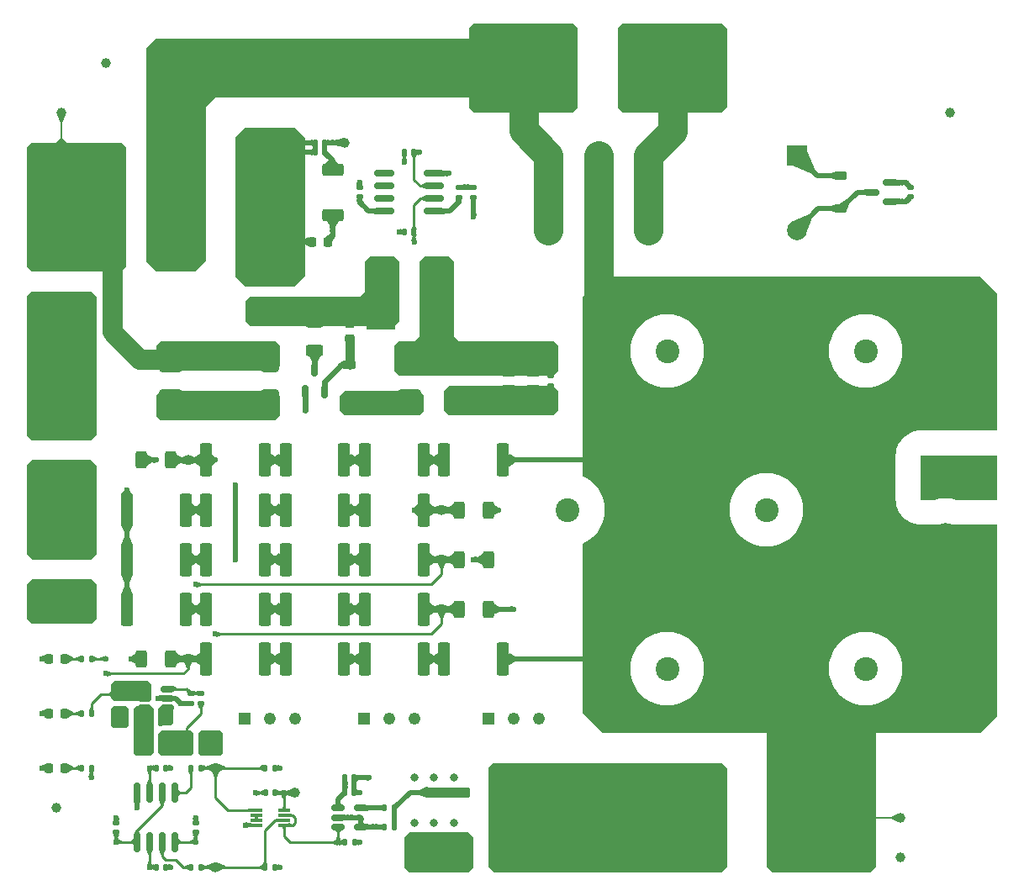
<source format=gbr>
%TF.GenerationSoftware,KiCad,Pcbnew,9.0.0*%
%TF.CreationDate,2025-08-07T11:31:07+08:00*%
%TF.ProjectId,Regen Clamp,52656765-6e20-4436-9c61-6d702e6b6963,1.1*%
%TF.SameCoordinates,PXa7d8c00PY8c30ac0*%
%TF.FileFunction,Copper,L1,Top*%
%TF.FilePolarity,Positive*%
%FSLAX46Y46*%
G04 Gerber Fmt 4.6, Leading zero omitted, Abs format (unit mm)*
G04 Created by KiCad (PCBNEW 9.0.0) date 2025-08-07 11:31:07*
%MOMM*%
%LPD*%
G01*
G04 APERTURE LIST*
G04 Aperture macros list*
%AMRoundRect*
0 Rectangle with rounded corners*
0 $1 Rounding radius*
0 $2 $3 $4 $5 $6 $7 $8 $9 X,Y pos of 4 corners*
0 Add a 4 corners polygon primitive as box body*
4,1,4,$2,$3,$4,$5,$6,$7,$8,$9,$2,$3,0*
0 Add four circle primitives for the rounded corners*
1,1,$1+$1,$2,$3*
1,1,$1+$1,$4,$5*
1,1,$1+$1,$6,$7*
1,1,$1+$1,$8,$9*
0 Add four rect primitives between the rounded corners*
20,1,$1+$1,$2,$3,$4,$5,0*
20,1,$1+$1,$4,$5,$6,$7,0*
20,1,$1+$1,$6,$7,$8,$9,0*
20,1,$1+$1,$8,$9,$2,$3,0*%
G04 Aperture macros list end*
%TA.AperFunction,SMDPad,CuDef*%
%ADD10R,2.850000X6.600000*%
%TD*%
%TA.AperFunction,ComponentPad*%
%ADD11C,2.400000*%
%TD*%
%TA.AperFunction,SMDPad,CuDef*%
%ADD12RoundRect,0.135000X0.185000X-0.135000X0.185000X0.135000X-0.185000X0.135000X-0.185000X-0.135000X0*%
%TD*%
%TA.AperFunction,SMDPad,CuDef*%
%ADD13RoundRect,0.250000X0.362500X1.425000X-0.362500X1.425000X-0.362500X-1.425000X0.362500X-1.425000X0*%
%TD*%
%TA.AperFunction,SMDPad,CuDef*%
%ADD14C,1.000000*%
%TD*%
%TA.AperFunction,SMDPad,CuDef*%
%ADD15RoundRect,0.140000X0.140000X0.170000X-0.140000X0.170000X-0.140000X-0.170000X0.140000X-0.170000X0*%
%TD*%
%TA.AperFunction,SMDPad,CuDef*%
%ADD16RoundRect,0.140000X0.170000X-0.140000X0.170000X0.140000X-0.170000X0.140000X-0.170000X-0.140000X0*%
%TD*%
%TA.AperFunction,ComponentPad*%
%ADD17C,2.900000*%
%TD*%
%TA.AperFunction,SMDPad,CuDef*%
%ADD18RoundRect,0.150000X0.825000X0.150000X-0.825000X0.150000X-0.825000X-0.150000X0.825000X-0.150000X0*%
%TD*%
%TA.AperFunction,ComponentPad*%
%ADD19C,2.000000*%
%TD*%
%TA.AperFunction,ComponentPad*%
%ADD20R,2.000000X2.000000*%
%TD*%
%TA.AperFunction,SMDPad,CuDef*%
%ADD21RoundRect,0.250000X-0.650000X0.325000X-0.650000X-0.325000X0.650000X-0.325000X0.650000X0.325000X0*%
%TD*%
%TA.AperFunction,ComponentPad*%
%ADD22R,1.218000X1.218000*%
%TD*%
%TA.AperFunction,ComponentPad*%
%ADD23C,1.218000*%
%TD*%
%TA.AperFunction,SMDPad,CuDef*%
%ADD24RoundRect,0.250000X0.900000X-1.000000X0.900000X1.000000X-0.900000X1.000000X-0.900000X-1.000000X0*%
%TD*%
%TA.AperFunction,SMDPad,CuDef*%
%ADD25RoundRect,0.250000X-0.362500X-1.425000X0.362500X-1.425000X0.362500X1.425000X-0.362500X1.425000X0*%
%TD*%
%TA.AperFunction,SMDPad,CuDef*%
%ADD26RoundRect,0.150000X-0.150000X0.825000X-0.150000X-0.825000X0.150000X-0.825000X0.150000X0.825000X0*%
%TD*%
%TA.AperFunction,SMDPad,CuDef*%
%ADD27RoundRect,0.250000X-0.312500X-0.625000X0.312500X-0.625000X0.312500X0.625000X-0.312500X0.625000X0*%
%TD*%
%TA.AperFunction,ComponentPad*%
%ADD28R,2.400000X2.400000*%
%TD*%
%TA.AperFunction,SMDPad,CuDef*%
%ADD29RoundRect,0.135000X-0.135000X-0.185000X0.135000X-0.185000X0.135000X0.185000X-0.135000X0.185000X0*%
%TD*%
%TA.AperFunction,SMDPad,CuDef*%
%ADD30RoundRect,0.250000X0.312500X0.625000X-0.312500X0.625000X-0.312500X-0.625000X0.312500X-0.625000X0*%
%TD*%
%TA.AperFunction,SMDPad,CuDef*%
%ADD31RoundRect,0.140000X-0.140000X-0.170000X0.140000X-0.170000X0.140000X0.170000X-0.140000X0.170000X0*%
%TD*%
%TA.AperFunction,SMDPad,CuDef*%
%ADD32RoundRect,0.218750X-0.218750X-0.256250X0.218750X-0.256250X0.218750X0.256250X-0.218750X0.256250X0*%
%TD*%
%TA.AperFunction,SMDPad,CuDef*%
%ADD33RoundRect,0.250000X0.625000X-0.312500X0.625000X0.312500X-0.625000X0.312500X-0.625000X-0.312500X0*%
%TD*%
%TA.AperFunction,SMDPad,CuDef*%
%ADD34RoundRect,0.250000X-2.450000X0.650000X-2.450000X-0.650000X2.450000X-0.650000X2.450000X0.650000X0*%
%TD*%
%TA.AperFunction,SMDPad,CuDef*%
%ADD35RoundRect,0.135000X0.135000X0.185000X-0.135000X0.185000X-0.135000X-0.185000X0.135000X-0.185000X0*%
%TD*%
%TA.AperFunction,SMDPad,CuDef*%
%ADD36RoundRect,0.250000X-0.475000X0.250000X-0.475000X-0.250000X0.475000X-0.250000X0.475000X0.250000X0*%
%TD*%
%TA.AperFunction,SMDPad,CuDef*%
%ADD37RoundRect,0.250000X0.850000X0.350000X-0.850000X0.350000X-0.850000X-0.350000X0.850000X-0.350000X0*%
%TD*%
%TA.AperFunction,SMDPad,CuDef*%
%ADD38RoundRect,0.250000X1.275000X1.125000X-1.275000X1.125000X-1.275000X-1.125000X1.275000X-1.125000X0*%
%TD*%
%TA.AperFunction,SMDPad,CuDef*%
%ADD39RoundRect,0.249997X2.950003X2.650003X-2.950003X2.650003X-2.950003X-2.650003X2.950003X-2.650003X0*%
%TD*%
%TA.AperFunction,SMDPad,CuDef*%
%ADD40RoundRect,0.150000X0.512500X0.150000X-0.512500X0.150000X-0.512500X-0.150000X0.512500X-0.150000X0*%
%TD*%
%TA.AperFunction,SMDPad,CuDef*%
%ADD41RoundRect,0.250000X-1.000000X1.400000X-1.000000X-1.400000X1.000000X-1.400000X1.000000X1.400000X0*%
%TD*%
%TA.AperFunction,SMDPad,CuDef*%
%ADD42RoundRect,0.150000X0.150000X-0.512500X0.150000X0.512500X-0.150000X0.512500X-0.150000X-0.512500X0*%
%TD*%
%TA.AperFunction,SMDPad,CuDef*%
%ADD43RoundRect,0.225000X-0.225000X-0.250000X0.225000X-0.250000X0.225000X0.250000X-0.225000X0.250000X0*%
%TD*%
%TA.AperFunction,SMDPad,CuDef*%
%ADD44RoundRect,0.250000X-2.050000X-0.300000X2.050000X-0.300000X2.050000X0.300000X-2.050000X0.300000X0*%
%TD*%
%TA.AperFunction,SMDPad,CuDef*%
%ADD45RoundRect,0.250000X-2.025000X-2.375000X2.025000X-2.375000X2.025000X2.375000X-2.025000X2.375000X0*%
%TD*%
%TA.AperFunction,SMDPad,CuDef*%
%ADD46RoundRect,0.250002X-4.449998X-5.149998X4.449998X-5.149998X4.449998X5.149998X-4.449998X5.149998X0*%
%TD*%
%TA.AperFunction,SMDPad,CuDef*%
%ADD47RoundRect,0.250000X-0.250000X-0.475000X0.250000X-0.475000X0.250000X0.475000X-0.250000X0.475000X0*%
%TD*%
%TA.AperFunction,SMDPad,CuDef*%
%ADD48RoundRect,0.150000X-0.512500X-0.150000X0.512500X-0.150000X0.512500X0.150000X-0.512500X0.150000X0*%
%TD*%
%TA.AperFunction,SMDPad,CuDef*%
%ADD49R,0.950000X2.100000*%
%TD*%
%TA.AperFunction,SMDPad,CuDef*%
%ADD50RoundRect,0.225000X0.375000X-0.225000X0.375000X0.225000X-0.375000X0.225000X-0.375000X-0.225000X0*%
%TD*%
%TA.AperFunction,SMDPad,CuDef*%
%ADD51RoundRect,0.087500X-0.537500X-0.087500X0.537500X-0.087500X0.537500X0.087500X-0.537500X0.087500X0*%
%TD*%
%TA.AperFunction,SMDPad,CuDef*%
%ADD52RoundRect,0.225000X-0.250000X0.225000X-0.250000X-0.225000X0.250000X-0.225000X0.250000X0.225000X0*%
%TD*%
%TA.AperFunction,SMDPad,CuDef*%
%ADD53RoundRect,0.140000X-0.170000X0.140000X-0.170000X-0.140000X0.170000X-0.140000X0.170000X0.140000X0*%
%TD*%
%TA.AperFunction,SMDPad,CuDef*%
%ADD54R,6.000000X6.000000*%
%TD*%
%TA.AperFunction,SMDPad,CuDef*%
%ADD55RoundRect,0.150000X0.587500X0.150000X-0.587500X0.150000X-0.587500X-0.150000X0.587500X-0.150000X0*%
%TD*%
%TA.AperFunction,SMDPad,CuDef*%
%ADD56RoundRect,0.225000X-0.375000X0.225000X-0.375000X-0.225000X0.375000X-0.225000X0.375000X0.225000X0*%
%TD*%
%TA.AperFunction,SMDPad,CuDef*%
%ADD57RoundRect,0.135000X-0.185000X0.135000X-0.185000X-0.135000X0.185000X-0.135000X0.185000X0.135000X0*%
%TD*%
%TA.AperFunction,ViaPad*%
%ADD58C,0.600000*%
%TD*%
%TA.AperFunction,ViaPad*%
%ADD59C,0.800000*%
%TD*%
%TA.AperFunction,Conductor*%
%ADD60C,2.000000*%
%TD*%
%TA.AperFunction,Conductor*%
%ADD61C,0.500000*%
%TD*%
%TA.AperFunction,Conductor*%
%ADD62C,0.600000*%
%TD*%
%TA.AperFunction,Conductor*%
%ADD63C,0.152400*%
%TD*%
%TA.AperFunction,Conductor*%
%ADD64C,0.254000*%
%TD*%
%TA.AperFunction,Conductor*%
%ADD65C,0.900000*%
%TD*%
%TA.AperFunction,Conductor*%
%ADD66C,3.000000*%
%TD*%
G04 APERTURE END LIST*
D10*
%TO.P,L1,1,1*%
%TO.N,Net-(D4-K)*%
X37675000Y61500000D03*
%TO.P,L1,2,2*%
%TO.N,+15V*%
X43325000Y61500000D03*
%TD*%
D11*
%TO.P,J2,1,Pin_1*%
%TO.N,SW1*%
X5500000Y36500000D03*
%TO.P,J2,2,Pin_2*%
%TO.N,VIN-*%
X5500000Y31420000D03*
%TD*%
D12*
%TO.P,R2,1*%
%TO.N,/PRE*%
X45500000Y71490000D03*
%TO.P,R2,2*%
%TO.N,Net-(Q1-G)*%
X45500000Y72510000D03*
%TD*%
D13*
%TO.P,R17,1*%
%TO.N,Net-(R14-Pad2)*%
X33962500Y45000000D03*
%TO.P,R17,2*%
%TO.N,Net-(R17-Pad2)*%
X28037500Y45000000D03*
%TD*%
D14*
%TO.P,TP4,1,1*%
%TO.N,+12V*%
X34000000Y77000000D03*
%TD*%
D15*
%TO.P,C4,1*%
%TO.N,VIN-*%
X34980000Y13000000D03*
%TO.P,C4,2*%
%TO.N,+15V*%
X34020000Y13000000D03*
%TD*%
D11*
%TO.P,J5,1,Pin_1*%
%TO.N,VOUT+*%
X94500000Y37460000D03*
%TO.P,J5,2,Pin_2*%
%TO.N,VIN-*%
X94500000Y42540000D03*
%TD*%
D14*
%TO.P,FID1,*%
%TO.N,*%
X10000000Y85000000D03*
%TD*%
D16*
%TO.P,C25,1*%
%TO.N,+15V*%
X19000000Y7520000D03*
%TO.P,C25,2*%
%TO.N,VIN-*%
X19000000Y8480000D03*
%TD*%
D12*
%TO.P,R3,1*%
%TO.N,VIN-*%
X47000000Y71490000D03*
%TO.P,R3,2*%
%TO.N,Net-(Q1-G)*%
X47000000Y72510000D03*
%TD*%
D15*
%TO.P,C14,1*%
%TO.N,/VIN_REF*%
X40980000Y68000000D03*
%TO.P,C14,2*%
%TO.N,VIN-*%
X40020000Y68000000D03*
%TD*%
D17*
%TO.P,J3,1,Pin_1*%
%TO.N,VOUT+*%
X78400000Y11500000D03*
X78400000Y6500000D03*
X85600000Y11500000D03*
X85600000Y6500000D03*
%TD*%
D13*
%TO.P,R20,1*%
%TO.N,Net-(R17-Pad2)*%
X25962500Y45000000D03*
%TO.P,R20,2*%
%TO.N,/VOUT_REF_PRE*%
X20037500Y45000000D03*
%TD*%
D18*
%TO.P,U1,1*%
%TO.N,/PRE*%
X42975000Y70095000D03*
%TO.P,U1,2,-*%
%TO.N,/VIN_REF*%
X42975000Y71365000D03*
%TO.P,U1,3,+*%
%TO.N,/VOUT_REF_PRE*%
X42975000Y72635000D03*
%TO.P,U1,4,V-*%
%TO.N,VIN-*%
X42975000Y73905000D03*
%TO.P,U1,5,+*%
%TO.N,unconnected-(U1B-+-Pad5)*%
X38025000Y73905000D03*
%TO.P,U1,6,-*%
%TO.N,unconnected-(U1B---Pad6)*%
X38025000Y72635000D03*
%TO.P,U1,7*%
%TO.N,unconnected-(U1-Pad7)*%
X38025000Y71365000D03*
%TO.P,U1,8,V+*%
%TO.N,+15V*%
X38025000Y70095000D03*
%TD*%
D11*
%TO.P,J1,1,Pin_1*%
%TO.N,SW2*%
X5500000Y48580000D03*
%TO.P,J1,2,Pin_2*%
%TO.N,SW1*%
X5500000Y43500000D03*
%TD*%
D19*
%TO.P,K1,11*%
%TO.N,VOUT+*%
X59537500Y75687500D03*
X59537500Y68187500D03*
%TO.P,K1,12*%
%TO.N,R_PRECHARGE-*%
X64537500Y75687500D03*
X64537500Y68187500D03*
%TO.P,K1,14*%
%TO.N,R_PRECHARGE+*%
X54537500Y75687500D03*
X54537500Y68187500D03*
D20*
%TO.P,K1,A1*%
%TO.N,+12V*%
X79537500Y75687500D03*
D19*
%TO.P,K1,A2*%
%TO.N,Net-(D6-A)*%
X79537500Y68187500D03*
%TD*%
D21*
%TO.P,C2,1*%
%TO.N,VIN+*%
X26500000Y54475000D03*
%TO.P,C2,2*%
%TO.N,VIN-*%
X26500000Y51525000D03*
%TD*%
D22*
%TO.P,RV2,1,1*%
%TO.N,unconnected-(RV2-Pad1)*%
X35960000Y19000000D03*
D23*
%TO.P,RV2,2,2*%
%TO.N,Net-(R42-Pad1)*%
X38500000Y19000000D03*
%TO.P,RV2,3,3*%
%TO.N,VIN-*%
X41040000Y19000000D03*
%TD*%
D14*
%TO.P,TP11,1,1*%
%TO.N,/Comparator/VIN_REF_H*%
X43750000Y30000000D03*
%TD*%
D24*
%TO.P,D7,1,K*%
%TO.N,Net-(D5-K)*%
X40500000Y50850000D03*
%TO.P,D7,2,A*%
%TO.N,+15V*%
X40500000Y55150000D03*
%TD*%
D25*
%TO.P,R19,1*%
%TO.N,Net-(R16-Pad2)*%
X36037500Y40000000D03*
%TO.P,R19,2*%
%TO.N,/VIN_REF*%
X41962500Y40000000D03*
%TD*%
D26*
%TO.P,U5,1*%
%TO.N,Net-(R27-Pad1)*%
X16905000Y11475000D03*
%TO.P,U5,2,-*%
%TO.N,VOUT_REF_DIS*%
X15635000Y11475000D03*
%TO.P,U5,3,+*%
%TO.N,/Comparator/VIN_REF_L*%
X14365000Y11475000D03*
%TO.P,U5,4,V-*%
%TO.N,VIN-*%
X13095000Y11475000D03*
%TO.P,U5,5,+*%
%TO.N,VOUT_REF_DIS*%
X13095000Y6525000D03*
%TO.P,U5,6,-*%
%TO.N,/Comparator/VIN_REF_H*%
X14365000Y6525000D03*
%TO.P,U5,7*%
%TO.N,Net-(R28-Pad1)*%
X15635000Y6525000D03*
%TO.P,U5,8,V+*%
%TO.N,+15V*%
X16905000Y6525000D03*
%TD*%
D27*
%TO.P,R24,1*%
%TO.N,VIN-*%
X13537500Y25000000D03*
%TO.P,R24,2*%
%TO.N,VOUT_REF_DIS*%
X16462500Y25000000D03*
%TD*%
D28*
%TO.P,C23,1*%
%TO.N,VOUT+*%
X63977780Y40000000D03*
D11*
%TO.P,C23,2*%
%TO.N,VIN-*%
X56477780Y40000000D03*
%TD*%
D29*
%TO.P,R28,1*%
%TO.N,Net-(R28-Pad1)*%
X18490000Y4000000D03*
%TO.P,R28,2*%
%TO.N,/Comparator/S*%
X19510000Y4000000D03*
%TD*%
D28*
%TO.P,C22,1*%
%TO.N,VOUT+*%
X73977780Y24000000D03*
D11*
%TO.P,C22,2*%
%TO.N,VIN-*%
X66477780Y24000000D03*
%TD*%
D30*
%TO.P,R22,1*%
%TO.N,VIN-*%
X48462500Y40000000D03*
%TO.P,R22,2*%
%TO.N,/VIN_REF*%
X45537500Y40000000D03*
%TD*%
D17*
%TO.P,J4,1,Pin_1*%
%TO.N,R_DISCHARGE-*%
X63400000Y11500000D03*
X63400000Y6500000D03*
X70600000Y11500000D03*
X70600000Y6500000D03*
%TD*%
D25*
%TO.P,R37,1*%
%TO.N,VIN+*%
X12037500Y35000000D03*
%TO.P,R37,2*%
%TO.N,Net-(R37-Pad2)*%
X17962500Y35000000D03*
%TD*%
D31*
%TO.P,C17,1*%
%TO.N,VIN-*%
X31020000Y77000000D03*
%TO.P,C17,2*%
%TO.N,+12V*%
X31980000Y77000000D03*
%TD*%
D32*
%TO.P,D8,1,K*%
%TO.N,VIN-*%
X4212500Y19500000D03*
%TO.P,D8,2,A*%
%TO.N,Net-(D8-A)*%
X5787500Y19500000D03*
%TD*%
D21*
%TO.P,C8,1*%
%TO.N,+15V*%
X48000000Y54475000D03*
%TO.P,C8,2*%
%TO.N,VIN-*%
X48000000Y51525000D03*
%TD*%
D33*
%TO.P,R4,1*%
%TO.N,Net-(U2-CS)*%
X31000000Y56037500D03*
%TO.P,R4,2*%
%TO.N,Net-(D4-K)*%
X31000000Y58962500D03*
%TD*%
D31*
%TO.P,C5,1*%
%TO.N,+15V*%
X34020000Y11500000D03*
%TO.P,C5,2*%
%TO.N,VIN-*%
X34980000Y11500000D03*
%TD*%
D14*
%TO.P,TP10,1,1*%
%TO.N,/Comparator/S*%
X21000000Y4000000D03*
%TD*%
D13*
%TO.P,R18,1*%
%TO.N,Net-(R15-Pad2)*%
X33962500Y25000000D03*
%TO.P,R18,2*%
%TO.N,Net-(R18-Pad2)*%
X28037500Y25000000D03*
%TD*%
D32*
%TO.P,D9,1,K*%
%TO.N,VIN-*%
X4212500Y25000000D03*
%TO.P,D9,2,A*%
%TO.N,Net-(D9-A)*%
X5787500Y25000000D03*
%TD*%
D30*
%TO.P,R42,1*%
%TO.N,Net-(R42-Pad1)*%
X48462500Y35000000D03*
%TO.P,R42,2*%
%TO.N,/Comparator/VIN_REF_L*%
X45537500Y35000000D03*
%TD*%
D14*
%TO.P,FID2,*%
%TO.N,*%
X95000000Y80000000D03*
%TD*%
D34*
%TO.P,C1,1*%
%TO.N,VIN+*%
X22000000Y55550000D03*
%TO.P,C1,2*%
%TO.N,VIN-*%
X22000000Y50450000D03*
%TD*%
D16*
%TO.P,C18,1*%
%TO.N,+15V*%
X35500000Y71520000D03*
%TO.P,C18,2*%
%TO.N,VIN-*%
X35500000Y72480000D03*
%TD*%
D22*
%TO.P,RV1,1,1*%
%TO.N,unconnected-(RV1-Pad1)*%
X48460000Y19000000D03*
D23*
%TO.P,RV1,2,2*%
%TO.N,Net-(R36-Pad1)*%
X51000000Y19000000D03*
%TO.P,RV1,3,3*%
%TO.N,VIN-*%
X53540000Y19000000D03*
%TD*%
D24*
%TO.P,D4,1,K*%
%TO.N,Net-(D4-K)*%
X26500000Y59850000D03*
%TO.P,D4,2,A*%
%TO.N,VIN-*%
X26500000Y64150000D03*
%TD*%
D14*
%TO.P,TP7,1,1*%
%TO.N,VOUT_REF_DIS*%
X18250000Y25000000D03*
%TD*%
%TO.P,TP1,1,1*%
%TO.N,+15V*%
X53000000Y55500000D03*
%TD*%
D15*
%TO.P,C27,1*%
%TO.N,Net-(U6-BS)*%
X15480000Y18500000D03*
%TO.P,C27,2*%
%TO.N,Net-(U6-SW)*%
X14520000Y18500000D03*
%TD*%
D35*
%TO.P,R9,1*%
%TO.N,/DIS*%
X8510000Y14000000D03*
%TO.P,R9,2*%
%TO.N,Net-(D10-A)*%
X7490000Y14000000D03*
%TD*%
D36*
%TO.P,C9,1*%
%TO.N,+15V*%
X53000000Y53950000D03*
%TO.P,C9,2*%
%TO.N,VIN-*%
X53000000Y52050000D03*
%TD*%
D37*
%TO.P,U4,1,IN*%
%TO.N,+15V*%
X32800000Y69720000D03*
D38*
%TO.P,U4,2,GND*%
%TO.N,VIN-*%
X28175000Y70475000D03*
X28175000Y73525000D03*
D39*
X26500000Y72000000D03*
D38*
X24825000Y70475000D03*
X24825000Y73525000D03*
D37*
%TO.P,U4,3,OUT*%
%TO.N,+12V*%
X32800000Y74280000D03*
%TD*%
D14*
%TO.P,TP3,1,1*%
%TO.N,VOUT+*%
X90000000Y9000000D03*
%TD*%
D40*
%TO.P,U6,1,BS*%
%TO.N,Net-(U6-BS)*%
X16137500Y20050000D03*
%TO.P,U6,2,GND*%
%TO.N,VIN-*%
X16137500Y21000000D03*
%TO.P,U6,3,FB*%
%TO.N,Net-(U6-FB)*%
X16137500Y21950000D03*
%TO.P,U6,4,EN*%
%TO.N,+12V*%
X13862500Y21950000D03*
%TO.P,U6,5,IN*%
X13862500Y21000000D03*
%TO.P,U6,6,SW*%
%TO.N,Net-(U6-SW)*%
X13862500Y20050000D03*
%TD*%
D31*
%TO.P,C13,1*%
%TO.N,VIN-*%
X31020000Y76000000D03*
%TO.P,C13,2*%
%TO.N,+12V*%
X31980000Y76000000D03*
%TD*%
D14*
%TO.P,FID3,*%
%TO.N,*%
X90000000Y5000000D03*
%TD*%
D25*
%TO.P,R41,1*%
%TO.N,Net-(R39-Pad2)*%
X36037500Y35000000D03*
%TO.P,R41,2*%
%TO.N,/Comparator/VIN_REF_L*%
X41962500Y35000000D03*
%TD*%
%TO.P,R13,1*%
%TO.N,Net-(R10-Pad2)*%
X20037500Y40000000D03*
%TO.P,R13,2*%
%TO.N,Net-(R13-Pad2)*%
X25962500Y40000000D03*
%TD*%
D41*
%TO.P,D3,1,K*%
%TO.N,R_PRECHARGE+*%
X17400000Y73500000D03*
%TO.P,D3,2,A*%
%TO.N,VIN+*%
X10600000Y73500000D03*
%TD*%
D42*
%TO.P,U2,1,Drain*%
%TO.N,VIN+*%
X30050000Y51862500D03*
%TO.P,U2,2,VDD*%
%TO.N,Net-(D5-A)*%
X31950000Y51862500D03*
%TO.P,U2,3,CS*%
%TO.N,Net-(U2-CS)*%
X31000000Y54137500D03*
%TD*%
D13*
%TO.P,R15,1*%
%TO.N,Net-(R12-Pad2)*%
X41962500Y25000000D03*
%TO.P,R15,2*%
%TO.N,Net-(R15-Pad2)*%
X36037500Y25000000D03*
%TD*%
D28*
%TO.P,C19,1*%
%TO.N,VOUT+*%
X83977780Y40000000D03*
D11*
%TO.P,C19,2*%
%TO.N,VIN-*%
X76477780Y40000000D03*
%TD*%
D25*
%TO.P,R10,1*%
%TO.N,VIN+*%
X12037500Y40000000D03*
%TO.P,R10,2*%
%TO.N,Net-(R10-Pad2)*%
X17962500Y40000000D03*
%TD*%
D43*
%TO.P,C12,1*%
%TO.N,VIN-*%
X30725000Y67000000D03*
%TO.P,C12,2*%
%TO.N,+15V*%
X32275000Y67000000D03*
%TD*%
D25*
%TO.P,R16,1*%
%TO.N,Net-(R13-Pad2)*%
X28037500Y40000000D03*
%TO.P,R16,2*%
%TO.N,Net-(R16-Pad2)*%
X33962500Y40000000D03*
%TD*%
D13*
%TO.P,R12,1*%
%TO.N,VOUT+*%
X49962500Y25000000D03*
%TO.P,R12,2*%
%TO.N,Net-(R12-Pad2)*%
X44037500Y25000000D03*
%TD*%
D32*
%TO.P,D10,1,K*%
%TO.N,VIN-*%
X4212500Y14000000D03*
%TO.P,D10,2,A*%
%TO.N,Net-(D10-A)*%
X5787500Y14000000D03*
%TD*%
D31*
%TO.P,C29,1*%
%TO.N,/Comparator/VIN_REF_H*%
X15020000Y4000000D03*
%TO.P,C29,2*%
%TO.N,VIN-*%
X15980000Y4000000D03*
%TD*%
D30*
%TO.P,R36,1*%
%TO.N,Net-(R36-Pad1)*%
X48462500Y30000000D03*
%TO.P,R36,2*%
%TO.N,/Comparator/VIN_REF_H*%
X45537500Y30000000D03*
%TD*%
D25*
%TO.P,R35,1*%
%TO.N,Net-(R33-Pad2)*%
X36037500Y30000000D03*
%TO.P,R35,2*%
%TO.N,/Comparator/VIN_REF_H*%
X41962500Y30000000D03*
%TD*%
D44*
%TO.P,Q2,1,G*%
%TO.N,Net-(Q2-G)*%
X44350000Y11540000D03*
D45*
%TO.P,Q2,2,D*%
%TO.N,R_DISCHARGE-*%
X51075000Y11775000D03*
X51075000Y6225000D03*
D46*
X53500000Y9000000D03*
D45*
X55925000Y11775000D03*
X55925000Y6225000D03*
D44*
%TO.P,Q2,3,S*%
%TO.N,VIN-*%
X44350000Y6460000D03*
%TD*%
D14*
%TO.P,FID4,*%
%TO.N,*%
X5000000Y10000000D03*
%TD*%
%TO.P,TP2,1,1*%
%TO.N,VIN+*%
X5500000Y80000000D03*
%TD*%
D47*
%TO.P,C28,1*%
%TO.N,+5V*%
X18050000Y16500000D03*
%TO.P,C28,2*%
%TO.N,VIN-*%
X19950000Y16500000D03*
%TD*%
D24*
%TO.P,D1,1,A1*%
%TO.N,VIN-*%
X16500000Y50850000D03*
%TO.P,D1,2,A2*%
%TO.N,VIN+*%
X16500000Y55150000D03*
%TD*%
D16*
%TO.P,C3,1*%
%TO.N,Net-(Q1-G)*%
X91000000Y71520000D03*
%TO.P,C3,2*%
%TO.N,VIN-*%
X91000000Y72480000D03*
%TD*%
D14*
%TO.P,TP9,1,1*%
%TO.N,/Comparator/R*%
X21000000Y14000000D03*
%TD*%
D28*
%TO.P,C20,1*%
%TO.N,VOUT+*%
X93977780Y56000000D03*
D11*
%TO.P,C20,2*%
%TO.N,VIN-*%
X86477780Y56000000D03*
%TD*%
D35*
%TO.P,R8,1*%
%TO.N,/PRE*%
X8510000Y25000000D03*
%TO.P,R8,2*%
%TO.N,Net-(D9-A)*%
X7490000Y25000000D03*
%TD*%
D25*
%TO.P,R38,1*%
%TO.N,Net-(R37-Pad2)*%
X20037500Y35000000D03*
%TO.P,R38,2*%
%TO.N,Net-(R38-Pad2)*%
X25962500Y35000000D03*
%TD*%
D13*
%TO.P,R11,1*%
%TO.N,VOUT+*%
X49962500Y45000000D03*
%TO.P,R11,2*%
%TO.N,Net-(R11-Pad2)*%
X44037500Y45000000D03*
%TD*%
D35*
%TO.P,R29,1*%
%TO.N,VIN-*%
X27010000Y14000000D03*
%TO.P,R29,2*%
%TO.N,/Comparator/R*%
X25990000Y14000000D03*
%TD*%
D14*
%TO.P,TP6,1,1*%
%TO.N,/VOUT_REF_PRE*%
X18250000Y45000000D03*
%TD*%
D29*
%TO.P,R6,1*%
%TO.N,VIN-*%
X37990000Y8050000D03*
%TO.P,R6,2*%
%TO.N,Net-(Q2-G)*%
X39010000Y8050000D03*
%TD*%
D48*
%TO.P,U3,1,V_{DD}*%
%TO.N,+15V*%
X33362500Y9950000D03*
%TO.P,U3,2,GND*%
%TO.N,VIN-*%
X33362500Y9000000D03*
%TO.P,U3,3,IN+*%
%TO.N,/DIS*%
X33362500Y8050000D03*
%TO.P,U3,4,IN-*%
%TO.N,VIN-*%
X35637500Y8050000D03*
%TO.P,U3,5,OUT*%
%TO.N,Net-(U3-OUT)*%
X35637500Y9950000D03*
%TD*%
D16*
%TO.P,C16,1*%
%TO.N,VOUT_REF_DIS*%
X11000000Y7520000D03*
%TO.P,C16,2*%
%TO.N,VIN-*%
X11000000Y8480000D03*
%TD*%
D49*
%TO.P,L2,1,1*%
%TO.N,Net-(U6-SW)*%
X14175000Y16500000D03*
%TO.P,L2,2,2*%
%TO.N,+5V*%
X15825000Y16500000D03*
%TD*%
D35*
%TO.P,R30,1*%
%TO.N,VIN-*%
X27010000Y4000000D03*
%TO.P,R30,2*%
%TO.N,/Comparator/S*%
X25990000Y4000000D03*
%TD*%
D29*
%TO.P,R27,1*%
%TO.N,Net-(R27-Pad1)*%
X18490000Y14000000D03*
%TO.P,R27,2*%
%TO.N,/Comparator/R*%
X19510000Y14000000D03*
%TD*%
D36*
%TO.P,C10,1*%
%TO.N,+15V*%
X50500000Y53950000D03*
%TO.P,C10,2*%
%TO.N,VIN-*%
X50500000Y52050000D03*
%TD*%
D25*
%TO.P,R39,1*%
%TO.N,Net-(R38-Pad2)*%
X28037500Y35000000D03*
%TO.P,R39,2*%
%TO.N,Net-(R39-Pad2)*%
X33962500Y35000000D03*
%TD*%
D17*
%TO.P,J7,1,Pin_1*%
%TO.N,R_PRECHARGE-*%
X70600000Y82000000D03*
X70600000Y87000000D03*
X63400000Y82000000D03*
X63400000Y87000000D03*
%TD*%
D12*
%TO.P,R25,1*%
%TO.N,+5V*%
X19500000Y20490000D03*
%TO.P,R25,2*%
%TO.N,Net-(U6-FB)*%
X19500000Y21510000D03*
%TD*%
D50*
%TO.P,D5,1,K*%
%TO.N,Net-(D5-K)*%
X34500000Y51350000D03*
%TO.P,D5,2,A*%
%TO.N,Net-(D5-A)*%
X34500000Y54650000D03*
%TD*%
D31*
%TO.P,C31,1*%
%TO.N,/Comparator/VIN_REF_L*%
X15020000Y14000000D03*
%TO.P,C31,2*%
%TO.N,VIN-*%
X15980000Y14000000D03*
%TD*%
D14*
%TO.P,TP8,1,1*%
%TO.N,+5V*%
X29000000Y11500000D03*
%TD*%
D15*
%TO.P,C15,1*%
%TO.N,/VOUT_REF_PRE*%
X40980000Y76000000D03*
%TO.P,C15,2*%
%TO.N,VIN-*%
X40020000Y76000000D03*
%TD*%
D17*
%TO.P,J6,1,Pin_1*%
%TO.N,R_PRECHARGE+*%
X55600000Y82000000D03*
X55600000Y87000000D03*
X48400000Y82000000D03*
X48400000Y87000000D03*
%TD*%
D13*
%TO.P,R21,1*%
%TO.N,Net-(R18-Pad2)*%
X25962500Y25000000D03*
%TO.P,R21,2*%
%TO.N,VOUT_REF_DIS*%
X20037500Y25000000D03*
%TD*%
D51*
%TO.P,U7,1*%
%TO.N,/Comparator/R*%
X25100000Y9750000D03*
%TO.P,U7,2*%
%TO.N,Net-(U7-Pad2)*%
X25100000Y9250000D03*
%TO.P,U7,3*%
X25100000Y8750000D03*
%TO.P,U7,4,GND*%
%TO.N,VIN-*%
X25100000Y8250000D03*
%TO.P,U7,5*%
%TO.N,/DIS*%
X27900000Y8250000D03*
%TO.P,U7,6*%
%TO.N,/Comparator/S*%
X27900000Y8750000D03*
%TO.P,U7,7*%
%TO.N,/DIS*%
X27900000Y9250000D03*
%TO.P,U7,8,VCC*%
%TO.N,+5V*%
X27900000Y9750000D03*
%TD*%
D21*
%TO.P,C7,1*%
%TO.N,+15V*%
X45500000Y54475000D03*
%TO.P,C7,2*%
%TO.N,VIN-*%
X45500000Y51525000D03*
%TD*%
D52*
%TO.P,C6,1*%
%TO.N,Net-(D4-K)*%
X34500000Y58775000D03*
%TO.P,C6,2*%
%TO.N,Net-(D5-A)*%
X34500000Y57225000D03*
%TD*%
D53*
%TO.P,C11,1*%
%TO.N,+15V*%
X54750000Y53480000D03*
%TO.P,C11,2*%
%TO.N,VIN-*%
X54750000Y52520000D03*
%TD*%
D54*
%TO.P,F1,1*%
%TO.N,VIN+*%
X5500000Y73450000D03*
%TO.P,F1,2*%
%TO.N,SW2*%
X5500000Y58550000D03*
%TD*%
D35*
%TO.P,R7,1*%
%TO.N,+12V*%
X8510000Y19500000D03*
%TO.P,R7,2*%
%TO.N,Net-(D8-A)*%
X7490000Y19500000D03*
%TD*%
D41*
%TO.P,D2,1,K*%
%TO.N,R_PRECHARGE+*%
X17400000Y66000000D03*
%TO.P,D2,2,A*%
%TO.N,VIN+*%
X10600000Y66000000D03*
%TD*%
D22*
%TO.P,RV3,1,1*%
%TO.N,unconnected-(RV3-Pad1)*%
X23960000Y19000000D03*
D23*
%TO.P,RV3,2,2*%
%TO.N,Net-(R23-Pad1)*%
X26500000Y19000000D03*
%TO.P,RV3,3,3*%
%TO.N,VIN-*%
X29040000Y19000000D03*
%TD*%
D13*
%TO.P,R14,1*%
%TO.N,Net-(R11-Pad2)*%
X41962500Y45000000D03*
%TO.P,R14,2*%
%TO.N,Net-(R14-Pad2)*%
X36037500Y45000000D03*
%TD*%
D14*
%TO.P,TP5,1,1*%
%TO.N,/VIN_REF*%
X43750000Y40000000D03*
%TD*%
D35*
%TO.P,R1,1*%
%TO.N,VIN-*%
X35010000Y6500000D03*
%TO.P,R1,2*%
%TO.N,/DIS*%
X33990000Y6500000D03*
%TD*%
D15*
%TO.P,C30,1*%
%TO.N,+5V*%
X26980000Y11500000D03*
%TO.P,C30,2*%
%TO.N,VIN-*%
X26020000Y11500000D03*
%TD*%
D55*
%TO.P,Q1,1,G*%
%TO.N,Net-(Q1-G)*%
X88937500Y71050000D03*
%TO.P,Q1,2,S*%
%TO.N,VIN-*%
X88937500Y72950000D03*
%TO.P,Q1,3,D*%
%TO.N,Net-(D6-A)*%
X87062500Y72000000D03*
%TD*%
D25*
%TO.P,R32,1*%
%TO.N,Net-(R31-Pad2)*%
X20037500Y30000000D03*
%TO.P,R32,2*%
%TO.N,Net-(R32-Pad2)*%
X25962500Y30000000D03*
%TD*%
D28*
%TO.P,C24,1*%
%TO.N,VOUT+*%
X93977780Y24000000D03*
D11*
%TO.P,C24,2*%
%TO.N,VIN-*%
X86477780Y24000000D03*
%TD*%
D25*
%TO.P,R31,1*%
%TO.N,VIN+*%
X12037500Y30000000D03*
%TO.P,R31,2*%
%TO.N,Net-(R31-Pad2)*%
X17962500Y30000000D03*
%TD*%
D56*
%TO.P,D6,1,K*%
%TO.N,+12V*%
X84000000Y73650000D03*
%TO.P,D6,2,A*%
%TO.N,Net-(D6-A)*%
X84000000Y70350000D03*
%TD*%
D14*
%TO.P,TP12,1,1*%
%TO.N,/Comparator/VIN_REF_L*%
X43750000Y35000000D03*
%TD*%
D36*
%TO.P,C26,1*%
%TO.N,+12V*%
X11500000Y21450000D03*
%TO.P,C26,2*%
%TO.N,VIN-*%
X11500000Y19550000D03*
%TD*%
D27*
%TO.P,R23,1*%
%TO.N,Net-(R23-Pad1)*%
X13537500Y45000000D03*
%TO.P,R23,2*%
%TO.N,/VOUT_REF_PRE*%
X16462500Y45000000D03*
%TD*%
D29*
%TO.P,R5,1*%
%TO.N,Net-(U3-OUT)*%
X37990000Y9950000D03*
%TO.P,R5,2*%
%TO.N,Net-(Q2-G)*%
X39010000Y9950000D03*
%TD*%
D57*
%TO.P,R26,1*%
%TO.N,Net-(U6-FB)*%
X18500000Y21510000D03*
%TO.P,R26,2*%
%TO.N,VIN-*%
X18500000Y20490000D03*
%TD*%
D28*
%TO.P,C21,1*%
%TO.N,VOUT+*%
X73977780Y56000000D03*
D11*
%TO.P,C21,2*%
%TO.N,VIN-*%
X66477780Y56000000D03*
%TD*%
D25*
%TO.P,R33,1*%
%TO.N,Net-(R32-Pad2)*%
X28037500Y30000000D03*
%TO.P,R33,2*%
%TO.N,Net-(R33-Pad2)*%
X33962500Y30000000D03*
%TD*%
D58*
%TO.N,VIN+*%
X26500000Y55500000D03*
X12037500Y42000000D03*
X18500000Y55000000D03*
X30050000Y50000000D03*
D59*
%TO.N,VIN-*%
X43000000Y8500000D03*
D58*
X3500000Y19500000D03*
X29500000Y77000000D03*
D59*
X41000000Y13000000D03*
D58*
X24000000Y8250000D03*
D59*
X3500000Y31500000D03*
D58*
X11500000Y18500000D03*
X53000000Y50500000D03*
X19000000Y9000000D03*
X35637500Y9000000D03*
X11000000Y9000000D03*
D59*
X43000000Y4500000D03*
X28175000Y73525000D03*
D58*
X15250000Y21000000D03*
D59*
X24500000Y66000000D03*
D58*
X25000000Y11500000D03*
X27500000Y14000000D03*
D59*
X7500000Y31500000D03*
X28175000Y70475000D03*
X41000000Y6460000D03*
X96500000Y42500000D03*
X96500000Y44500000D03*
X28500000Y66000000D03*
X94500000Y44500000D03*
D58*
X40020000Y75000000D03*
X45500000Y50500000D03*
D59*
X7500000Y29500000D03*
D58*
X12500000Y25000000D03*
D59*
X43000000Y13000000D03*
X45000000Y4500000D03*
D58*
X39500000Y68000000D03*
D59*
X98500000Y44500000D03*
D58*
X34500000Y9000000D03*
X37000000Y8050000D03*
X44500000Y73905000D03*
X29500000Y67000000D03*
D59*
X26500000Y50000000D03*
X41000000Y4500000D03*
X18500000Y50000000D03*
X45000000Y13000000D03*
X24825000Y70475000D03*
D58*
X29500000Y76000000D03*
X17510000Y20490000D03*
X35500000Y11500000D03*
X49500000Y40000000D03*
X50500000Y50500000D03*
X90000000Y72950000D03*
X48000000Y50500000D03*
D59*
X28500000Y64000000D03*
D58*
X27500000Y4000000D03*
D59*
X26500000Y66000000D03*
D58*
X3500000Y14000000D03*
D59*
X24825000Y73525000D03*
X41000000Y8500000D03*
X24500000Y64000000D03*
D58*
X16500000Y14000000D03*
X13095000Y10000000D03*
D59*
X5500000Y29500000D03*
D58*
X36500000Y13000000D03*
X35500000Y6500000D03*
X21000000Y16500000D03*
X16500000Y4000000D03*
D59*
X26500000Y72000000D03*
D58*
X3500000Y25000000D03*
X35500000Y73000000D03*
D59*
X3500000Y29500000D03*
X98500000Y42500000D03*
X45000000Y8500000D03*
D58*
X47000000Y69500000D03*
X54750000Y50500000D03*
%TO.N,Net-(Q1-G)*%
X90000000Y71050000D03*
X46250000Y72510000D03*
D59*
%TO.N,+15V*%
X45500000Y55500000D03*
D58*
X19000000Y6525000D03*
X34020000Y12250000D03*
X32800000Y68300000D03*
X35500000Y71000000D03*
%TO.N,+12V*%
X11500000Y22250000D03*
X33000000Y77000000D03*
%TO.N,/VIN_REF*%
X41000000Y40000000D03*
X41000000Y67000000D03*
%TO.N,/VOUT_REF_PRE*%
X41500000Y76000000D03*
X21000000Y45000000D03*
%TO.N,VOUT_REF_DIS*%
X11000000Y6525000D03*
X10000000Y23500000D03*
D59*
%TO.N,VOUT+*%
X59537500Y58000000D03*
X59537500Y56000000D03*
X59537500Y60000000D03*
X62000000Y60000000D03*
X98500000Y37500000D03*
D58*
X62000000Y25000000D03*
D59*
X96500000Y35500000D03*
X62000000Y58000000D03*
X98500000Y35500000D03*
D58*
X62000000Y45000000D03*
D59*
X62000000Y56000000D03*
D58*
%TO.N,+5V*%
X27900000Y11500000D03*
X17000000Y16500000D03*
%TO.N,/Comparator/VIN_REF_H*%
X21000000Y27500000D03*
X14365000Y4000000D03*
%TO.N,/Comparator/VIN_REF_L*%
X14365000Y14000000D03*
X19000000Y32500000D03*
D59*
%TO.N,R_PRECHARGE+*%
X15000000Y65500000D03*
X15000000Y73500000D03*
X15000000Y71500000D03*
X15000000Y75500000D03*
X17000000Y69500000D03*
X19000000Y69500000D03*
X15000000Y67500000D03*
X15000000Y69500000D03*
%TO.N,R_DISCHARGE-*%
X55925000Y6225000D03*
X51075000Y11775000D03*
X55925000Y11775000D03*
X51075000Y6225000D03*
X53500000Y9000000D03*
D58*
%TO.N,/PRE*%
X45500000Y71000000D03*
X10000000Y25000000D03*
%TO.N,/DIS*%
X33362500Y6500000D03*
X8510000Y13000000D03*
D59*
%TO.N,SW2*%
X5500000Y54500000D03*
X3500000Y54500000D03*
X7500000Y54500000D03*
D58*
%TO.N,Net-(R36-Pad1)*%
X51000000Y30000000D03*
%TO.N,Net-(R42-Pad1)*%
X47000000Y35000000D03*
%TO.N,Net-(R23-Pad1)*%
X23000000Y42500000D03*
X15000000Y45000000D03*
X23000000Y35000000D03*
%TD*%
D60*
%TO.N,VIN+*%
X10600000Y66000000D02*
X10600000Y57900000D01*
D61*
X12037500Y40000000D02*
X12037500Y35000000D01*
D60*
X10600000Y57900000D02*
X13350000Y55150000D01*
D62*
X30050000Y50000000D02*
X30050000Y51862500D01*
D60*
X13350000Y55150000D02*
X16500000Y55150000D01*
D63*
X5500000Y80000000D02*
X5500000Y73450000D01*
D61*
X12037500Y35000000D02*
X12037500Y30000000D01*
X12037500Y42000000D02*
X12037500Y40000000D01*
D64*
%TO.N,VIN-*%
X40020000Y75000000D02*
X40020000Y76000000D01*
D61*
X31020000Y77000000D02*
X29500000Y77000000D01*
X47000000Y71490000D02*
X47000000Y69500000D01*
D64*
X27010000Y14000000D02*
X27500000Y14000000D01*
D61*
X37000000Y8050000D02*
X37990000Y8050000D01*
X90000000Y72950000D02*
X90530000Y72950000D01*
X90530000Y72950000D02*
X91000000Y72480000D01*
D64*
X4212500Y14000000D02*
X3500000Y14000000D01*
D61*
X35500000Y72480000D02*
X35500000Y73000000D01*
X16137500Y21000000D02*
X15250000Y21000000D01*
X45500000Y51525000D02*
X45500000Y50500000D01*
X88937500Y72950000D02*
X90000000Y72950000D01*
X13095000Y10000000D02*
X13095000Y11475000D01*
X54750000Y52520000D02*
X54750000Y50500000D01*
D64*
X25100000Y8250000D02*
X24000000Y8250000D01*
D61*
X17510000Y20490000D02*
X18500000Y20490000D01*
X35637500Y8050000D02*
X37000000Y8050000D01*
X48000000Y51525000D02*
X48000000Y50500000D01*
D64*
X15980000Y14000000D02*
X16500000Y14000000D01*
X4212500Y25000000D02*
X3500000Y25000000D01*
D61*
X34980000Y13000000D02*
X34980000Y11500000D01*
X48462500Y40000000D02*
X49500000Y40000000D01*
X34500000Y9000000D02*
X35637500Y9000000D01*
X33362500Y9000000D02*
X34500000Y9000000D01*
X31020000Y77000000D02*
X31020000Y76000000D01*
X35637500Y9000000D02*
X35637500Y8050000D01*
D64*
X15980000Y4000000D02*
X16500000Y4000000D01*
X19000000Y8480000D02*
X19000000Y9000000D01*
D61*
X42975000Y73905000D02*
X44500000Y73905000D01*
D64*
X11000000Y8480000D02*
X11000000Y9000000D01*
D61*
X34980000Y11500000D02*
X35500000Y11500000D01*
D64*
X4212500Y19500000D02*
X3500000Y19500000D01*
X40020000Y68000000D02*
X39500000Y68000000D01*
D61*
X53000000Y52050000D02*
X53000000Y50500000D01*
X31020000Y76000000D02*
X29500000Y76000000D01*
D64*
X35010000Y6500000D02*
X35500000Y6500000D01*
D61*
X34980000Y13000000D02*
X36500000Y13000000D01*
X50500000Y52050000D02*
X50500000Y50500000D01*
X13537500Y25000000D02*
X12500000Y25000000D01*
X16137500Y21000000D02*
X17000000Y21000000D01*
X30725000Y67000000D02*
X29500000Y67000000D01*
X17000000Y21000000D02*
X17510000Y20490000D01*
D64*
X26020000Y11500000D02*
X25000000Y11500000D01*
X27010000Y4000000D02*
X27500000Y4000000D01*
D61*
%TO.N,Net-(Q1-G)*%
X90000000Y71050000D02*
X88937500Y71050000D01*
X47000000Y72510000D02*
X46250000Y72510000D01*
X90530000Y71050000D02*
X91000000Y71520000D01*
X45500000Y72510000D02*
X46250000Y72510000D01*
X90000000Y71050000D02*
X90530000Y71050000D01*
%TO.N,+15V*%
X33362500Y10842500D02*
X34020000Y11500000D01*
X32800000Y69720000D02*
X32800000Y68300000D01*
X34020000Y12250000D02*
X34020000Y11500000D01*
X32800000Y68300000D02*
X32800000Y67525000D01*
X32800000Y67525000D02*
X32275000Y67000000D01*
X35500000Y71520000D02*
X35500000Y71000000D01*
X38025000Y70095000D02*
X36405000Y70095000D01*
X36405000Y70095000D02*
X35500000Y71000000D01*
X33362500Y9950000D02*
X33362500Y10842500D01*
D64*
X19000000Y7520000D02*
X19000000Y6525000D01*
X19000000Y6525000D02*
X16905000Y6525000D01*
D61*
X34020000Y13000000D02*
X34020000Y12250000D01*
D62*
%TO.N,Net-(D5-A)*%
X31950000Y51862500D02*
X31950000Y52950000D01*
X31950000Y52950000D02*
X33650000Y54650000D01*
X33650000Y54650000D02*
X34500000Y54650000D01*
D65*
X34500000Y54650000D02*
X34500000Y57225000D01*
D61*
%TO.N,+12V*%
X11500000Y21450000D02*
X11500000Y22250000D01*
X33000000Y77000000D02*
X34000000Y77000000D01*
D64*
X11500000Y21450000D02*
X9450000Y21450000D01*
D61*
X31980000Y77000000D02*
X33000000Y77000000D01*
X32800000Y75180000D02*
X31980000Y76000000D01*
X84000000Y73650000D02*
X81575000Y73650000D01*
D64*
X9450000Y21450000D02*
X8510000Y20510000D01*
D61*
X81575000Y73650000D02*
X79537500Y75687500D01*
D64*
X8510000Y20510000D02*
X8510000Y19500000D01*
D61*
X31980000Y77000000D02*
X31980000Y76000000D01*
X32800000Y74280000D02*
X32800000Y75180000D01*
%TO.N,/VIN_REF*%
X45537500Y40000000D02*
X43750000Y40000000D01*
D64*
X41615000Y71365000D02*
X42975000Y71365000D01*
X40980000Y68000000D02*
X40980000Y67020000D01*
X40980000Y70730000D02*
X41615000Y71365000D01*
D61*
X41962500Y40000000D02*
X43750000Y40000000D01*
D64*
X40980000Y68000000D02*
X40980000Y70730000D01*
D61*
X41962500Y40000000D02*
X41000000Y40000000D01*
D64*
X40980000Y67020000D02*
X41000000Y67000000D01*
%TO.N,/VOUT_REF_PRE*%
X40980000Y73270000D02*
X41615000Y72635000D01*
D61*
X16462500Y45000000D02*
X18250000Y45000000D01*
X20037500Y45000000D02*
X21000000Y45000000D01*
D64*
X40980000Y76000000D02*
X41500000Y76000000D01*
X41615000Y72635000D02*
X42975000Y72635000D01*
D61*
X20037500Y45000000D02*
X18250000Y45000000D01*
D64*
X40980000Y76000000D02*
X40980000Y73270000D01*
%TO.N,VOUT_REF_DIS*%
X15635000Y11475000D02*
X15635000Y10260000D01*
X10000000Y23500000D02*
X17750000Y23500000D01*
D61*
X20037500Y25000000D02*
X18250000Y25000000D01*
D64*
X17750000Y23500000D02*
X18250000Y24000000D01*
X13095000Y7720000D02*
X13095000Y6525000D01*
X15635000Y10260000D02*
X13095000Y7720000D01*
X18250000Y24000000D02*
X18250000Y25000000D01*
X11000000Y7520000D02*
X11000000Y6525000D01*
D61*
X18250000Y25000000D02*
X16462500Y25000000D01*
D64*
X11000000Y6525000D02*
X13095000Y6525000D01*
D61*
%TO.N,VOUT+*%
X49962500Y45000000D02*
X62000000Y45000000D01*
X49962500Y25000000D02*
X62000000Y25000000D01*
D66*
X59537500Y56000000D02*
X59537500Y68187500D01*
D63*
X90000000Y9000000D02*
X82000000Y9000000D01*
D66*
X59537500Y75687500D02*
X59537500Y68187500D01*
D64*
%TO.N,+5V*%
X26980000Y11500000D02*
X27900000Y11500000D01*
X29000000Y11500000D02*
X27900000Y11500000D01*
X18050000Y18050000D02*
X19500000Y19500000D01*
X18050000Y16500000D02*
X18050000Y18050000D01*
X19500000Y19500000D02*
X19500000Y20490000D01*
X27900000Y11500000D02*
X27900000Y9750000D01*
%TO.N,/Comparator/VIN_REF_H*%
X21000000Y27500000D02*
X42750000Y27500000D01*
D61*
X41962500Y30000000D02*
X43750000Y30000000D01*
X45537500Y30000000D02*
X43750000Y30000000D01*
D64*
X14365000Y4000000D02*
X14365000Y6525000D01*
X42750000Y27500000D02*
X43750000Y28500000D01*
X14365000Y4000000D02*
X15020000Y4000000D01*
X43750000Y28500000D02*
X43750000Y30000000D01*
%TO.N,/Comparator/VIN_REF_L*%
X42750000Y32500000D02*
X19000000Y32500000D01*
X14365000Y14000000D02*
X15020000Y14000000D01*
X14365000Y14000000D02*
X14365000Y11475000D01*
X43750000Y35000000D02*
X43750000Y33500000D01*
X43750000Y33500000D02*
X42750000Y32500000D01*
D61*
X41962500Y35000000D02*
X43750000Y35000000D01*
X45537500Y35000000D02*
X43750000Y35000000D01*
D66*
%TO.N,R_PRECHARGE+*%
X54537500Y75687500D02*
X52000000Y78225000D01*
X54537500Y75687500D02*
X54537500Y68187500D01*
X52000000Y78225000D02*
X52000000Y84500000D01*
D61*
%TO.N,Net-(D6-A)*%
X87062500Y72000000D02*
X85650000Y72000000D01*
X84000000Y70350000D02*
X81700000Y70350000D01*
X81700000Y70350000D02*
X79537500Y68187500D01*
X85650000Y72000000D02*
X84000000Y70350000D01*
D64*
%TO.N,Net-(D8-A)*%
X5787500Y19500000D02*
X7490000Y19500000D01*
%TO.N,Net-(D9-A)*%
X5787500Y25000000D02*
X7490000Y25000000D01*
%TO.N,Net-(D10-A)*%
X5787500Y14000000D02*
X7490000Y14000000D01*
D66*
%TO.N,R_PRECHARGE-*%
X67000000Y78150000D02*
X67000000Y84500000D01*
X64537500Y75687500D02*
X64537500Y68187500D01*
X64537500Y75687500D02*
X67000000Y78150000D01*
D61*
%TO.N,Net-(Q2-G)*%
X40600000Y11540000D02*
X39010000Y9950000D01*
X39010000Y9950000D02*
X39010000Y8050000D01*
X44350000Y11540000D02*
X40600000Y11540000D01*
%TO.N,/PRE*%
X44595000Y70095000D02*
X45500000Y71000000D01*
X45500000Y71490000D02*
X45500000Y71000000D01*
X42975000Y70095000D02*
X44595000Y70095000D01*
D64*
X8510000Y25000000D02*
X10000000Y25000000D01*
D62*
%TO.N,Net-(U2-CS)*%
X31000000Y54137500D02*
X31000000Y56037500D01*
D61*
%TO.N,Net-(U3-OUT)*%
X35637500Y9950000D02*
X37990000Y9950000D01*
D64*
%TO.N,/DIS*%
X27900000Y8250000D02*
X27900000Y7100000D01*
X27900000Y8250000D02*
X28750000Y8250000D01*
X29000000Y9000000D02*
X28750000Y9250000D01*
X28500000Y6500000D02*
X33362500Y6500000D01*
X8510000Y13000000D02*
X8510000Y14000000D01*
X28750000Y8250000D02*
X29000000Y8500000D01*
X28750000Y9250000D02*
X27900000Y9250000D01*
X29000000Y8500000D02*
X29000000Y9000000D01*
X33990000Y6500000D02*
X33362500Y6500000D01*
X33362500Y6500000D02*
X33362500Y8050000D01*
X27900000Y7100000D02*
X28500000Y6500000D01*
D61*
%TO.N,Net-(R10-Pad2)*%
X17962500Y40000000D02*
X20037500Y40000000D01*
%TO.N,Net-(R11-Pad2)*%
X44037500Y45000000D02*
X41962500Y45000000D01*
%TO.N,Net-(R12-Pad2)*%
X44037500Y25000000D02*
X41962500Y25000000D01*
%TO.N,Net-(R13-Pad2)*%
X25962500Y40000000D02*
X28037500Y40000000D01*
%TO.N,Net-(R14-Pad2)*%
X36037500Y45000000D02*
X33962500Y45000000D01*
%TO.N,Net-(R15-Pad2)*%
X36037500Y25000000D02*
X33962500Y25000000D01*
%TO.N,Net-(R16-Pad2)*%
X33962500Y40000000D02*
X36037500Y40000000D01*
%TO.N,Net-(R17-Pad2)*%
X28037500Y45000000D02*
X25962500Y45000000D01*
D64*
%TO.N,Net-(U6-FB)*%
X18060000Y21950000D02*
X18500000Y21510000D01*
X16137500Y21950000D02*
X18060000Y21950000D01*
X18500000Y21510000D02*
X19500000Y21510000D01*
%TO.N,/Comparator/R*%
X25100000Y9750000D02*
X22250000Y9750000D01*
X22250000Y9750000D02*
X21000000Y11000000D01*
X21000000Y14000000D02*
X25990000Y14000000D01*
X19510000Y14000000D02*
X21000000Y14000000D01*
X21000000Y11000000D02*
X21000000Y14000000D01*
%TO.N,Net-(R27-Pad1)*%
X17975000Y11475000D02*
X18490000Y11990000D01*
X16905000Y11475000D02*
X17975000Y11475000D01*
X18490000Y11990000D02*
X18490000Y14000000D01*
%TO.N,/Comparator/S*%
X21000000Y4000000D02*
X25990000Y4000000D01*
X25990000Y7740000D02*
X25990000Y4000000D01*
X19510000Y4000000D02*
X21000000Y4000000D01*
X27000000Y8750000D02*
X25990000Y7740000D01*
X27900000Y8750000D02*
X27000000Y8750000D01*
D61*
%TO.N,Net-(R31-Pad2)*%
X20037500Y30000000D02*
X17962500Y30000000D01*
%TO.N,Net-(R32-Pad2)*%
X28037500Y30000000D02*
X25962500Y30000000D01*
%TO.N,Net-(R33-Pad2)*%
X36037500Y30000000D02*
X33962500Y30000000D01*
%TO.N,Net-(R37-Pad2)*%
X20037500Y35000000D02*
X17962500Y35000000D01*
%TO.N,Net-(R38-Pad2)*%
X25962500Y35000000D02*
X28037500Y35000000D01*
%TO.N,Net-(R39-Pad2)*%
X36037500Y35000000D02*
X33962500Y35000000D01*
D64*
%TO.N,Net-(U7-Pad2)*%
X25100000Y9250000D02*
X25100000Y8750000D01*
D61*
%TO.N,Net-(R18-Pad2)*%
X28037500Y25000000D02*
X25962500Y25000000D01*
D64*
%TO.N,Net-(R28-Pad1)*%
X16000000Y4750000D02*
X17000000Y4750000D01*
X15635000Y6525000D02*
X15635000Y5115000D01*
X17000000Y4750000D02*
X17750000Y4000000D01*
X15635000Y5115000D02*
X16000000Y4750000D01*
X17750000Y4000000D02*
X18490000Y4000000D01*
D61*
%TO.N,Net-(R36-Pad1)*%
X48462500Y30000000D02*
X51000000Y30000000D01*
%TO.N,Net-(R42-Pad1)*%
X48462500Y35000000D02*
X47000000Y35000000D01*
%TO.N,Net-(R23-Pad1)*%
X23000000Y35000000D02*
X23000000Y42500000D01*
X13537500Y45000000D02*
X15000000Y45000000D01*
%TD*%
%TA.AperFunction,Conductor*%
%TO.N,VIN-*%
G36*
X51000000Y51554973D02*
G01*
X50750000Y51050000D01*
X50250000Y51050000D01*
X50000000Y51554973D01*
X50500000Y52051000D01*
X51000000Y51554973D01*
G37*
%TD.AperFunction*%
%TD*%
%TA.AperFunction,Conductor*%
%TO.N,Net-(R42-Pad1)*%
G36*
X47583499Y35250887D02*
G01*
X47591462Y35246791D01*
X47594236Y35239227D01*
X47594236Y34760774D01*
X47590809Y34752501D01*
X47583499Y34749114D01*
X47068895Y34706621D01*
X47060368Y34709355D01*
X47056464Y34715961D01*
X46999469Y34997680D01*
X46999469Y35002320D01*
X47049578Y35250000D01*
X47056464Y35284041D01*
X47061464Y35291469D01*
X47068894Y35293380D01*
X47583499Y35250887D01*
G37*
%TD.AperFunction*%
%TD*%
%TA.AperFunction,Conductor*%
%TO.N,VIN-*%
G36*
X27437481Y14289015D02*
G01*
X27443666Y14282539D01*
X27444225Y14280631D01*
X27500530Y14002320D01*
X27500530Y13997680D01*
X27444225Y13719370D01*
X27439225Y13711941D01*
X27430437Y13710222D01*
X27428529Y13710781D01*
X27017472Y13870104D01*
X27010996Y13876289D01*
X27010000Y13881013D01*
X27010000Y14118988D01*
X27013427Y14127261D01*
X27017468Y14129895D01*
X27428531Y14289220D01*
X27437481Y14289015D01*
G37*
%TD.AperFunction*%
%TD*%
%TA.AperFunction,Conductor*%
%TO.N,/DIS*%
G36*
X27908250Y8242703D02*
G01*
X27908297Y8242656D01*
X28070220Y8079807D01*
X28073623Y8071524D01*
X28073206Y8068462D01*
X28029360Y7908605D01*
X28023867Y7901533D01*
X28018077Y7900000D01*
X27781923Y7900000D01*
X27773650Y7903427D01*
X27770640Y7908605D01*
X27726793Y8068462D01*
X27727909Y8077347D01*
X27729776Y8079805D01*
X27891703Y8242657D01*
X27899967Y8246106D01*
X27908250Y8242703D01*
G37*
%TD.AperFunction*%
%TD*%
%TA.AperFunction,Conductor*%
%TO.N,VIN+*%
G36*
X12288193Y37284073D02*
G01*
X12290598Y37280583D01*
X12628967Y36525141D01*
X12629221Y36516190D01*
X12629189Y36516107D01*
X12048400Y35026948D01*
X12042202Y35020485D01*
X12033249Y35020299D01*
X12026786Y35026497D01*
X12026600Y35026948D01*
X11445810Y36516107D01*
X11445996Y36525060D01*
X11446032Y36525141D01*
X11784402Y37280583D01*
X11790912Y37286732D01*
X11795080Y37287500D01*
X12279920Y37287500D01*
X12288193Y37284073D01*
G37*
%TD.AperFunction*%
%TD*%
%TA.AperFunction,Conductor*%
%TO.N,VIN-*%
G36*
X53500000Y51554973D02*
G01*
X53250000Y51050000D01*
X52750000Y51050000D01*
X52500000Y51554973D01*
X53000000Y52051000D01*
X53500000Y51554973D01*
G37*
%TD.AperFunction*%
%TD*%
%TA.AperFunction,Conductor*%
%TO.N,/VOUT_REF_PRE*%
G36*
X40987491Y75994754D02*
G01*
X41242885Y75781809D01*
X41247044Y75773879D01*
X41246298Y75768586D01*
X41109899Y75417463D01*
X41103709Y75410993D01*
X41098993Y75410000D01*
X40861007Y75410000D01*
X40852734Y75413427D01*
X40850101Y75417463D01*
X40832607Y75462496D01*
X40713701Y75768588D01*
X40713900Y75777539D01*
X40717111Y75781806D01*
X40972508Y75994754D01*
X40981056Y75997419D01*
X40987491Y75994754D01*
G37*
%TD.AperFunction*%
%TD*%
%TA.AperFunction,Conductor*%
%TO.N,VOUT_REF_DIS*%
G36*
X17032704Y25558220D02*
G01*
X17581482Y25253343D01*
X17587050Y25246330D01*
X17587500Y25243116D01*
X17587500Y24756885D01*
X17584073Y24748612D01*
X17581482Y24746657D01*
X17032707Y24441782D01*
X17023811Y24440760D01*
X17018759Y24443730D01*
X16705047Y24756885D01*
X16469793Y24991722D01*
X16466360Y24999990D01*
X16469779Y25008265D01*
X17018760Y25556272D01*
X17027035Y25559691D01*
X17032704Y25558220D01*
G37*
%TD.AperFunction*%
%TD*%
%TA.AperFunction,Conductor*%
%TO.N,VOUT+*%
G36*
X50582804Y45607882D02*
G01*
X51181759Y45253398D01*
X51187133Y45246235D01*
X51187500Y45243329D01*
X51187500Y44756672D01*
X51184073Y44748399D01*
X51181759Y44746603D01*
X50582805Y44392120D01*
X50573940Y44390856D01*
X50568581Y44393909D01*
X49969792Y44991721D01*
X49966359Y44999990D01*
X49969779Y45008266D01*
X50568582Y45606094D01*
X50576856Y45609512D01*
X50582804Y45607882D01*
G37*
%TD.AperFunction*%
%TD*%
%TA.AperFunction,Conductor*%
%TO.N,VIN-*%
G36*
X3846625Y25402638D02*
G01*
X3989384Y25245963D01*
X4206319Y25007880D01*
X4209358Y24999457D01*
X4206319Y24992120D01*
X3846627Y24597364D01*
X3838522Y24593557D01*
X3830467Y24596274D01*
X3504188Y24869494D01*
X3500046Y24877433D01*
X3500000Y24878464D01*
X3500000Y25121537D01*
X3503427Y25129810D01*
X3504188Y25130507D01*
X3830468Y25403728D01*
X3839010Y25406411D01*
X3846625Y25402638D01*
G37*
%TD.AperFunction*%
%TD*%
%TA.AperFunction,Conductor*%
%TO.N,Net-(D4-K)*%
G36*
X39018306Y65481694D02*
G01*
X39481694Y65018306D01*
X39500000Y64974112D01*
X39500000Y59025888D01*
X39481694Y58981694D01*
X39018306Y58518306D01*
X38974112Y58500000D01*
X24525888Y58500000D01*
X24481694Y58518306D01*
X24018306Y58981694D01*
X24000000Y59025888D01*
X24000000Y60974112D01*
X24018306Y61018306D01*
X24481694Y61481694D01*
X24525888Y61500000D01*
X35500000Y61500000D01*
X36000000Y62000000D01*
X36000000Y64974112D01*
X36018306Y65018306D01*
X36481694Y65481694D01*
X36525888Y65500000D01*
X38974112Y65500000D01*
X39018306Y65481694D01*
G37*
%TD.AperFunction*%
%TD*%
%TA.AperFunction,Conductor*%
%TO.N,/DIS*%
G36*
X33489169Y7090809D02*
G01*
X33492064Y7086023D01*
X33652870Y6570910D01*
X33652065Y6561991D01*
X33645189Y6556255D01*
X33644022Y6555955D01*
X33364820Y6499470D01*
X33360180Y6499470D01*
X33080977Y6555955D01*
X33073548Y6560955D01*
X33071829Y6569743D01*
X33072125Y6570898D01*
X33232936Y7086024D01*
X33238672Y7092899D01*
X33244104Y7094236D01*
X33480896Y7094236D01*
X33489169Y7090809D01*
G37*
%TD.AperFunction*%
%TD*%
%TA.AperFunction,Conductor*%
%TO.N,Net-(D6-A)*%
G36*
X84585585Y71275924D02*
G01*
X84926366Y70935143D01*
X84929793Y70926870D01*
X84928386Y70921308D01*
X84603544Y70320164D01*
X84596596Y70314514D01*
X84592557Y70314047D01*
X84006620Y70348858D01*
X83998565Y70352769D01*
X83996498Y70356077D01*
X83817354Y70790898D01*
X83817371Y70799852D01*
X83821930Y70805250D01*
X84571074Y71277549D01*
X84579898Y71279062D01*
X84585585Y71275924D01*
G37*
%TD.AperFunction*%
%TD*%
%TA.AperFunction,Conductor*%
%TO.N,VIN-*%
G36*
X34986098Y12997276D02*
G01*
X35253920Y12833713D01*
X35259195Y12826477D01*
X35259492Y12822894D01*
X35230776Y12420866D01*
X35226769Y12412858D01*
X35219106Y12410000D01*
X34740894Y12410000D01*
X34732621Y12413427D01*
X34729224Y12420866D01*
X34723480Y12501272D01*
X34700507Y12822896D01*
X34703335Y12831391D01*
X34706077Y12833712D01*
X34973902Y12997277D01*
X34982749Y12998664D01*
X34986098Y12997276D01*
G37*
%TD.AperFunction*%
%TD*%
%TA.AperFunction,Conductor*%
%TO.N,/VOUT_REF_PRE*%
G36*
X19431417Y45606093D02*
G01*
X19747352Y45290674D01*
X20030206Y45008280D01*
X20033640Y45000010D01*
X20030220Y44991734D01*
X20030206Y44991720D01*
X19431419Y44393909D01*
X19423143Y44390489D01*
X19417194Y44392120D01*
X18818241Y44746603D01*
X18812867Y44753766D01*
X18812500Y44756672D01*
X18812500Y45243329D01*
X18815927Y45251602D01*
X18818241Y45253398D01*
X19417195Y45607882D01*
X19426059Y45609145D01*
X19431417Y45606093D01*
G37*
%TD.AperFunction*%
%TD*%
%TA.AperFunction,Conductor*%
%TO.N,/VOUT_REF_PRE*%
G36*
X20658126Y45604081D02*
G01*
X20658257Y45603948D01*
X20996717Y45253400D01*
X21000000Y45245274D01*
X21000000Y44754727D01*
X20996717Y44746600D01*
X20658263Y44396059D01*
X20650051Y44392488D01*
X20641719Y44395769D01*
X20641580Y44395906D01*
X20641427Y44396059D01*
X20044792Y44991721D01*
X20041359Y44999990D01*
X20044779Y45008266D01*
X20641582Y45604096D01*
X20649856Y45607515D01*
X20658126Y45604081D01*
G37*
%TD.AperFunction*%
%TD*%
%TA.AperFunction,Conductor*%
%TO.N,VIN-*%
G36*
X35529336Y13250948D02*
G01*
X35537273Y13246802D01*
X35540000Y13239294D01*
X35540000Y12760707D01*
X35536573Y12752434D01*
X35529336Y12749053D01*
X35208784Y12720557D01*
X35200240Y12723238D01*
X35198604Y12724912D01*
X35145964Y12790851D01*
X34984825Y12992703D01*
X34982343Y13001304D01*
X34984825Y13007297D01*
X35198604Y13275090D01*
X35206444Y13279417D01*
X35208780Y13279444D01*
X35529336Y13250948D01*
G37*
%TD.AperFunction*%
%TD*%
%TA.AperFunction,Conductor*%
%TO.N,Net-(U6-BS)*%
G36*
X16518306Y20231694D02*
G01*
X16731694Y20018306D01*
X16750000Y19974112D01*
X16750000Y18525888D01*
X16731694Y18481694D01*
X16518306Y18268306D01*
X16474112Y18250000D01*
X15525888Y18250000D01*
X15481694Y18268306D01*
X15268306Y18481694D01*
X15250000Y18525888D01*
X15250000Y19974112D01*
X15268306Y20018306D01*
X15481694Y20231694D01*
X15525888Y20250000D01*
X16474112Y20250000D01*
X16518306Y20231694D01*
G37*
%TD.AperFunction*%
%TD*%
%TA.AperFunction,Conductor*%
%TO.N,Net-(D6-A)*%
G36*
X83541312Y70780035D02*
G01*
X83543860Y70778223D01*
X83743318Y70591382D01*
X83991884Y70358539D01*
X83995579Y70350382D01*
X83992424Y70342001D01*
X83991884Y70341461D01*
X83543864Y69921781D01*
X83535483Y69918626D01*
X83532395Y69919146D01*
X82958230Y70097445D01*
X82951346Y70103172D01*
X82950000Y70108619D01*
X82950000Y70591382D01*
X82953427Y70599655D01*
X82958228Y70602556D01*
X83532396Y70780855D01*
X83541312Y70780035D01*
G37*
%TD.AperFunction*%
%TD*%
%TA.AperFunction,Conductor*%
%TO.N,VIN-*%
G36*
X53294236Y50558527D02*
G01*
X53000000Y50499000D01*
X52705764Y50558527D01*
X52750000Y51094236D01*
X53250000Y51094236D01*
X53294236Y50558527D01*
G37*
%TD.AperFunction*%
%TD*%
%TA.AperFunction,Conductor*%
%TO.N,+12V*%
G36*
X11794236Y22191473D02*
G01*
X11750000Y21655764D01*
X11250000Y21655764D01*
X11205764Y22191473D01*
X11500000Y22251000D01*
X11794236Y22191473D01*
G37*
%TD.AperFunction*%
%TD*%
%TA.AperFunction,Conductor*%
%TO.N,/VIN_REF*%
G36*
X43649281Y40485990D02*
G01*
X43654741Y40478892D01*
X43654914Y40478155D01*
X43750536Y40002305D01*
X43750536Y39997695D01*
X43654914Y39521846D01*
X43649924Y39514410D01*
X43641138Y39512680D01*
X43640401Y39512853D01*
X42768265Y39747669D01*
X42761167Y39753129D01*
X42759607Y39758967D01*
X42759607Y40241034D01*
X42763034Y40249307D01*
X42768262Y40252331D01*
X43640402Y40487148D01*
X43649281Y40485990D01*
G37*
%TD.AperFunction*%
%TD*%
%TA.AperFunction,Conductor*%
%TO.N,VIN-*%
G36*
X16437655Y4289209D02*
G01*
X16443696Y4282598D01*
X16444164Y4280932D01*
X16500530Y4002320D01*
X16500530Y3997680D01*
X16444164Y3719069D01*
X16439164Y3711640D01*
X16430376Y3709921D01*
X16428713Y3710389D01*
X16281948Y3763576D01*
X15987714Y3870205D01*
X15981103Y3876246D01*
X15980000Y3881205D01*
X15980000Y4118796D01*
X15983427Y4127069D01*
X15987712Y4129795D01*
X16428713Y4289612D01*
X16437655Y4289209D01*
G37*
%TD.AperFunction*%
%TD*%
%TA.AperFunction,Conductor*%
%TO.N,Net-(R15-Pad2)*%
G36*
X35431417Y25606093D02*
G01*
X35747352Y25290674D01*
X36030206Y25008280D01*
X36033640Y25000010D01*
X36030220Y24991734D01*
X36030206Y24991720D01*
X35431419Y24393909D01*
X35423143Y24390489D01*
X35417194Y24392120D01*
X34818241Y24746603D01*
X34812867Y24753766D01*
X34812500Y24756672D01*
X34812500Y25243329D01*
X34815927Y25251602D01*
X34818241Y25253398D01*
X35417195Y25607882D01*
X35426059Y25609145D01*
X35431417Y25606093D01*
G37*
%TD.AperFunction*%
%TD*%
%TA.AperFunction,Conductor*%
%TO.N,Net-(R14-Pad2)*%
G36*
X35431417Y45606093D02*
G01*
X35747352Y45290674D01*
X36030206Y45008280D01*
X36033640Y45000010D01*
X36030220Y44991734D01*
X36030206Y44991720D01*
X35431419Y44393909D01*
X35423143Y44390489D01*
X35417194Y44392120D01*
X34818241Y44746603D01*
X34812867Y44753766D01*
X34812500Y44756672D01*
X34812500Y45243329D01*
X34815927Y45251602D01*
X34818241Y45253398D01*
X35417195Y45607882D01*
X35426059Y45609145D01*
X35431417Y45606093D01*
G37*
%TD.AperFunction*%
%TD*%
%TA.AperFunction,Conductor*%
%TO.N,VOUT_REF_DIS*%
G36*
X18359592Y25487150D02*
G01*
X19231736Y25252331D01*
X19238833Y25246872D01*
X19240393Y25241034D01*
X19240393Y24758967D01*
X19236966Y24750694D01*
X19231735Y24747669D01*
X18359598Y24512853D01*
X18350718Y24514011D01*
X18345258Y24521109D01*
X18345088Y24521830D01*
X18249463Y24997696D01*
X18249463Y25002305D01*
X18298609Y25246872D01*
X18345086Y25478157D01*
X18350075Y25485591D01*
X18358861Y25487321D01*
X18359592Y25487150D01*
G37*
%TD.AperFunction*%
%TD*%
%TA.AperFunction,Conductor*%
%TO.N,Net-(R12-Pad2)*%
G36*
X42582804Y25607882D02*
G01*
X43181759Y25253398D01*
X43187133Y25246235D01*
X43187500Y25243329D01*
X43187500Y24756672D01*
X43184073Y24748399D01*
X43181759Y24746603D01*
X42582805Y24392120D01*
X42573940Y24390856D01*
X42568581Y24393909D01*
X41969792Y24991721D01*
X41966359Y24999990D01*
X41969779Y25008266D01*
X42568582Y25606094D01*
X42576856Y25609512D01*
X42582804Y25607882D01*
G37*
%TD.AperFunction*%
%TD*%
%TA.AperFunction,Conductor*%
%TO.N,Net-(R11-Pad2)*%
G36*
X42582804Y45607882D02*
G01*
X43181759Y45253398D01*
X43187133Y45246235D01*
X43187500Y45243329D01*
X43187500Y44756672D01*
X43184073Y44748399D01*
X43181759Y44746603D01*
X42582805Y44392120D01*
X42573940Y44390856D01*
X42568581Y44393909D01*
X41969792Y44991721D01*
X41966359Y44999990D01*
X41969779Y45008266D01*
X42568582Y45606094D01*
X42576856Y45609512D01*
X42582804Y45607882D01*
G37*
%TD.AperFunction*%
%TD*%
%TA.AperFunction,Conductor*%
%TO.N,VIN-*%
G36*
X11128134Y8996573D02*
G01*
X11130265Y8993651D01*
X11275618Y8711044D01*
X11276355Y8702120D01*
X11272513Y8696549D01*
X11007299Y8484827D01*
X10998696Y8482344D01*
X10992701Y8484827D01*
X10727486Y8696549D01*
X10723158Y8704389D01*
X10724380Y8711043D01*
X10869735Y8993651D01*
X10876566Y8999441D01*
X10880139Y9000000D01*
X11119861Y9000000D01*
X11128134Y8996573D01*
G37*
%TD.AperFunction*%
%TD*%
%TA.AperFunction,Conductor*%
%TO.N,+15V*%
G36*
X33610862Y10546573D02*
G01*
X33614130Y10540223D01*
X33661512Y10255927D01*
X33659492Y10247203D01*
X33658258Y10245745D01*
X33370787Y9957315D01*
X33362519Y9953874D01*
X33354241Y9957287D01*
X33354213Y9957315D01*
X33066741Y10245745D01*
X33063328Y10254023D01*
X33063486Y10255917D01*
X33110870Y10540225D01*
X33115611Y10547821D01*
X33122411Y10550000D01*
X33602589Y10550000D01*
X33610862Y10546573D01*
G37*
%TD.AperFunction*%
%TD*%
%TA.AperFunction,Conductor*%
%TO.N,Net-(R37-Pad2)*%
G36*
X19431417Y35606093D02*
G01*
X19747352Y35290674D01*
X20030206Y35008280D01*
X20033640Y35000010D01*
X20030220Y34991734D01*
X20030206Y34991720D01*
X19431419Y34393909D01*
X19423143Y34390489D01*
X19417194Y34392120D01*
X18818241Y34746603D01*
X18812867Y34753766D01*
X18812500Y34756672D01*
X18812500Y35243329D01*
X18815927Y35251602D01*
X18818241Y35253398D01*
X19417195Y35607882D01*
X19426059Y35609145D01*
X19431417Y35606093D01*
G37*
%TD.AperFunction*%
%TD*%
%TA.AperFunction,Conductor*%
%TO.N,/Comparator/S*%
G36*
X26117170Y4586573D02*
G01*
X26119850Y4582414D01*
X26246942Y4244068D01*
X26246643Y4235118D01*
X26243887Y4231322D01*
X25997898Y4006228D01*
X25989482Y4003171D01*
X25982102Y4006228D01*
X25736112Y4231322D01*
X25732321Y4239436D01*
X25733056Y4244064D01*
X25860150Y4582415D01*
X25866267Y4588954D01*
X25871103Y4590000D01*
X26108897Y4590000D01*
X26117170Y4586573D01*
G37*
%TD.AperFunction*%
%TD*%
%TA.AperFunction,Conductor*%
%TO.N,VIN-*%
G36*
X48575000Y50950000D02*
G01*
X48250000Y50500000D01*
X47750000Y50500000D01*
X47425000Y50950000D01*
X48000000Y51526000D01*
X48575000Y50950000D01*
G37*
%TD.AperFunction*%
%TD*%
%TA.AperFunction,Conductor*%
%TO.N,+12V*%
G36*
X32529336Y77250948D02*
G01*
X32537273Y77246802D01*
X32540000Y77239294D01*
X32540000Y76760707D01*
X32536573Y76752434D01*
X32529336Y76749053D01*
X32208784Y76720557D01*
X32200240Y76723238D01*
X32198604Y76724912D01*
X32145964Y76790851D01*
X31984825Y76992703D01*
X31982343Y77001304D01*
X31984825Y77007297D01*
X32198604Y77275090D01*
X32206444Y77279417D01*
X32208780Y77279444D01*
X32529336Y77250948D01*
G37*
%TD.AperFunction*%
%TD*%
%TA.AperFunction,Conductor*%
%TO.N,/DIS*%
G36*
X33758372Y6763410D02*
G01*
X33984160Y6507745D01*
X33987068Y6499275D01*
X33984160Y6492255D01*
X33758372Y6236591D01*
X33750327Y6232658D01*
X33744602Y6233758D01*
X33456700Y6369834D01*
X33450685Y6376468D01*
X33450000Y6380412D01*
X33450000Y6619589D01*
X33453427Y6627862D01*
X33456698Y6630167D01*
X33744603Y6766244D01*
X33753546Y6766680D01*
X33758372Y6763410D01*
G37*
%TD.AperFunction*%
%TD*%
%TA.AperFunction,Conductor*%
%TO.N,Net-(R39-Pad2)*%
G36*
X35431417Y35606093D02*
G01*
X35747352Y35290674D01*
X36030206Y35008280D01*
X36033640Y35000010D01*
X36030220Y34991734D01*
X36030206Y34991720D01*
X35431419Y34393909D01*
X35423143Y34390489D01*
X35417194Y34392120D01*
X34818241Y34746603D01*
X34812867Y34753766D01*
X34812500Y34756672D01*
X34812500Y35243329D01*
X34815927Y35251602D01*
X34818241Y35253398D01*
X35417195Y35607882D01*
X35426059Y35609145D01*
X35431417Y35606093D01*
G37*
%TD.AperFunction*%
%TD*%
%TA.AperFunction,Conductor*%
%TO.N,Net-(R38-Pad2)*%
G36*
X26582804Y35607882D02*
G01*
X27181759Y35253398D01*
X27187133Y35246235D01*
X27187500Y35243329D01*
X27187500Y34756672D01*
X27184073Y34748399D01*
X27181759Y34746603D01*
X26582805Y34392120D01*
X26573940Y34390856D01*
X26568581Y34393909D01*
X25969792Y34991721D01*
X25966359Y34999990D01*
X25969779Y35008266D01*
X26568582Y35606094D01*
X26576856Y35609512D01*
X26582804Y35607882D01*
G37*
%TD.AperFunction*%
%TD*%
%TA.AperFunction,Conductor*%
%TO.N,VIN-*%
G36*
X34314593Y9251157D02*
G01*
X34322436Y9246838D01*
X34325000Y9239529D01*
X34325000Y8760472D01*
X34321573Y8752199D01*
X34314592Y8748844D01*
X33878849Y8700428D01*
X33871655Y8701954D01*
X33789416Y8750000D01*
X33378790Y8989899D01*
X33373376Y8997030D01*
X33374591Y9005902D01*
X33378791Y9010102D01*
X33871658Y9298048D01*
X33878846Y9299573D01*
X34314593Y9251157D01*
G37*
%TD.AperFunction*%
%TD*%
%TA.AperFunction,Conductor*%
%TO.N,VIN-*%
G36*
X25070902Y11790373D02*
G01*
X25586023Y11629564D01*
X25592899Y11623828D01*
X25594236Y11618396D01*
X25594236Y11381605D01*
X25590809Y11373332D01*
X25586023Y11370437D01*
X25070909Y11209630D01*
X25061990Y11210435D01*
X25056254Y11217311D01*
X25055957Y11218463D01*
X24999469Y11497682D01*
X24999469Y11502320D01*
X25055955Y11781526D01*
X25060954Y11788952D01*
X25069742Y11790671D01*
X25070902Y11790373D01*
G37*
%TD.AperFunction*%
%TD*%
%TA.AperFunction,Conductor*%
%TO.N,Net-(R33-Pad2)*%
G36*
X35431417Y30606093D02*
G01*
X35747352Y30290674D01*
X36030206Y30008280D01*
X36033640Y30000010D01*
X36030220Y29991734D01*
X36030206Y29991720D01*
X35431419Y29393909D01*
X35423143Y29390489D01*
X35417194Y29392120D01*
X34818241Y29746603D01*
X34812867Y29753766D01*
X34812500Y29756672D01*
X34812500Y30243329D01*
X34815927Y30251602D01*
X34818241Y30253398D01*
X35417195Y30607882D01*
X35426059Y30609145D01*
X35431417Y30606093D01*
G37*
%TD.AperFunction*%
%TD*%
%TA.AperFunction,Conductor*%
%TO.N,+15V*%
G36*
X19007296Y7515175D02*
G01*
X19272883Y7303158D01*
X19277211Y7295318D01*
X19276240Y7289183D01*
X19130114Y6966869D01*
X19123577Y6960749D01*
X19119458Y6960000D01*
X18880542Y6960000D01*
X18872269Y6963427D01*
X18869886Y6966869D01*
X18843436Y7025210D01*
X18723758Y7289185D01*
X18723464Y7298133D01*
X18727113Y7303155D01*
X18992702Y7515175D01*
X19001304Y7517657D01*
X19007296Y7515175D01*
G37*
%TD.AperFunction*%
%TD*%
%TA.AperFunction,Conductor*%
%TO.N,+12V*%
G36*
X32939631Y77290646D02*
G01*
X32943535Y77284040D01*
X33000530Y77002320D01*
X33000530Y76997680D01*
X32943535Y76715961D01*
X32938535Y76708532D01*
X32931104Y76706621D01*
X32416501Y76749114D01*
X32408538Y76753210D01*
X32405764Y76760774D01*
X32405764Y77239227D01*
X32409191Y77247500D01*
X32416499Y77250887D01*
X32931104Y77293380D01*
X32939631Y77290646D01*
G37*
%TD.AperFunction*%
%TD*%
%TA.AperFunction,Conductor*%
%TO.N,+15V*%
G36*
X33747665Y11612832D02*
G01*
X34015389Y11502891D01*
X34021741Y11496578D01*
X34022228Y11495165D01*
X34104046Y11197044D01*
X34102931Y11188158D01*
X34100500Y11185170D01*
X33756017Y10881488D01*
X33747545Y10878588D01*
X33740007Y10881992D01*
X33402031Y11219968D01*
X33398604Y11228241D01*
X33401565Y11236020D01*
X33734488Y11609792D01*
X33742548Y11613689D01*
X33747665Y11612832D01*
G37*
%TD.AperFunction*%
%TD*%
%TA.AperFunction,Conductor*%
%TO.N,Net-(R10-Pad2)*%
G36*
X18582804Y40607882D02*
G01*
X19181759Y40253398D01*
X19187133Y40246235D01*
X19187500Y40243329D01*
X19187500Y39756672D01*
X19184073Y39748399D01*
X19181759Y39746603D01*
X18582805Y39392120D01*
X18573940Y39390856D01*
X18568581Y39393909D01*
X17969792Y39991721D01*
X17966359Y39999990D01*
X17969779Y40008266D01*
X18568582Y40606094D01*
X18576856Y40609512D01*
X18582804Y40607882D01*
G37*
%TD.AperFunction*%
%TD*%
%TA.AperFunction,Conductor*%
%TO.N,VIN-*%
G36*
X39571277Y68289616D02*
G01*
X40012286Y68129796D01*
X40018897Y68123755D01*
X40020000Y68118796D01*
X40020000Y67881205D01*
X40016573Y67872932D01*
X40012286Y67870205D01*
X39571289Y67710389D01*
X39562344Y67710792D01*
X39556303Y67717403D01*
X39555835Y67719069D01*
X39499469Y67997680D01*
X39499469Y68002320D01*
X39555835Y68280933D01*
X39560835Y68288361D01*
X39569623Y68290080D01*
X39571277Y68289616D01*
G37*
%TD.AperFunction*%
%TD*%
%TA.AperFunction,Conductor*%
%TO.N,Net-(R11-Pad2)*%
G36*
X43431417Y45606093D02*
G01*
X43747352Y45290674D01*
X44030206Y45008280D01*
X44033640Y45000010D01*
X44030220Y44991734D01*
X44030206Y44991720D01*
X43431419Y44393909D01*
X43423143Y44390489D01*
X43417194Y44392120D01*
X42818241Y44746603D01*
X42812867Y44753766D01*
X42812500Y44756672D01*
X42812500Y45243329D01*
X42815927Y45251602D01*
X42818241Y45253398D01*
X43417195Y45607882D01*
X43426059Y45609145D01*
X43431417Y45606093D01*
G37*
%TD.AperFunction*%
%TD*%
%TA.AperFunction,Conductor*%
%TO.N,VIN-*%
G36*
X13083499Y25250887D02*
G01*
X13091462Y25246791D01*
X13094236Y25239227D01*
X13094236Y24760774D01*
X13090809Y24752501D01*
X13083499Y24749114D01*
X12568895Y24706621D01*
X12560368Y24709355D01*
X12556464Y24715961D01*
X12499469Y24997680D01*
X12499469Y25002320D01*
X12549578Y25250000D01*
X12556464Y25284041D01*
X12561464Y25291469D01*
X12568894Y25293380D01*
X13083499Y25250887D01*
G37*
%TD.AperFunction*%
%TD*%
%TA.AperFunction,Conductor*%
%TO.N,+15V*%
G36*
X44518306Y65481694D02*
G01*
X44981694Y65018306D01*
X45000000Y64974112D01*
X45000000Y57500000D01*
X45500000Y57000000D01*
X54974112Y57000000D01*
X55018306Y56981694D01*
X55476194Y56523806D01*
X55494500Y56479612D01*
X55494500Y54020388D01*
X55476194Y53976194D01*
X55018306Y53518306D01*
X54974112Y53500000D01*
X39525888Y53500000D01*
X39481694Y53518306D01*
X39018306Y53981694D01*
X39000000Y54025888D01*
X39000000Y56474112D01*
X39018306Y56518306D01*
X39481694Y56981694D01*
X39525888Y57000000D01*
X41000000Y57000000D01*
X41500000Y57500000D01*
X41500000Y64974112D01*
X41518306Y65018306D01*
X41981694Y65481694D01*
X42025888Y65500000D01*
X44474112Y65500000D01*
X44518306Y65481694D01*
G37*
%TD.AperFunction*%
%TD*%
%TA.AperFunction,Conductor*%
%TO.N,+15V*%
G36*
X33047500Y68890809D02*
G01*
X33050887Y68883499D01*
X33093379Y68368896D01*
X33090645Y68360369D01*
X33084039Y68356465D01*
X32802320Y68299470D01*
X32797680Y68299470D01*
X32515960Y68356465D01*
X32508531Y68361465D01*
X32506620Y68368896D01*
X32549113Y68883499D01*
X32553209Y68891462D01*
X32560773Y68894236D01*
X33039227Y68894236D01*
X33047500Y68890809D01*
G37*
%TD.AperFunction*%
%TD*%
%TA.AperFunction,Conductor*%
%TO.N,+15V*%
G36*
X34304039Y12193536D02*
G01*
X34311468Y12188536D01*
X34313379Y12181105D01*
X34270887Y11666501D01*
X34266791Y11658538D01*
X34259227Y11655764D01*
X33780773Y11655764D01*
X33772500Y11659191D01*
X33769113Y11666501D01*
X33726620Y12181105D01*
X33729354Y12189632D01*
X33735959Y12193536D01*
X34017682Y12250531D01*
X34022318Y12250531D01*
X34304039Y12193536D01*
G37*
%TD.AperFunction*%
%TD*%
%TA.AperFunction,Conductor*%
%TO.N,/Comparator/VIN_REF_H*%
G36*
X14375433Y6493616D02*
G01*
X14376122Y6491954D01*
X14652243Y5646695D01*
X14651940Y5638609D01*
X14494983Y5257247D01*
X14488666Y5250901D01*
X14484164Y5250000D01*
X14245836Y5250000D01*
X14237563Y5253427D01*
X14235017Y5257247D01*
X14078059Y5638609D01*
X14077756Y5646694D01*
X14353878Y6491955D01*
X14359705Y6498754D01*
X14368633Y6499443D01*
X14375433Y6493616D01*
G37*
%TD.AperFunction*%
%TD*%
%TA.AperFunction,Conductor*%
%TO.N,Net-(R28-Pad1)*%
G36*
X18258372Y4263410D02*
G01*
X18484160Y4007745D01*
X18487068Y3999275D01*
X18484160Y3992255D01*
X18258372Y3736591D01*
X18250327Y3732658D01*
X18244602Y3733758D01*
X17956700Y3869834D01*
X17950685Y3876468D01*
X17950000Y3880412D01*
X17950000Y4119589D01*
X17953427Y4127862D01*
X17956698Y4130167D01*
X18244603Y4266244D01*
X18253546Y4266680D01*
X18258372Y4263410D01*
G37*
%TD.AperFunction*%
%TD*%
%TA.AperFunction,Conductor*%
%TO.N,/Comparator/VIN_REF_H*%
G36*
X44981240Y30556271D02*
G01*
X45530205Y30008280D01*
X45533639Y30000010D01*
X45530219Y29991734D01*
X45530205Y29991720D01*
X44981240Y29443730D01*
X44972964Y29440310D01*
X44967292Y29441782D01*
X44418518Y29746657D01*
X44412950Y29753671D01*
X44412500Y29756885D01*
X44412500Y30243116D01*
X44415927Y30251389D01*
X44418514Y30253342D01*
X44967294Y30558220D01*
X44976188Y30559241D01*
X44981240Y30556271D01*
G37*
%TD.AperFunction*%
%TD*%
%TA.AperFunction,Conductor*%
%TO.N,Net-(Q1-G)*%
G36*
X89964593Y71301157D02*
G01*
X89972436Y71296838D01*
X89975000Y71289529D01*
X89975000Y70810472D01*
X89971573Y70802199D01*
X89964592Y70798844D01*
X89528484Y70750388D01*
X89521878Y70751592D01*
X88956948Y71039576D01*
X88951134Y71046387D01*
X88951838Y71055314D01*
X88956948Y71060424D01*
X89521879Y71348410D01*
X89528483Y71349613D01*
X89964593Y71301157D01*
G37*
%TD.AperFunction*%
%TD*%
%TA.AperFunction,Conductor*%
%TO.N,VIN-*%
G36*
X35783904Y72943564D02*
G01*
X35791332Y72938564D01*
X35793230Y72930980D01*
X35751015Y72490584D01*
X35746814Y72482675D01*
X35739368Y72480000D01*
X35260632Y72480000D01*
X35252359Y72483427D01*
X35248985Y72490584D01*
X35206769Y72930983D01*
X35209391Y72939542D01*
X35216094Y72943563D01*
X35497682Y73000531D01*
X35502318Y73000531D01*
X35783904Y72943564D01*
G37*
%TD.AperFunction*%
%TD*%
%TA.AperFunction,Conductor*%
%TO.N,+5V*%
G36*
X19507743Y20484162D02*
G01*
X19763409Y20258374D01*
X19767342Y20250329D01*
X19766242Y20244604D01*
X19630167Y19956700D01*
X19623534Y19950685D01*
X19619589Y19950000D01*
X19380411Y19950000D01*
X19372138Y19953427D01*
X19369833Y19956700D01*
X19233757Y20244604D01*
X19233320Y20253549D01*
X19236588Y20258372D01*
X19492256Y20484162D01*
X19500725Y20487069D01*
X19507743Y20484162D01*
G37*
%TD.AperFunction*%
%TD*%
%TA.AperFunction,Conductor*%
%TO.N,VIN-*%
G36*
X47247500Y70090809D02*
G01*
X47250887Y70083499D01*
X47293379Y69568896D01*
X47290645Y69560369D01*
X47284039Y69556465D01*
X47002320Y69499470D01*
X46997680Y69499470D01*
X46715960Y69556465D01*
X46708531Y69561465D01*
X46706620Y69568896D01*
X46749113Y70083499D01*
X46753209Y70091462D01*
X46760773Y70094236D01*
X47239227Y70094236D01*
X47247500Y70090809D01*
G37*
%TD.AperFunction*%
%TD*%
%TA.AperFunction,Conductor*%
%TO.N,VIN-*%
G36*
X44439631Y74195646D02*
G01*
X44443535Y74189040D01*
X44500530Y73907320D01*
X44500530Y73902680D01*
X44443535Y73620961D01*
X44438535Y73613532D01*
X44431104Y73611621D01*
X43916501Y73654114D01*
X43908538Y73658210D01*
X43905764Y73665774D01*
X43905764Y74144227D01*
X43909191Y74152500D01*
X43916499Y74155887D01*
X44431104Y74198380D01*
X44439631Y74195646D01*
G37*
%TD.AperFunction*%
%TD*%
%TA.AperFunction,Conductor*%
%TO.N,+5V*%
G36*
X27970902Y11790373D02*
G01*
X28486023Y11629564D01*
X28492899Y11623828D01*
X28494236Y11618396D01*
X28494236Y11381605D01*
X28490809Y11373332D01*
X28486023Y11370437D01*
X27970909Y11209630D01*
X27961990Y11210435D01*
X27956254Y11217311D01*
X27955957Y11218463D01*
X27899469Y11497682D01*
X27899469Y11502320D01*
X27955955Y11781526D01*
X27960954Y11788952D01*
X27969742Y11790671D01*
X27970902Y11790373D01*
G37*
%TD.AperFunction*%
%TD*%
%TA.AperFunction,Conductor*%
%TO.N,Net-(U7-Pad2)*%
G36*
X25108250Y9242703D02*
G01*
X25108297Y9242656D01*
X25270220Y9079807D01*
X25273623Y9071524D01*
X25273206Y9068462D01*
X25229360Y8908605D01*
X25223867Y8901533D01*
X25218077Y8900000D01*
X24981923Y8900000D01*
X24973650Y8903427D01*
X24970640Y8908605D01*
X24926793Y9068462D01*
X24927909Y9077347D01*
X24929776Y9079805D01*
X25091703Y9242657D01*
X25099967Y9246106D01*
X25108250Y9242703D01*
G37*
%TD.AperFunction*%
%TD*%
%TA.AperFunction,Conductor*%
%TO.N,VIN-*%
G36*
X30083499Y76250887D02*
G01*
X30091462Y76246791D01*
X30094236Y76239227D01*
X30094236Y75760774D01*
X30090809Y75752501D01*
X30083499Y75749114D01*
X30000001Y75742220D01*
X30000000Y75742219D01*
X29558527Y75705764D01*
X29499000Y76000000D01*
X29558527Y76294236D01*
X30083499Y76250887D01*
G37*
%TD.AperFunction*%
%TD*%
%TA.AperFunction,Conductor*%
%TO.N,/PRE*%
G36*
X44239593Y70346157D02*
G01*
X44247436Y70341838D01*
X44250000Y70334529D01*
X44250000Y69855472D01*
X44246573Y69847199D01*
X44239592Y69843844D01*
X43802717Y69795302D01*
X43797431Y69795933D01*
X43004278Y70084003D01*
X42997672Y70090048D01*
X42997275Y70098994D01*
X43003320Y70105600D01*
X43004278Y70105997D01*
X43797435Y70394069D01*
X43802713Y70394699D01*
X44239593Y70346157D01*
G37*
%TD.AperFunction*%
%TD*%
%TA.AperFunction,Conductor*%
%TO.N,Net-(R16-Pad2)*%
G36*
X34582804Y40607882D02*
G01*
X35181759Y40253398D01*
X35187133Y40246235D01*
X35187500Y40243329D01*
X35187500Y39756672D01*
X35184073Y39748399D01*
X35181759Y39746603D01*
X34582805Y39392120D01*
X34573940Y39390856D01*
X34568581Y39393909D01*
X33969792Y39991721D01*
X33966359Y39999990D01*
X33969779Y40008266D01*
X34568582Y40606094D01*
X34576856Y40609512D01*
X34582804Y40607882D01*
G37*
%TD.AperFunction*%
%TD*%
%TA.AperFunction,Conductor*%
%TO.N,Net-(D6-A)*%
G36*
X86478121Y72298409D02*
G01*
X87043051Y72010424D01*
X87048865Y72003613D01*
X87048161Y71994686D01*
X87043051Y71989576D01*
X86478121Y71701592D01*
X86471515Y71700388D01*
X86035408Y71748844D01*
X86027564Y71753163D01*
X86025000Y71760472D01*
X86025000Y72239529D01*
X86028427Y72247802D01*
X86035406Y72251157D01*
X86471515Y72299613D01*
X86478121Y72298409D01*
G37*
%TD.AperFunction*%
%TD*%
%TA.AperFunction,Conductor*%
%TO.N,Net-(R32-Pad2)*%
G36*
X26582804Y30607882D02*
G01*
X27181759Y30253398D01*
X27187133Y30246235D01*
X27187500Y30243329D01*
X27187500Y29756672D01*
X27184073Y29748399D01*
X27181759Y29746603D01*
X26582805Y29392120D01*
X26573940Y29390856D01*
X26568581Y29393909D01*
X25969792Y29991721D01*
X25966359Y29999990D01*
X25969779Y30008266D01*
X26568582Y30606094D01*
X26576856Y30609512D01*
X26582804Y30607882D01*
G37*
%TD.AperFunction*%
%TD*%
%TA.AperFunction,Conductor*%
%TO.N,Net-(R36-Pad1)*%
G36*
X49032704Y30558220D02*
G01*
X49581482Y30253343D01*
X49587050Y30246330D01*
X49587500Y30243116D01*
X49587500Y29756885D01*
X49584073Y29748612D01*
X49581482Y29746657D01*
X49032707Y29441782D01*
X49023811Y29440760D01*
X49018759Y29443730D01*
X48705047Y29756885D01*
X48469793Y29991722D01*
X48466360Y29999990D01*
X48469779Y30008265D01*
X49018760Y30556272D01*
X49027035Y30559691D01*
X49032704Y30558220D01*
G37*
%TD.AperFunction*%
%TD*%
%TA.AperFunction,Conductor*%
%TO.N,VIN-*%
G36*
X54757298Y52515174D02*
G01*
X54767430Y52507086D01*
X54776304Y52500001D01*
X54776306Y52500000D01*
X55030000Y52297476D01*
X55000000Y51960000D01*
X54500000Y51960000D01*
X54470000Y52297476D01*
X54742701Y52515174D01*
X54751304Y52517657D01*
X54757298Y52515174D01*
G37*
%TD.AperFunction*%
%TD*%
%TA.AperFunction,Conductor*%
%TO.N,/Comparator/VIN_REF_L*%
G36*
X14435902Y14290373D02*
G01*
X14951023Y14129564D01*
X14957899Y14123828D01*
X14959236Y14118396D01*
X14959236Y13881605D01*
X14955809Y13873332D01*
X14951023Y13870437D01*
X14435909Y13709630D01*
X14426990Y13710435D01*
X14421254Y13717311D01*
X14420957Y13718463D01*
X14364469Y13997682D01*
X14364469Y14002320D01*
X14420955Y14281526D01*
X14425954Y14288952D01*
X14434742Y14290671D01*
X14435902Y14290373D01*
G37*
%TD.AperFunction*%
%TD*%
%TA.AperFunction,Conductor*%
%TO.N,VIN-*%
G36*
X15833499Y21250887D02*
G01*
X15841462Y21246791D01*
X15844236Y21239227D01*
X15844236Y20760774D01*
X15840809Y20752501D01*
X15833499Y20749114D01*
X15318895Y20706621D01*
X15310368Y20709355D01*
X15306464Y20715961D01*
X15249469Y20997680D01*
X15249469Y21002320D01*
X15299578Y21250000D01*
X15306464Y21284041D01*
X15311464Y21291469D01*
X15318894Y21293380D01*
X15833499Y21250887D01*
G37*
%TD.AperFunction*%
%TD*%
%TA.AperFunction,Conductor*%
%TO.N,Net-(R27-Pad1)*%
G36*
X17212754Y11770529D02*
G01*
X17499147Y11605376D01*
X17504600Y11598276D01*
X17505000Y11595242D01*
X17505000Y11354759D01*
X17501573Y11346486D01*
X17499148Y11344626D01*
X17212758Y11179474D01*
X17203880Y11178310D01*
X17198657Y11181322D01*
X16912313Y11466715D01*
X16908873Y11474981D01*
X16912285Y11483259D01*
X17198658Y11768680D01*
X17206933Y11772091D01*
X17212754Y11770529D01*
G37*
%TD.AperFunction*%
%TD*%
%TA.AperFunction,Conductor*%
%TO.N,Net-(R16-Pad2)*%
G36*
X35431417Y40606093D02*
G01*
X35747352Y40290674D01*
X36030206Y40008280D01*
X36033640Y40000010D01*
X36030220Y39991734D01*
X36030206Y39991720D01*
X35431419Y39393909D01*
X35423143Y39390489D01*
X35417194Y39392120D01*
X34818241Y39746603D01*
X34812867Y39753766D01*
X34812500Y39756672D01*
X34812500Y40243329D01*
X34815927Y40251602D01*
X34818241Y40253398D01*
X35417195Y40607882D01*
X35426059Y40609145D01*
X35431417Y40606093D01*
G37*
%TD.AperFunction*%
%TD*%
%TA.AperFunction,Conductor*%
%TO.N,/Comparator/R*%
G36*
X21476530Y13905241D02*
G01*
X21483966Y13900251D01*
X21485696Y13891465D01*
X21485062Y13889359D01*
X21129967Y13016896D01*
X21123674Y13010525D01*
X21119130Y13009607D01*
X20880870Y13009607D01*
X20872597Y13013034D01*
X20870033Y13016896D01*
X20514937Y13889359D01*
X20514992Y13898314D01*
X20521363Y13904607D01*
X20523464Y13905240D01*
X20997696Y14000537D01*
X21002304Y14000537D01*
X21476530Y13905241D01*
G37*
%TD.AperFunction*%
%TD*%
%TA.AperFunction,Conductor*%
%TO.N,VIN-*%
G36*
X40027491Y75994754D02*
G01*
X40282885Y75781809D01*
X40287044Y75773879D01*
X40286298Y75768586D01*
X40149899Y75417463D01*
X40143709Y75410993D01*
X40138993Y75410000D01*
X39901007Y75410000D01*
X39892734Y75413427D01*
X39890101Y75417463D01*
X39872607Y75462496D01*
X39753701Y75768588D01*
X39753900Y75777539D01*
X39757111Y75781806D01*
X40012508Y75994754D01*
X40021056Y75997419D01*
X40027491Y75994754D01*
G37*
%TD.AperFunction*%
%TD*%
%TA.AperFunction,Conductor*%
%TO.N,/Comparator/VIN_REF_H*%
G36*
X14435902Y4290373D02*
G01*
X14951023Y4129564D01*
X14957899Y4123828D01*
X14959236Y4118396D01*
X14959236Y3881605D01*
X14955809Y3873332D01*
X14951023Y3870437D01*
X14435909Y3709630D01*
X14426990Y3710435D01*
X14421254Y3717311D01*
X14420957Y3718463D01*
X14364469Y3997682D01*
X14364469Y4002320D01*
X14420955Y4281526D01*
X14425954Y4288952D01*
X14434742Y4290671D01*
X14435902Y4290373D01*
G37*
%TD.AperFunction*%
%TD*%
%TA.AperFunction,Conductor*%
%TO.N,/Comparator/S*%
G36*
X21110639Y4485064D02*
G01*
X21983104Y4129967D01*
X21989475Y4123674D01*
X21990393Y4119130D01*
X21990393Y3880871D01*
X21986966Y3872598D01*
X21983104Y3870034D01*
X21110641Y3514938D01*
X21101686Y3514993D01*
X21095393Y3521364D01*
X21094759Y3523470D01*
X21024601Y3872598D01*
X20999463Y3997696D01*
X20999463Y4002305D01*
X21094759Y4476531D01*
X21099749Y4483967D01*
X21108535Y4485697D01*
X21110639Y4485064D01*
G37*
%TD.AperFunction*%
%TD*%
%TA.AperFunction,Conductor*%
%TO.N,/Comparator/S*%
G36*
X27365308Y8924088D02*
G01*
X27767813Y8793283D01*
X27866760Y8761127D01*
X27873569Y8755311D01*
X27874271Y8746384D01*
X27868455Y8739575D01*
X27866760Y8738873D01*
X27365312Y8575914D01*
X27359591Y8575532D01*
X27109595Y8621246D01*
X27102074Y8626105D01*
X27100000Y8632755D01*
X27100000Y8867246D01*
X27103427Y8875519D01*
X27109593Y8878755D01*
X27359594Y8924469D01*
X27365308Y8924088D01*
G37*
%TD.AperFunction*%
%TD*%
%TA.AperFunction,Conductor*%
%TO.N,/VIN_REF*%
G36*
X41107266Y68586573D02*
G01*
X41109899Y68582537D01*
X41246298Y68231415D01*
X41246099Y68222462D01*
X41242885Y68218192D01*
X40987493Y68005248D01*
X40978944Y68002582D01*
X40972507Y68005248D01*
X40717114Y68218192D01*
X40712955Y68226122D01*
X40713700Y68231411D01*
X40850101Y68582537D01*
X40856291Y68589007D01*
X40861007Y68590000D01*
X41098993Y68590000D01*
X41107266Y68586573D01*
G37*
%TD.AperFunction*%
%TD*%
%TA.AperFunction,Conductor*%
%TO.N,VIN-*%
G36*
X3570902Y14290373D02*
G01*
X4086023Y14129564D01*
X4092899Y14123828D01*
X4094236Y14118396D01*
X4094236Y13881605D01*
X4090809Y13873332D01*
X4086023Y13870437D01*
X3570909Y13709630D01*
X3561990Y13710435D01*
X3556254Y13717311D01*
X3555957Y13718463D01*
X3499469Y13997682D01*
X3499469Y14002320D01*
X3555955Y14281526D01*
X3560954Y14288952D01*
X3569742Y14290671D01*
X3570902Y14290373D01*
G37*
%TD.AperFunction*%
%TD*%
%TA.AperFunction,Conductor*%
%TO.N,VIN+*%
G36*
X12288193Y32284073D02*
G01*
X12290598Y32280583D01*
X12628967Y31525141D01*
X12629221Y31516190D01*
X12629189Y31516107D01*
X12048400Y30026948D01*
X12042202Y30020485D01*
X12033249Y30020299D01*
X12026786Y30026497D01*
X12026600Y30026948D01*
X11445810Y31516107D01*
X11445996Y31525060D01*
X11446032Y31525141D01*
X11784402Y32280583D01*
X11790912Y32286732D01*
X11795080Y32287500D01*
X12279920Y32287500D01*
X12288193Y32284073D01*
G37*
%TD.AperFunction*%
%TD*%
%TA.AperFunction,Conductor*%
%TO.N,Net-(R17-Pad2)*%
G36*
X26582804Y45607882D02*
G01*
X27181759Y45253398D01*
X27187133Y45246235D01*
X27187500Y45243329D01*
X27187500Y44756672D01*
X27184073Y44748399D01*
X27181759Y44746603D01*
X26582805Y44392120D01*
X26573940Y44390856D01*
X26568581Y44393909D01*
X25969792Y44991721D01*
X25966359Y44999990D01*
X25969779Y45008266D01*
X26568582Y45606094D01*
X26576856Y45609512D01*
X26582804Y45607882D01*
G37*
%TD.AperFunction*%
%TD*%
%TA.AperFunction,Conductor*%
%TO.N,Net-(R13-Pad2)*%
G36*
X27431417Y40606093D02*
G01*
X27747352Y40290674D01*
X28030206Y40008280D01*
X28033640Y40000010D01*
X28030220Y39991734D01*
X28030206Y39991720D01*
X27431419Y39393909D01*
X27423143Y39390489D01*
X27417194Y39392120D01*
X26818241Y39746603D01*
X26812867Y39753766D01*
X26812500Y39756672D01*
X26812500Y40243329D01*
X26815927Y40251602D01*
X26818241Y40253398D01*
X27417195Y40607882D01*
X27426059Y40609145D01*
X27431417Y40606093D01*
G37*
%TD.AperFunction*%
%TD*%
%TA.AperFunction,Conductor*%
%TO.N,Net-(R10-Pad2)*%
G36*
X19431417Y40606093D02*
G01*
X19747352Y40290674D01*
X20030206Y40008280D01*
X20033640Y40000010D01*
X20030220Y39991734D01*
X20030206Y39991720D01*
X19431419Y39393909D01*
X19423143Y39390489D01*
X19417194Y39392120D01*
X18818241Y39746603D01*
X18812867Y39753766D01*
X18812500Y39756672D01*
X18812500Y40243329D01*
X18815927Y40251602D01*
X18818241Y40253398D01*
X19417195Y40607882D01*
X19426059Y40609145D01*
X19431417Y40606093D01*
G37*
%TD.AperFunction*%
%TD*%
%TA.AperFunction,Conductor*%
%TO.N,/VIN_REF*%
G36*
X43859592Y40487150D02*
G01*
X44731736Y40252331D01*
X44738833Y40246872D01*
X44740393Y40241034D01*
X44740393Y39758967D01*
X44736966Y39750694D01*
X44731735Y39747669D01*
X43859598Y39512853D01*
X43850718Y39514011D01*
X43845258Y39521109D01*
X43845088Y39521830D01*
X43749463Y39997696D01*
X43749463Y40002305D01*
X43798609Y40246872D01*
X43845086Y40478157D01*
X43850075Y40485591D01*
X43858861Y40487321D01*
X43859592Y40487150D01*
G37*
%TD.AperFunction*%
%TD*%
%TA.AperFunction,Conductor*%
%TO.N,VIN-*%
G36*
X16437655Y14289209D02*
G01*
X16443696Y14282598D01*
X16444164Y14280932D01*
X16500530Y14002320D01*
X16500530Y13997680D01*
X16444164Y13719069D01*
X16439164Y13711640D01*
X16430376Y13709921D01*
X16428713Y13710389D01*
X16281948Y13763576D01*
X15987714Y13870205D01*
X15981103Y13876246D01*
X15980000Y13881205D01*
X15980000Y14118796D01*
X15983427Y14127069D01*
X15987712Y14129795D01*
X16428713Y14289612D01*
X16437655Y14289209D01*
G37*
%TD.AperFunction*%
%TD*%
%TA.AperFunction,Conductor*%
%TO.N,/Comparator/R*%
G36*
X25758372Y14263410D02*
G01*
X25984160Y14007745D01*
X25987068Y13999275D01*
X25984160Y13992255D01*
X25758372Y13736591D01*
X25750327Y13732658D01*
X25744602Y13733758D01*
X25456700Y13869834D01*
X25450685Y13876468D01*
X25450000Y13880412D01*
X25450000Y14119589D01*
X25453427Y14127862D01*
X25456698Y14130167D01*
X25744603Y14266244D01*
X25753546Y14266680D01*
X25758372Y14263410D01*
G37*
%TD.AperFunction*%
%TD*%
%TA.AperFunction,Conductor*%
%TO.N,+5V*%
G36*
X18518306Y17731694D02*
G01*
X18731694Y17518306D01*
X18750000Y17474112D01*
X18750000Y15525888D01*
X18731694Y15481694D01*
X18518306Y15268306D01*
X18474112Y15250000D01*
X15525888Y15250000D01*
X15481694Y15268306D01*
X15268306Y15481694D01*
X15250000Y15525888D01*
X15250000Y17474112D01*
X15268306Y17518306D01*
X15481694Y17731694D01*
X15525888Y17750000D01*
X18474112Y17750000D01*
X18518306Y17731694D01*
G37*
%TD.AperFunction*%
%TD*%
%TA.AperFunction,Conductor*%
%TO.N,Net-(R18-Pad2)*%
G36*
X26582804Y25607882D02*
G01*
X27181759Y25253398D01*
X27187133Y25246235D01*
X27187500Y25243329D01*
X27187500Y24756672D01*
X27184073Y24748399D01*
X27181759Y24746603D01*
X26582805Y24392120D01*
X26573940Y24390856D01*
X26568581Y24393909D01*
X25969792Y24991721D01*
X25966359Y24999990D01*
X25969779Y25008266D01*
X26568582Y25606094D01*
X26576856Y25609512D01*
X26582804Y25607882D01*
G37*
%TD.AperFunction*%
%TD*%
%TA.AperFunction,Conductor*%
%TO.N,VOUT_REF_DIS*%
G36*
X13070153Y7857308D02*
G01*
X13072833Y7855304D01*
X13240057Y7688080D01*
X13242211Y7685115D01*
X13360721Y7452311D01*
X13381377Y7411735D01*
X13382076Y7402807D01*
X13382069Y7402785D01*
X13106331Y6561043D01*
X13100499Y6554247D01*
X13091570Y6553566D01*
X13084774Y6559398D01*
X13083940Y6561549D01*
X12837692Y7447748D01*
X12838687Y7456471D01*
X13054285Y7852627D01*
X13061248Y7858252D01*
X13070153Y7857308D01*
G37*
%TD.AperFunction*%
%TD*%
%TA.AperFunction,Conductor*%
%TO.N,Net-(Q1-G)*%
G36*
X90697042Y71604046D02*
G01*
X90824901Y71568956D01*
X90995163Y71522229D01*
X91002235Y71516735D01*
X91002890Y71515390D01*
X91112831Y71247668D01*
X91112804Y71238714D01*
X91109790Y71234487D01*
X90736022Y70901568D01*
X90727565Y70898624D01*
X90719967Y70902032D01*
X90381991Y71240008D01*
X90378564Y71248281D01*
X90381485Y71256015D01*
X90685170Y71600501D01*
X90693211Y71604440D01*
X90697042Y71604046D01*
G37*
%TD.AperFunction*%
%TD*%
%TA.AperFunction,Conductor*%
%TO.N,Net-(R31-Pad2)*%
G36*
X19431417Y30606093D02*
G01*
X19747352Y30290674D01*
X20030206Y30008280D01*
X20033640Y30000010D01*
X20030220Y29991734D01*
X20030206Y29991720D01*
X19431419Y29393909D01*
X19423143Y29390489D01*
X19417194Y29392120D01*
X18818241Y29746603D01*
X18812867Y29753766D01*
X18812500Y29756672D01*
X18812500Y30243329D01*
X18815927Y30251602D01*
X18818241Y30253398D01*
X19417195Y30607882D01*
X19426059Y30609145D01*
X19431417Y30606093D01*
G37*
%TD.AperFunction*%
%TD*%
%TA.AperFunction,Conductor*%
%TO.N,VIN-*%
G36*
X35255702Y6765327D02*
G01*
X35494065Y6630361D01*
X35499576Y6623303D01*
X35500000Y6620180D01*
X35500000Y6379821D01*
X35496573Y6371548D01*
X35494065Y6369640D01*
X35255703Y6234675D01*
X35246815Y6233580D01*
X35241168Y6237111D01*
X35122441Y6371548D01*
X35015838Y6492257D01*
X35012931Y6500725D01*
X35015838Y6507744D01*
X35241169Y6762891D01*
X35249213Y6766823D01*
X35255702Y6765327D01*
G37*
%TD.AperFunction*%
%TD*%
%TA.AperFunction,Conductor*%
%TO.N,/PRE*%
G36*
X8755396Y25266244D02*
G01*
X9043300Y25130167D01*
X9049315Y25123533D01*
X9050000Y25119589D01*
X9050000Y24880412D01*
X9046573Y24872139D01*
X9043300Y24869834D01*
X8755397Y24733758D01*
X8746453Y24733321D01*
X8741627Y24736591D01*
X8515838Y24992257D01*
X8512931Y25000725D01*
X8515838Y25007744D01*
X8741628Y25263411D01*
X8749672Y25267343D01*
X8755396Y25266244D01*
G37*
%TD.AperFunction*%
%TD*%
%TA.AperFunction,Conductor*%
%TO.N,VIN-*%
G36*
X11280931Y8944165D02*
G01*
X11288360Y8939165D01*
X11290079Y8930377D01*
X11289611Y8928711D01*
X11129796Y8487714D01*
X11123755Y8481103D01*
X11118796Y8480000D01*
X10881204Y8480000D01*
X10872931Y8483427D01*
X10870204Y8487714D01*
X10710388Y8928714D01*
X10710791Y8937656D01*
X10717402Y8943697D01*
X10719062Y8944164D01*
X10997682Y9000531D01*
X11002318Y9000531D01*
X11280931Y8944165D01*
G37*
%TD.AperFunction*%
%TD*%
%TA.AperFunction,Conductor*%
%TO.N,VIN-*%
G36*
X36939631Y8340646D02*
G01*
X36943535Y8334040D01*
X37000530Y8052320D01*
X37000530Y8047680D01*
X36943535Y7765961D01*
X36938535Y7758532D01*
X36931104Y7756621D01*
X36416501Y7799114D01*
X36408538Y7803210D01*
X36405764Y7810774D01*
X36405764Y8289227D01*
X36409191Y8297500D01*
X36416499Y8300887D01*
X36931104Y8343380D01*
X36939631Y8340646D01*
G37*
%TD.AperFunction*%
%TD*%
%TA.AperFunction,Conductor*%
%TO.N,+15V*%
G36*
X37202565Y70394069D02*
G01*
X37806470Y70174733D01*
X37995721Y70105997D01*
X38002327Y70099952D01*
X38002724Y70091006D01*
X37996679Y70084400D01*
X37995721Y70084003D01*
X37202568Y69795933D01*
X37197282Y69795302D01*
X36760408Y69843844D01*
X36752564Y69848163D01*
X36750000Y69855472D01*
X36750000Y70334529D01*
X36753427Y70342802D01*
X36760406Y70346157D01*
X37197286Y70394699D01*
X37202565Y70394069D01*
G37*
%TD.AperFunction*%
%TD*%
%TA.AperFunction,Conductor*%
%TO.N,VIN+*%
G36*
X12048214Y39973504D02*
G01*
X12048400Y39973053D01*
X12629189Y38483894D01*
X12629003Y38474941D01*
X12628967Y38474860D01*
X12290598Y37719417D01*
X12284088Y37713268D01*
X12279920Y37712500D01*
X11795080Y37712500D01*
X11786807Y37715927D01*
X11784402Y37719417D01*
X11446032Y38474860D01*
X11445778Y38483811D01*
X11445810Y38483894D01*
X12026600Y39973053D01*
X12032798Y39979516D01*
X12041751Y39979702D01*
X12048214Y39973504D01*
G37*
%TD.AperFunction*%
%TD*%
%TA.AperFunction,Conductor*%
%TO.N,VIN-*%
G36*
X35437481Y6789015D02*
G01*
X35443666Y6782539D01*
X35444225Y6780631D01*
X35500530Y6502320D01*
X35500530Y6497680D01*
X35444225Y6219370D01*
X35439225Y6211941D01*
X35430437Y6210222D01*
X35428529Y6210781D01*
X35017472Y6370104D01*
X35010996Y6376289D01*
X35010000Y6381013D01*
X35010000Y6618988D01*
X35013427Y6627261D01*
X35017468Y6629895D01*
X35428531Y6789220D01*
X35437481Y6789015D01*
G37*
%TD.AperFunction*%
%TD*%
%TA.AperFunction,Conductor*%
%TO.N,VIN-*%
G36*
X3846625Y19902638D02*
G01*
X3989384Y19745963D01*
X4206319Y19507880D01*
X4209358Y19499457D01*
X4206319Y19492120D01*
X3846627Y19097364D01*
X3838522Y19093557D01*
X3830467Y19096274D01*
X3504188Y19369494D01*
X3500046Y19377433D01*
X3500000Y19378464D01*
X3500000Y19621537D01*
X3503427Y19629810D01*
X3504188Y19630507D01*
X3830468Y19903728D01*
X3839010Y19906411D01*
X3846625Y19902638D01*
G37*
%TD.AperFunction*%
%TD*%
%TA.AperFunction,Conductor*%
%TO.N,/Comparator/S*%
G36*
X25758372Y4263410D02*
G01*
X25984160Y4007745D01*
X25987068Y3999275D01*
X25984160Y3992255D01*
X25758372Y3736591D01*
X25750327Y3732658D01*
X25744602Y3733758D01*
X25456700Y3869834D01*
X25450685Y3876468D01*
X25450000Y3880412D01*
X25450000Y4119589D01*
X25453427Y4127862D01*
X25456698Y4130167D01*
X25744603Y4266244D01*
X25753546Y4266680D01*
X25758372Y4263410D01*
G37*
%TD.AperFunction*%
%TD*%
%TA.AperFunction,Conductor*%
%TO.N,VIN-*%
G36*
X18093499Y20740887D02*
G01*
X18101462Y20736791D01*
X18104236Y20729227D01*
X18104236Y20250774D01*
X18100809Y20242501D01*
X18093499Y20239114D01*
X17578895Y20196621D01*
X17570368Y20199355D01*
X17566464Y20205961D01*
X17509469Y20487680D01*
X17509469Y20492320D01*
X17559578Y20740000D01*
X17566464Y20774041D01*
X17571464Y20781469D01*
X17578894Y20783380D01*
X18093499Y20740887D01*
G37*
%TD.AperFunction*%
%TD*%
%TA.AperFunction,Conductor*%
%TO.N,VIN-*%
G36*
X35489475Y11751062D02*
G01*
X35497362Y11746822D01*
X35500000Y11739421D01*
X35500000Y11260580D01*
X35496573Y11252307D01*
X35489474Y11248939D01*
X35208866Y11220640D01*
X35200291Y11223219D01*
X35198548Y11224982D01*
X35165722Y11266102D01*
X34984825Y11492703D01*
X34982343Y11501304D01*
X34984825Y11507297D01*
X35198549Y11775020D01*
X35206388Y11779347D01*
X35208861Y11779361D01*
X35489475Y11751062D01*
G37*
%TD.AperFunction*%
%TD*%
%TA.AperFunction,Conductor*%
%TO.N,Net-(R12-Pad2)*%
G36*
X43431417Y25606093D02*
G01*
X43747352Y25290674D01*
X44030206Y25008280D01*
X44033640Y25000010D01*
X44030220Y24991734D01*
X44030206Y24991720D01*
X43431419Y24393909D01*
X43423143Y24390489D01*
X43417194Y24392120D01*
X42818241Y24746603D01*
X42812867Y24753766D01*
X42812500Y24756672D01*
X42812500Y25243329D01*
X42815927Y25251602D01*
X42818241Y25253398D01*
X43417195Y25607882D01*
X43426059Y25609145D01*
X43431417Y25606093D01*
G37*
%TD.AperFunction*%
%TD*%
%TA.AperFunction,Conductor*%
%TO.N,/Comparator/S*%
G36*
X20898313Y4485008D02*
G01*
X20904606Y4478637D01*
X20905240Y4476531D01*
X21000536Y4002305D01*
X21000536Y3997695D01*
X20905240Y3523470D01*
X20900250Y3516034D01*
X20891464Y3514304D01*
X20889358Y3514938D01*
X20016896Y3870034D01*
X20010525Y3876327D01*
X20009607Y3880871D01*
X20009607Y4119130D01*
X20013034Y4127403D01*
X20016894Y4129967D01*
X20889359Y4485063D01*
X20898313Y4485008D01*
G37*
%TD.AperFunction*%
%TD*%
%TA.AperFunction,Conductor*%
%TO.N,/Comparator/VIN_REF_L*%
G36*
X42582804Y35607882D02*
G01*
X43181759Y35253398D01*
X43187133Y35246235D01*
X43187500Y35243329D01*
X43187500Y34756672D01*
X43184073Y34748399D01*
X43181759Y34746603D01*
X42582805Y34392120D01*
X42573940Y34390856D01*
X42568581Y34393909D01*
X41969792Y34991721D01*
X41966359Y34999990D01*
X41969779Y35008266D01*
X42568582Y35606094D01*
X42576856Y35609512D01*
X42582804Y35607882D01*
G37*
%TD.AperFunction*%
%TD*%
%TA.AperFunction,Conductor*%
%TO.N,Net-(U3-OUT)*%
G36*
X36589593Y10201157D02*
G01*
X36597436Y10196838D01*
X36600000Y10189529D01*
X36600000Y9710472D01*
X36596573Y9702199D01*
X36589592Y9698844D01*
X36153849Y9650428D01*
X36146655Y9651954D01*
X36064416Y9700000D01*
X35653790Y9939899D01*
X35648376Y9947030D01*
X35649591Y9955902D01*
X35653791Y9960102D01*
X36146658Y10248048D01*
X36153846Y10249573D01*
X36589593Y10201157D01*
G37*
%TD.AperFunction*%
%TD*%
%TA.AperFunction,Conductor*%
%TO.N,+15V*%
G36*
X33041771Y67786471D02*
G01*
X33045198Y67778198D01*
X33044539Y67774329D01*
X32939413Y67474585D01*
X32728704Y66873800D01*
X32722732Y66867127D01*
X32714284Y66866471D01*
X32279987Y66997496D01*
X32273056Y67003166D01*
X32272781Y67003712D01*
X32055257Y67465642D01*
X32054834Y67474585D01*
X32059599Y67480519D01*
X32547139Y67788093D01*
X32553382Y67789898D01*
X33033498Y67789898D01*
X33041771Y67786471D01*
G37*
%TD.AperFunction*%
%TD*%
%TA.AperFunction,Conductor*%
%TO.N,/VIN_REF*%
G36*
X41583499Y40250887D02*
G01*
X41591462Y40246791D01*
X41594236Y40239227D01*
X41594236Y39760774D01*
X41590809Y39752501D01*
X41583499Y39749114D01*
X41068895Y39706621D01*
X41060368Y39709355D01*
X41056464Y39715961D01*
X40999469Y39997680D01*
X40999469Y40002320D01*
X41049578Y40250000D01*
X41056464Y40284041D01*
X41061464Y40291469D01*
X41068894Y40293380D01*
X41583499Y40250887D01*
G37*
%TD.AperFunction*%
%TD*%
%TA.AperFunction,Conductor*%
%TO.N,VOUT_REF_DIS*%
G36*
X11126669Y7115809D02*
G01*
X11129564Y7111023D01*
X11290370Y6595910D01*
X11289565Y6586991D01*
X11282689Y6581255D01*
X11281522Y6580955D01*
X11002320Y6524470D01*
X10997680Y6524470D01*
X10718477Y6580955D01*
X10711048Y6585955D01*
X10709329Y6594743D01*
X10709625Y6595898D01*
X10870436Y7111024D01*
X10876172Y7117899D01*
X10881604Y7119236D01*
X11118396Y7119236D01*
X11126669Y7115809D01*
G37*
%TD.AperFunction*%
%TD*%
%TA.AperFunction,Conductor*%
%TO.N,/Comparator/VIN_REF_H*%
G36*
X21070902Y27790373D02*
G01*
X21586023Y27629564D01*
X21592899Y27623828D01*
X21594236Y27618396D01*
X21594236Y27381605D01*
X21590809Y27373332D01*
X21586023Y27370437D01*
X21070909Y27209630D01*
X21061990Y27210435D01*
X21056254Y27217311D01*
X21055957Y27218463D01*
X20999469Y27497682D01*
X20999469Y27502320D01*
X21055955Y27781526D01*
X21060954Y27788952D01*
X21069742Y27790671D01*
X21070902Y27790373D01*
G37*
%TD.AperFunction*%
%TD*%
%TA.AperFunction,Conductor*%
%TO.N,VIN-*%
G36*
X17274807Y21079999D02*
G01*
X17668734Y20746167D01*
X17672830Y20738204D01*
X17670919Y20730773D01*
X17512015Y20491266D01*
X17508734Y20487985D01*
X17269227Y20329081D01*
X17260439Y20327362D01*
X17253833Y20331266D01*
X16920001Y20725193D01*
X16917267Y20733720D01*
X16920653Y20741029D01*
X17258971Y21079347D01*
X17267243Y21082773D01*
X17274807Y21079999D01*
G37*
%TD.AperFunction*%
%TD*%
%TA.AperFunction,Conductor*%
%TO.N,Net-(U7-Pad2)*%
G36*
X25226350Y9096573D02*
G01*
X25229360Y9091395D01*
X25273206Y8931539D01*
X25272090Y8922654D01*
X25270220Y8920194D01*
X25108297Y8757345D01*
X25100033Y8753895D01*
X25091750Y8757298D01*
X25091703Y8757345D01*
X24929779Y8920194D01*
X24926376Y8928477D01*
X24926792Y8931535D01*
X24970640Y9091395D01*
X24976133Y9098467D01*
X24981923Y9100000D01*
X25218077Y9100000D01*
X25226350Y9096573D01*
G37*
%TD.AperFunction*%
%TD*%
%TA.AperFunction,Conductor*%
%TO.N,VIN-*%
G36*
X16211042Y14275620D02*
G01*
X16493651Y14130266D01*
X16499441Y14123435D01*
X16500000Y14119862D01*
X16500000Y13880139D01*
X16496573Y13871866D01*
X16493651Y13869735D01*
X16211043Y13724382D01*
X16202119Y13723645D01*
X16196548Y13727487D01*
X16082991Y13869735D01*
X15984825Y13992703D01*
X15982343Y14001304D01*
X15984825Y14007297D01*
X16196549Y14272515D01*
X16204388Y14276842D01*
X16211042Y14275620D01*
G37*
%TD.AperFunction*%
%TD*%
%TA.AperFunction,Conductor*%
%TO.N,/Comparator/VIN_REF_H*%
G36*
X42582804Y30607882D02*
G01*
X43181759Y30253398D01*
X43187133Y30246235D01*
X43187500Y30243329D01*
X43187500Y29756672D01*
X43184073Y29748399D01*
X43181759Y29746603D01*
X42582805Y29392120D01*
X42573940Y29390856D01*
X42568581Y29393909D01*
X41969792Y29991721D01*
X41966359Y29999990D01*
X41969779Y30008266D01*
X42568582Y30606094D01*
X42576856Y30609512D01*
X42582804Y30607882D01*
G37*
%TD.AperFunction*%
%TD*%
%TA.AperFunction,Conductor*%
%TO.N,/VOUT_REF_PRE*%
G36*
X42611217Y72754164D02*
G01*
X42941953Y72646122D01*
X42948753Y72640295D01*
X42949442Y72631367D01*
X42943615Y72624567D01*
X42941953Y72623878D01*
X42096694Y72347757D01*
X42088608Y72348060D01*
X41707247Y72505018D01*
X41700901Y72511335D01*
X41700000Y72515837D01*
X41700000Y72754164D01*
X41703427Y72762437D01*
X41707245Y72764983D01*
X42088610Y72921942D01*
X42096692Y72922244D01*
X42611217Y72754164D01*
G37*
%TD.AperFunction*%
%TD*%
%TA.AperFunction,Conductor*%
%TO.N,+15V*%
G36*
X17212754Y6820529D02*
G01*
X17499147Y6655376D01*
X17504600Y6648276D01*
X17505000Y6645242D01*
X17505000Y6404759D01*
X17501573Y6396486D01*
X17499148Y6394626D01*
X17212758Y6229474D01*
X17203880Y6228310D01*
X17198657Y6231322D01*
X16912313Y6516715D01*
X16908873Y6524981D01*
X16912285Y6533259D01*
X17198658Y6818680D01*
X17206933Y6822091D01*
X17212754Y6820529D01*
G37*
%TD.AperFunction*%
%TD*%
%TA.AperFunction,Conductor*%
%TO.N,/Comparator/VIN_REF_L*%
G36*
X44226530Y34905241D02*
G01*
X44233966Y34900251D01*
X44235696Y34891465D01*
X44235062Y34889359D01*
X43879967Y34016896D01*
X43873674Y34010525D01*
X43869130Y34009607D01*
X43630870Y34009607D01*
X43622597Y34013034D01*
X43620033Y34016896D01*
X43264937Y34889359D01*
X43264992Y34898314D01*
X43271363Y34904607D01*
X43273464Y34905240D01*
X43747696Y35000537D01*
X43752304Y35000537D01*
X44226530Y34905241D01*
G37*
%TD.AperFunction*%
%TD*%
%TA.AperFunction,Conductor*%
%TO.N,+15V*%
G36*
X19126669Y7115809D02*
G01*
X19129564Y7111023D01*
X19290370Y6595910D01*
X19289565Y6586991D01*
X19282689Y6581255D01*
X19281522Y6580955D01*
X19002320Y6524470D01*
X18997680Y6524470D01*
X18718477Y6580955D01*
X18711048Y6585955D01*
X18709329Y6594743D01*
X18709625Y6595898D01*
X18870436Y7111024D01*
X18876172Y7117899D01*
X18881604Y7119236D01*
X19118396Y7119236D01*
X19126669Y7115809D01*
G37*
%TD.AperFunction*%
%TD*%
%TA.AperFunction,Conductor*%
%TO.N,Net-(R15-Pad2)*%
G36*
X34582804Y25607882D02*
G01*
X35181759Y25253398D01*
X35187133Y25246235D01*
X35187500Y25243329D01*
X35187500Y24756672D01*
X35184073Y24748399D01*
X35181759Y24746603D01*
X34582805Y24392120D01*
X34573940Y24390856D01*
X34568581Y24393909D01*
X33969792Y24991721D01*
X33966359Y24999990D01*
X33969779Y25008266D01*
X34568582Y25606094D01*
X34576856Y25609512D01*
X34582804Y25607882D01*
G37*
%TD.AperFunction*%
%TD*%
%TA.AperFunction,Conductor*%
%TO.N,+12V*%
G36*
X31986098Y76997276D02*
G01*
X32253920Y76833713D01*
X32259195Y76826477D01*
X32259492Y76822894D01*
X32230776Y76420866D01*
X32226769Y76412858D01*
X32219106Y76410000D01*
X31740894Y76410000D01*
X31732621Y76413427D01*
X31729224Y76420866D01*
X31723480Y76501272D01*
X31700507Y76822896D01*
X31703335Y76831391D01*
X31706077Y76833712D01*
X31973902Y76997277D01*
X31982749Y76998664D01*
X31986098Y76997276D01*
G37*
%TD.AperFunction*%
%TD*%
%TA.AperFunction,Conductor*%
%TO.N,Net-(Q1-G)*%
G36*
X46189631Y72800646D02*
G01*
X46193535Y72794040D01*
X46250530Y72512320D01*
X46250530Y72507680D01*
X46193535Y72225961D01*
X46188535Y72218532D01*
X46181104Y72216621D01*
X45666501Y72259114D01*
X45658538Y72263210D01*
X45655764Y72270774D01*
X45655764Y72749227D01*
X45659191Y72757500D01*
X45666499Y72760887D01*
X46181104Y72803380D01*
X46189631Y72800646D01*
G37*
%TD.AperFunction*%
%TD*%
%TA.AperFunction,Conductor*%
%TO.N,+12V*%
G36*
X32227379Y76586573D02*
G01*
X32230776Y76579134D01*
X32259492Y76177107D01*
X32256664Y76168610D01*
X32253920Y76166288D01*
X31986098Y76002725D01*
X31977251Y76001337D01*
X31973902Y76002725D01*
X31706079Y76166288D01*
X31700804Y76173524D01*
X31700507Y76177103D01*
X31729224Y76579134D01*
X31733231Y76587142D01*
X31740894Y76590000D01*
X32219106Y76590000D01*
X32227379Y76586573D01*
G37*
%TD.AperFunction*%
%TD*%
%TA.AperFunction,Conductor*%
%TO.N,/Comparator/R*%
G36*
X24565308Y9924088D02*
G01*
X24967813Y9793283D01*
X25066760Y9761127D01*
X25073569Y9755311D01*
X25074271Y9746384D01*
X25068455Y9739575D01*
X25066760Y9738873D01*
X24565312Y9575914D01*
X24559591Y9575532D01*
X24309595Y9621246D01*
X24302074Y9626105D01*
X24300000Y9632755D01*
X24300000Y9867246D01*
X24303427Y9875519D01*
X24309593Y9878755D01*
X24559594Y9924469D01*
X24565308Y9924088D01*
G37*
%TD.AperFunction*%
%TD*%
%TA.AperFunction,Conductor*%
%TO.N,/VIN_REF*%
G36*
X40987491Y67994754D02*
G01*
X41242885Y67781809D01*
X41247044Y67773879D01*
X41246298Y67768586D01*
X41109899Y67417463D01*
X41103709Y67410993D01*
X41098993Y67410000D01*
X40861007Y67410000D01*
X40852734Y67413427D01*
X40850101Y67417463D01*
X40832607Y67462496D01*
X40713701Y67768588D01*
X40713900Y67777539D01*
X40717111Y67781806D01*
X40972508Y67994754D01*
X40981056Y67997419D01*
X40987491Y67994754D01*
G37*
%TD.AperFunction*%
%TD*%
%TA.AperFunction,Conductor*%
%TO.N,VIN-*%
G36*
X13105600Y11446680D02*
G01*
X13105997Y11445722D01*
X13394067Y10652569D01*
X13394698Y10647283D01*
X13346156Y10210408D01*
X13341837Y10202564D01*
X13334528Y10200000D01*
X12855472Y10200000D01*
X12847199Y10203427D01*
X12843844Y10210408D01*
X12827663Y10356033D01*
X12795301Y10647287D01*
X12795931Y10652565D01*
X13084003Y11445723D01*
X13090048Y11452328D01*
X13098994Y11452725D01*
X13105600Y11446680D01*
G37*
%TD.AperFunction*%
%TD*%
%TA.AperFunction,Conductor*%
%TO.N,VIN-*%
G36*
X90736020Y73098434D02*
G01*
X91109790Y72765514D01*
X91113689Y72757452D01*
X91112831Y72752333D01*
X91002890Y72484611D01*
X90996577Y72478259D01*
X90995164Y72477772D01*
X90697043Y72395954D01*
X90688157Y72397069D01*
X90685169Y72399500D01*
X90616168Y72477772D01*
X90381486Y72743985D01*
X90378587Y72752455D01*
X90381990Y72759992D01*
X90719968Y73097970D01*
X90728240Y73101396D01*
X90736020Y73098434D01*
G37*
%TD.AperFunction*%
%TD*%
%TA.AperFunction,Conductor*%
%TO.N,VIN-*%
G36*
X39803451Y68272514D02*
G01*
X40015173Y68007299D01*
X40017656Y67998696D01*
X40015173Y67992701D01*
X39803451Y67727487D01*
X39795611Y67723159D01*
X39788956Y67724382D01*
X39506349Y67869735D01*
X39500559Y67876566D01*
X39500000Y67880139D01*
X39500000Y68119862D01*
X39503427Y68128135D01*
X39506346Y68130265D01*
X39788957Y68275620D01*
X39797880Y68276356D01*
X39803451Y68272514D01*
G37*
%TD.AperFunction*%
%TD*%
%TA.AperFunction,Conductor*%
%TO.N,VOUT_REF_DIS*%
G36*
X11007296Y7515175D02*
G01*
X11272883Y7303158D01*
X11277211Y7295318D01*
X11276240Y7289183D01*
X11130114Y6966869D01*
X11123577Y6960749D01*
X11119458Y6960000D01*
X10880542Y6960000D01*
X10872269Y6963427D01*
X10869886Y6966869D01*
X10843436Y7025210D01*
X10723758Y7289185D01*
X10723464Y7298133D01*
X10727113Y7303155D01*
X10992702Y7515175D01*
X11001304Y7517657D01*
X11007296Y7515175D01*
G37*
%TD.AperFunction*%
%TD*%
%TA.AperFunction,Conductor*%
%TO.N,Net-(U6-FB)*%
G36*
X16712352Y22236545D02*
G01*
X17092753Y22079983D01*
X17099099Y22073666D01*
X17100000Y22069164D01*
X17100000Y21830837D01*
X17096573Y21822564D01*
X17092753Y21820018D01*
X16712355Y21663457D01*
X16703400Y21663477D01*
X16702624Y21663834D01*
X16157157Y21939558D01*
X16151319Y21946349D01*
X16151993Y21955278D01*
X16157157Y21960442D01*
X16702625Y22236168D01*
X16711553Y22236841D01*
X16712352Y22236545D01*
G37*
%TD.AperFunction*%
%TD*%
%TA.AperFunction,Conductor*%
%TO.N,VIN-*%
G36*
X35227379Y12086573D02*
G01*
X35230776Y12079134D01*
X35259492Y11677107D01*
X35256664Y11668610D01*
X35253920Y11666288D01*
X34986098Y11502725D01*
X34977251Y11501337D01*
X34973902Y11502725D01*
X34706079Y11666288D01*
X34700804Y11673524D01*
X34700507Y11677103D01*
X34729224Y12079134D01*
X34733231Y12087142D01*
X34740894Y12090000D01*
X35219106Y12090000D01*
X35227379Y12086573D01*
G37*
%TD.AperFunction*%
%TD*%
%TA.AperFunction,Conductor*%
%TO.N,Net-(R33-Pad2)*%
G36*
X34582804Y30607882D02*
G01*
X35181759Y30253398D01*
X35187133Y30246235D01*
X35187500Y30243329D01*
X35187500Y29756672D01*
X35184073Y29748399D01*
X35181759Y29746603D01*
X34582805Y29392120D01*
X34573940Y29390856D01*
X34568581Y29393909D01*
X33969792Y29991721D01*
X33966359Y29999990D01*
X33969779Y30008266D01*
X34568582Y30606094D01*
X34576856Y30609512D01*
X34582804Y30607882D01*
G37*
%TD.AperFunction*%
%TD*%
%TA.AperFunction,Conductor*%
%TO.N,VIN-*%
G36*
X35442467Y11778388D02*
G01*
X35445836Y11772228D01*
X35499056Y11503762D01*
X35497303Y11494981D01*
X35497295Y11494969D01*
X35339234Y11259363D01*
X35331779Y11254402D01*
X35323987Y11255571D01*
X34771026Y11552226D01*
X34765356Y11559157D01*
X34766247Y11568067D01*
X34773178Y11573737D01*
X34776557Y11574236D01*
X35229999Y11574236D01*
X35230000Y11574236D01*
X35425925Y11778062D01*
X35434128Y11781651D01*
X35442467Y11778388D01*
G37*
%TD.AperFunction*%
%TD*%
%TA.AperFunction,Conductor*%
%TO.N,VIN-*%
G36*
X49439631Y40290646D02*
G01*
X49443535Y40284040D01*
X49500530Y40002320D01*
X49500530Y39997680D01*
X49443535Y39715961D01*
X49438535Y39708532D01*
X49431104Y39706621D01*
X48916501Y39749114D01*
X48908538Y39753210D01*
X48905764Y39760774D01*
X48905764Y40239227D01*
X48909191Y40247500D01*
X48916499Y40250887D01*
X49431104Y40293380D01*
X49439631Y40290646D01*
G37*
%TD.AperFunction*%
%TD*%
%TA.AperFunction,Conductor*%
%TO.N,/DIS*%
G36*
X28690406Y9378755D02*
G01*
X28697926Y9373896D01*
X28700000Y9367246D01*
X28700000Y9132755D01*
X28696573Y9124482D01*
X28690405Y9121246D01*
X28440408Y9075532D01*
X28434687Y9075914D01*
X28285236Y9124482D01*
X27933238Y9238874D01*
X27926430Y9244689D01*
X27925728Y9253616D01*
X27931544Y9260425D01*
X27933239Y9261127D01*
X28434691Y9424088D01*
X28440405Y9424469D01*
X28690406Y9378755D01*
G37*
%TD.AperFunction*%
%TD*%
%TA.AperFunction,Conductor*%
%TO.N,/Comparator/VIN_REF_L*%
G36*
X19070902Y32790373D02*
G01*
X19586023Y32629564D01*
X19592899Y32623828D01*
X19594236Y32618396D01*
X19594236Y32381605D01*
X19590809Y32373332D01*
X19586023Y32370437D01*
X19070909Y32209630D01*
X19061990Y32210435D01*
X19056254Y32217311D01*
X19055957Y32218463D01*
X18999469Y32497682D01*
X18999469Y32502320D01*
X19055955Y32781526D01*
X19060954Y32788952D01*
X19069742Y32790671D01*
X19070902Y32790373D01*
G37*
%TD.AperFunction*%
%TD*%
%TA.AperFunction,Conductor*%
%TO.N,+15V*%
G36*
X34026098Y12997276D02*
G01*
X34293920Y12833713D01*
X34299195Y12826477D01*
X34299492Y12822894D01*
X34270776Y12420866D01*
X34266769Y12412858D01*
X34259106Y12410000D01*
X33780894Y12410000D01*
X33772621Y12413427D01*
X33769224Y12420866D01*
X33763480Y12501272D01*
X33740507Y12822896D01*
X33743335Y12831391D01*
X33746077Y12833712D01*
X34013902Y12997277D01*
X34022749Y12998664D01*
X34026098Y12997276D01*
G37*
%TD.AperFunction*%
%TD*%
%TA.AperFunction,Conductor*%
%TO.N,Net-(U6-SW)*%
G36*
X14518306Y20231694D02*
G01*
X14731694Y20018306D01*
X14750000Y19974112D01*
X14750000Y15525888D01*
X14731694Y15481694D01*
X14518306Y15268306D01*
X14474112Y15250000D01*
X13025888Y15250000D01*
X12981694Y15268306D01*
X12768306Y15481694D01*
X12750000Y15525888D01*
X12750000Y19974112D01*
X12768306Y20018306D01*
X12981694Y20231694D01*
X13025888Y20250000D01*
X14474112Y20250000D01*
X14518306Y20231694D01*
G37*
%TD.AperFunction*%
%TD*%
%TA.AperFunction,Conductor*%
%TO.N,+15V*%
G36*
X18938009Y6814566D02*
G01*
X18943745Y6807690D01*
X18944045Y6806523D01*
X19000530Y6527320D01*
X19000530Y6522680D01*
X18944045Y6243478D01*
X18939045Y6236049D01*
X18930257Y6234330D01*
X18929090Y6234630D01*
X18413977Y6395437D01*
X18407101Y6401173D01*
X18405764Y6406605D01*
X18405764Y6643396D01*
X18409191Y6651669D01*
X18413977Y6654564D01*
X18929091Y6815371D01*
X18938009Y6814566D01*
G37*
%TD.AperFunction*%
%TD*%
%TA.AperFunction,Conductor*%
%TO.N,/VIN_REF*%
G36*
X42611217Y71484164D02*
G01*
X42941953Y71376122D01*
X42948753Y71370295D01*
X42949442Y71361367D01*
X42943615Y71354567D01*
X42941953Y71353878D01*
X42096694Y71077757D01*
X42088608Y71078060D01*
X41707247Y71235018D01*
X41700901Y71241335D01*
X41700000Y71245837D01*
X41700000Y71484164D01*
X41703427Y71492437D01*
X41707245Y71494983D01*
X42088610Y71651942D01*
X42096692Y71652244D01*
X42611217Y71484164D01*
G37*
%TD.AperFunction*%
%TD*%
%TA.AperFunction,Conductor*%
%TO.N,/Comparator/VIN_REF_H*%
G36*
X14491669Y4590809D02*
G01*
X14494564Y4586023D01*
X14655370Y4070910D01*
X14654565Y4061991D01*
X14647689Y4056255D01*
X14646522Y4055955D01*
X14367320Y3999470D01*
X14362680Y3999470D01*
X14083477Y4055955D01*
X14076048Y4060955D01*
X14074329Y4069743D01*
X14074625Y4070898D01*
X14235436Y4586024D01*
X14241172Y4592899D01*
X14246604Y4594236D01*
X14483396Y4594236D01*
X14491669Y4590809D01*
G37*
%TD.AperFunction*%
%TD*%
%TA.AperFunction,Conductor*%
%TO.N,VIN-*%
G36*
X25803156Y11772884D02*
G01*
X26015173Y11507299D01*
X26017656Y11498696D01*
X26015173Y11492701D01*
X25803156Y11227117D01*
X25795316Y11222789D01*
X25789181Y11223760D01*
X25781776Y11227117D01*
X25466869Y11369886D01*
X25460749Y11376423D01*
X25460000Y11380542D01*
X25460000Y11619459D01*
X25463427Y11627732D01*
X25466865Y11630113D01*
X25789183Y11776242D01*
X25798131Y11776536D01*
X25803156Y11772884D01*
G37*
%TD.AperFunction*%
%TD*%
%TA.AperFunction,Conductor*%
%TO.N,VIN-*%
G36*
X3570902Y19790373D02*
G01*
X4086023Y19629564D01*
X4092899Y19623828D01*
X4094236Y19618396D01*
X4094236Y19381605D01*
X4090809Y19373332D01*
X4086023Y19370437D01*
X3570909Y19209630D01*
X3561990Y19210435D01*
X3556254Y19217311D01*
X3555957Y19218463D01*
X3499469Y19497682D01*
X3499469Y19502320D01*
X3555955Y19781526D01*
X3560954Y19788952D01*
X3569742Y19790671D01*
X3570902Y19790373D01*
G37*
%TD.AperFunction*%
%TD*%
%TA.AperFunction,Conductor*%
%TO.N,Net-(R39-Pad2)*%
G36*
X34582804Y35607882D02*
G01*
X35181759Y35253398D01*
X35187133Y35246235D01*
X35187500Y35243329D01*
X35187500Y34756672D01*
X35184073Y34748399D01*
X35181759Y34746603D01*
X34582805Y34392120D01*
X34573940Y34390856D01*
X34568581Y34393909D01*
X33969792Y34991721D01*
X33966359Y34999990D01*
X33969779Y35008266D01*
X34568582Y35606094D01*
X34576856Y35609512D01*
X34582804Y35607882D01*
G37*
%TD.AperFunction*%
%TD*%
%TA.AperFunction,Conductor*%
%TO.N,/Comparator/R*%
G36*
X21110639Y14485064D02*
G01*
X21983104Y14129967D01*
X21989475Y14123674D01*
X21990393Y14119130D01*
X21990393Y13880871D01*
X21986966Y13872598D01*
X21983104Y13870034D01*
X21110641Y13514938D01*
X21101686Y13514993D01*
X21095393Y13521364D01*
X21094759Y13523470D01*
X21024601Y13872598D01*
X20999463Y13997696D01*
X20999463Y14002305D01*
X21094759Y14476531D01*
X21099749Y14483967D01*
X21108535Y14485697D01*
X21110639Y14485064D01*
G37*
%TD.AperFunction*%
%TD*%
%TA.AperFunction,Conductor*%
%TO.N,/VOUT_REF_PRE*%
G36*
X18359592Y45487150D02*
G01*
X19231736Y45252331D01*
X19238833Y45246872D01*
X19240393Y45241034D01*
X19240393Y44758967D01*
X19236966Y44750694D01*
X19231735Y44747669D01*
X18359598Y44512853D01*
X18350718Y44514011D01*
X18345258Y44521109D01*
X18345088Y44521830D01*
X18249463Y44997696D01*
X18249463Y45002305D01*
X18298609Y45246872D01*
X18345086Y45478157D01*
X18350075Y45485591D01*
X18358861Y45487321D01*
X18359592Y45487150D01*
G37*
%TD.AperFunction*%
%TD*%
%TA.AperFunction,Conductor*%
%TO.N,/VIN_REF*%
G36*
X41358280Y40604232D02*
G01*
X41358419Y40604095D01*
X41955206Y40008280D01*
X41958640Y40000010D01*
X41955220Y39991734D01*
X41955206Y39991720D01*
X41358419Y39395906D01*
X41350143Y39392486D01*
X41341873Y39395920D01*
X41341736Y39396059D01*
X41003283Y39746600D01*
X41000000Y39754727D01*
X41000000Y40245274D01*
X41003282Y40253400D01*
X41341737Y40603943D01*
X41349948Y40607513D01*
X41358280Y40604232D01*
G37*
%TD.AperFunction*%
%TD*%
%TA.AperFunction,Conductor*%
%TO.N,VOUT_REF_DIS*%
G36*
X18726530Y24905241D02*
G01*
X18733966Y24900251D01*
X18735696Y24891465D01*
X18735062Y24889359D01*
X18379967Y24016896D01*
X18373674Y24010525D01*
X18369130Y24009607D01*
X18130870Y24009607D01*
X18122597Y24013034D01*
X18120033Y24016896D01*
X17764937Y24889359D01*
X17764992Y24898314D01*
X17771363Y24904607D01*
X17773464Y24905240D01*
X18247696Y25000537D01*
X18252304Y25000537D01*
X18726530Y24905241D01*
G37*
%TD.AperFunction*%
%TD*%
%TA.AperFunction,Conductor*%
%TO.N,VIN-*%
G36*
X30799759Y76276763D02*
G01*
X30801395Y76275089D01*
X31015173Y76007299D01*
X31017656Y75998696D01*
X31015173Y75992701D01*
X30801395Y75724912D01*
X30793555Y75720584D01*
X30791215Y75720557D01*
X30470664Y75749053D01*
X30462727Y75753199D01*
X30460000Y75760707D01*
X30460000Y76239294D01*
X30463427Y76247567D01*
X30470664Y76250948D01*
X30791216Y76279444D01*
X30799759Y76276763D01*
G37*
%TD.AperFunction*%
%TD*%
%TA.AperFunction,Conductor*%
%TO.N,/Comparator/VIN_REF_L*%
G36*
X14492437Y12746573D02*
G01*
X14494983Y12742753D01*
X14651940Y12361392D01*
X14652243Y12353306D01*
X14376122Y11508047D01*
X14370295Y11501247D01*
X14361367Y11500558D01*
X14354567Y11506385D01*
X14353878Y11508047D01*
X14077756Y12353306D01*
X14078058Y12361390D01*
X14235017Y12742754D01*
X14241334Y12749099D01*
X14245836Y12750000D01*
X14484164Y12750000D01*
X14492437Y12746573D01*
G37*
%TD.AperFunction*%
%TD*%
%TA.AperFunction,Conductor*%
%TO.N,VIN-*%
G36*
X19280931Y8944165D02*
G01*
X19288360Y8939165D01*
X19290079Y8930377D01*
X19289611Y8928711D01*
X19129796Y8487714D01*
X19123755Y8481103D01*
X19118796Y8480000D01*
X18881204Y8480000D01*
X18872931Y8483427D01*
X18870204Y8487714D01*
X18710388Y8928714D01*
X18710791Y8937656D01*
X18717402Y8943697D01*
X18719062Y8944164D01*
X18997682Y9000531D01*
X19002318Y9000531D01*
X19280931Y8944165D01*
G37*
%TD.AperFunction*%
%TD*%
%TA.AperFunction,Conductor*%
%TO.N,VIN+*%
G36*
X12048214Y34973504D02*
G01*
X12048400Y34973053D01*
X12629189Y33483894D01*
X12629003Y33474941D01*
X12628967Y33474860D01*
X12290598Y32719417D01*
X12284088Y32713268D01*
X12279920Y32712500D01*
X11795080Y32712500D01*
X11786807Y32715927D01*
X11784402Y32719417D01*
X11446032Y33474860D01*
X11445778Y33483811D01*
X11445810Y33483894D01*
X12026600Y34973053D01*
X12032798Y34979516D01*
X12041751Y34979702D01*
X12048214Y34973504D01*
G37*
%TD.AperFunction*%
%TD*%
%TA.AperFunction,Conductor*%
%TO.N,+12V*%
G36*
X32771787Y75559505D02*
G01*
X32772774Y75558383D01*
X33290980Y74887395D01*
X33293325Y74878753D01*
X33290742Y74872795D01*
X32808165Y74288326D01*
X32800255Y74284128D01*
X32791694Y74286753D01*
X32791683Y74286762D01*
X32084857Y74871794D01*
X32080669Y74879709D01*
X32083304Y74888267D01*
X32084048Y74889085D01*
X32411092Y75215355D01*
X32755242Y75559506D01*
X32763514Y75562932D01*
X32771787Y75559505D01*
G37*
%TD.AperFunction*%
%TD*%
%TA.AperFunction,Conductor*%
%TO.N,VIN+*%
G36*
X5579353Y77446573D02*
G01*
X5579674Y77446239D01*
X6500000Y76450000D01*
X5500000Y73449000D01*
X4500000Y76450000D01*
X5420326Y77446239D01*
X5428457Y77449991D01*
X5428920Y77450000D01*
X5571080Y77450000D01*
X5579353Y77446573D01*
G37*
%TD.AperFunction*%
%TD*%
%TA.AperFunction,Conductor*%
%TO.N,/DIS*%
G36*
X8636669Y13590809D02*
G01*
X8639564Y13586023D01*
X8800370Y13070910D01*
X8799565Y13061991D01*
X8792689Y13056255D01*
X8791522Y13055955D01*
X8512320Y12999470D01*
X8507680Y12999470D01*
X8228477Y13055955D01*
X8221048Y13060955D01*
X8219329Y13069743D01*
X8219625Y13070898D01*
X8380436Y13586024D01*
X8386172Y13592899D01*
X8391604Y13594236D01*
X8628396Y13594236D01*
X8636669Y13590809D01*
G37*
%TD.AperFunction*%
%TD*%
%TA.AperFunction,Conductor*%
%TO.N,/VOUT_REF_PRE*%
G36*
X20939631Y45290646D02*
G01*
X20943535Y45284040D01*
X21000530Y45002320D01*
X21000530Y44997680D01*
X20943535Y44715961D01*
X20938535Y44708532D01*
X20931104Y44706621D01*
X20416501Y44749114D01*
X20408538Y44753210D01*
X20405764Y44760774D01*
X20405764Y45239227D01*
X20409191Y45247500D01*
X20416499Y45250887D01*
X20931104Y45293380D01*
X20939631Y45290646D01*
G37*
%TD.AperFunction*%
%TD*%
%TA.AperFunction,Conductor*%
%TO.N,/VIN_REF*%
G36*
X42582804Y40607882D02*
G01*
X43181759Y40253398D01*
X43187133Y40246235D01*
X43187500Y40243329D01*
X43187500Y39756672D01*
X43184073Y39748399D01*
X43181759Y39746603D01*
X42582805Y39392120D01*
X42573940Y39390856D01*
X42568581Y39393909D01*
X41969792Y39991721D01*
X41966359Y39999990D01*
X41969779Y40008266D01*
X42568582Y40606094D01*
X42576856Y40609512D01*
X42582804Y40607882D01*
G37*
%TD.AperFunction*%
%TD*%
%TA.AperFunction,Conductor*%
%TO.N,VIN-*%
G36*
X49032955Y40557267D02*
G01*
X49494731Y40253467D01*
X49499759Y40246057D01*
X49500000Y40243693D01*
X49500000Y39756308D01*
X49496573Y39748035D01*
X49494731Y39746534D01*
X49032956Y39442735D01*
X49024161Y39441050D01*
X49018259Y39444229D01*
X48469793Y39991722D01*
X48466360Y39999990D01*
X48469779Y40008265D01*
X49018260Y40555773D01*
X49026535Y40559192D01*
X49032955Y40557267D01*
G37*
%TD.AperFunction*%
%TD*%
%TA.AperFunction,Conductor*%
%TO.N,VOUT_REF_DIS*%
G36*
X11070902Y6815373D02*
G01*
X11586023Y6654564D01*
X11592899Y6648828D01*
X11594236Y6643396D01*
X11594236Y6406605D01*
X11590809Y6398332D01*
X11586023Y6395437D01*
X11070909Y6234630D01*
X11061990Y6235435D01*
X11056254Y6242311D01*
X11055957Y6243463D01*
X10999469Y6522682D01*
X10999469Y6527320D01*
X11055955Y6806526D01*
X11060954Y6813952D01*
X11069742Y6815671D01*
X11070902Y6815373D01*
G37*
%TD.AperFunction*%
%TD*%
%TA.AperFunction,Conductor*%
%TO.N,Net-(R18-Pad2)*%
G36*
X27431417Y25606093D02*
G01*
X27747352Y25290674D01*
X28030206Y25008280D01*
X28033640Y25000010D01*
X28030220Y24991734D01*
X28030206Y24991720D01*
X27431419Y24393909D01*
X27423143Y24390489D01*
X27417194Y24392120D01*
X26818241Y24746603D01*
X26812867Y24753766D01*
X26812500Y24756672D01*
X26812500Y25243329D01*
X26815927Y25251602D01*
X26818241Y25253398D01*
X27417195Y25607882D01*
X27426059Y25609145D01*
X27431417Y25606093D01*
G37*
%TD.AperFunction*%
%TD*%
%TA.AperFunction,Conductor*%
%TO.N,/Comparator/VIN_REF_H*%
G36*
X43859592Y30487150D02*
G01*
X44731736Y30252331D01*
X44738833Y30246872D01*
X44740393Y30241034D01*
X44740393Y29758967D01*
X44736966Y29750694D01*
X44731735Y29747669D01*
X43859598Y29512853D01*
X43850718Y29514011D01*
X43845258Y29521109D01*
X43845088Y29521830D01*
X43749463Y29997696D01*
X43749463Y30002305D01*
X43798609Y30246872D01*
X43845086Y30478157D01*
X43850075Y30485591D01*
X43858861Y30487321D01*
X43859592Y30487150D01*
G37*
%TD.AperFunction*%
%TD*%
%TA.AperFunction,Conductor*%
%TO.N,/PRE*%
G36*
X45259227Y71160920D02*
G01*
X45498734Y71002016D01*
X45502015Y70998735D01*
X45660919Y70759228D01*
X45662638Y70750440D01*
X45658734Y70743834D01*
X45264807Y70410002D01*
X45256280Y70407268D01*
X45248970Y70410655D01*
X44910654Y70748971D01*
X44907227Y70757244D01*
X44910001Y70764808D01*
X45109913Y71000707D01*
X45243834Y71158736D01*
X45251796Y71162831D01*
X45259227Y71160920D01*
G37*
%TD.AperFunction*%
%TD*%
%TA.AperFunction,Conductor*%
%TO.N,VIN+*%
G36*
X27018306Y56981694D02*
G01*
X27481694Y56518306D01*
X27500000Y56474112D01*
X27500000Y54525888D01*
X27481694Y54481694D01*
X27018306Y54018306D01*
X26974112Y54000000D01*
X15525888Y54000000D01*
X15481694Y54018306D01*
X15018306Y54481694D01*
X15000000Y54525888D01*
X15000000Y56474112D01*
X15018306Y56518306D01*
X15481694Y56981694D01*
X15525888Y57000000D01*
X26974112Y57000000D01*
X27018306Y56981694D01*
G37*
%TD.AperFunction*%
%TD*%
%TA.AperFunction,Conductor*%
%TO.N,VIN-*%
G36*
X46075000Y50950000D02*
G01*
X45750000Y50500000D01*
X45250000Y50500000D01*
X44925000Y50950000D01*
X45500000Y51526000D01*
X46075000Y50950000D01*
G37*
%TD.AperFunction*%
%TD*%
%TA.AperFunction,Conductor*%
%TO.N,/VIN_REF*%
G36*
X41106968Y67590809D02*
G01*
X41109740Y67586396D01*
X41289808Y67071195D01*
X41289303Y67062255D01*
X41282623Y67056290D01*
X41281083Y67055867D01*
X41002320Y66999470D01*
X40997680Y66999470D01*
X40718047Y67056042D01*
X40710618Y67061042D01*
X40708899Y67069830D01*
X40709085Y67070611D01*
X40850637Y67585637D01*
X40856134Y67592706D01*
X40861919Y67594236D01*
X41098695Y67594236D01*
X41106968Y67590809D01*
G37*
%TD.AperFunction*%
%TD*%
%TA.AperFunction,Conductor*%
%TO.N,/DIS*%
G36*
X33300509Y6789566D02*
G01*
X33306245Y6782690D01*
X33306545Y6781523D01*
X33363030Y6502320D01*
X33363030Y6497680D01*
X33306545Y6218478D01*
X33301545Y6211049D01*
X33292757Y6209330D01*
X33291590Y6209630D01*
X32776477Y6370437D01*
X32769601Y6376173D01*
X32768264Y6381605D01*
X32768264Y6618396D01*
X32771691Y6626669D01*
X32776477Y6629564D01*
X33291591Y6790371D01*
X33300509Y6789566D01*
G37*
%TD.AperFunction*%
%TD*%
%TA.AperFunction,Conductor*%
%TO.N,VIN-*%
G36*
X24070902Y8540373D02*
G01*
X24586023Y8379564D01*
X24592899Y8373828D01*
X24594236Y8368396D01*
X24594236Y8131605D01*
X24590809Y8123332D01*
X24586023Y8120437D01*
X24070909Y7959630D01*
X24061990Y7960435D01*
X24056254Y7967311D01*
X24055957Y7968463D01*
X23999469Y8247682D01*
X23999469Y8252320D01*
X24055955Y8531526D01*
X24060954Y8538952D01*
X24069742Y8540671D01*
X24070902Y8540373D01*
G37*
%TD.AperFunction*%
%TD*%
%TA.AperFunction,Conductor*%
%TO.N,VIN-*%
G36*
X3846625Y14402638D02*
G01*
X3989384Y14245963D01*
X4206319Y14007880D01*
X4209358Y13999457D01*
X4206319Y13992120D01*
X3846627Y13597364D01*
X3838522Y13593557D01*
X3830467Y13596274D01*
X3504188Y13869494D01*
X3500046Y13877433D01*
X3500000Y13878464D01*
X3500000Y14121537D01*
X3503427Y14129810D01*
X3504188Y14130507D01*
X3830468Y14403728D01*
X3839010Y14406411D01*
X3846625Y14402638D01*
G37*
%TD.AperFunction*%
%TD*%
%TA.AperFunction,Conductor*%
%TO.N,VIN-*%
G36*
X19128134Y8996573D02*
G01*
X19130265Y8993651D01*
X19275618Y8711044D01*
X19276355Y8702120D01*
X19272513Y8696549D01*
X19007299Y8484827D01*
X18998696Y8482344D01*
X18992701Y8484827D01*
X18727486Y8696549D01*
X18723158Y8704389D01*
X18724380Y8711043D01*
X18869735Y8993651D01*
X18876566Y8999441D01*
X18880139Y9000000D01*
X19119861Y9000000D01*
X19128134Y8996573D01*
G37*
%TD.AperFunction*%
%TD*%
%TA.AperFunction,Conductor*%
%TO.N,VIN-*%
G36*
X90070268Y73241479D02*
G01*
X90731740Y73086158D01*
X90739010Y73080931D01*
X90740455Y73072093D01*
X90737338Y73066495D01*
X90401099Y72730256D01*
X90395250Y72727083D01*
X90070093Y72658214D01*
X90061290Y72659852D01*
X90056223Y72667236D01*
X89999756Y72948402D01*
X89999757Y72953012D01*
X90056138Y73232402D01*
X90061134Y73239832D01*
X90069921Y73241555D01*
X90070268Y73241479D01*
G37*
%TD.AperFunction*%
%TD*%
%TA.AperFunction,Conductor*%
%TO.N,Net-(U2-CS)*%
G36*
X31008264Y56030221D02*
G01*
X31556716Y55480794D01*
X31560135Y55472519D01*
X31559037Y55467581D01*
X31303151Y54919252D01*
X31296547Y54913204D01*
X31292549Y54912500D01*
X30707451Y54912500D01*
X30699178Y54915927D01*
X30696849Y54919252D01*
X30440962Y55467581D01*
X30440568Y55476527D01*
X30443282Y55480794D01*
X30991721Y56030207D01*
X30999990Y56033640D01*
X31008264Y56030221D01*
G37*
%TD.AperFunction*%
%TD*%
%TA.AperFunction,Conductor*%
%TO.N,+15V*%
G36*
X34267500Y12840809D02*
G01*
X34270887Y12833499D01*
X34313379Y12318896D01*
X34310645Y12310369D01*
X34304039Y12306465D01*
X34022320Y12249470D01*
X34017680Y12249470D01*
X33735960Y12306465D01*
X33728531Y12311465D01*
X33726620Y12318896D01*
X33769113Y12833499D01*
X33773209Y12841462D01*
X33780773Y12844236D01*
X34259227Y12844236D01*
X34267500Y12840809D01*
G37*
%TD.AperFunction*%
%TD*%
%TA.AperFunction,Conductor*%
%TO.N,/PRE*%
G36*
X45747711Y71486573D02*
G01*
X45751077Y71479493D01*
X45793153Y71069084D01*
X45790588Y71060505D01*
X45783834Y71056423D01*
X45502320Y70999470D01*
X45497680Y70999470D01*
X45216165Y71056423D01*
X45208736Y71061423D01*
X45206846Y71069084D01*
X45248923Y71479493D01*
X45253176Y71487374D01*
X45260562Y71490000D01*
X45739438Y71490000D01*
X45747711Y71486573D01*
G37*
%TD.AperFunction*%
%TD*%
%TA.AperFunction,Conductor*%
%TO.N,Net-(R17-Pad2)*%
G36*
X27431417Y45606093D02*
G01*
X27747352Y45290674D01*
X28030206Y45008280D01*
X28033640Y45000010D01*
X28030220Y44991734D01*
X28030206Y44991720D01*
X27431419Y44393909D01*
X27423143Y44390489D01*
X27417194Y44392120D01*
X26818241Y44746603D01*
X26812867Y44753766D01*
X26812500Y44756672D01*
X26812500Y45243329D01*
X26815927Y45251602D01*
X26818241Y45253398D01*
X27417195Y45607882D01*
X27426059Y45609145D01*
X27431417Y45606093D01*
G37*
%TD.AperFunction*%
%TD*%
%TA.AperFunction,Conductor*%
%TO.N,Net-(D8-A)*%
G36*
X6130053Y19932402D02*
G01*
X6656622Y19630372D01*
X6662093Y19623284D01*
X6662500Y19620224D01*
X6662500Y19379777D01*
X6659073Y19371504D01*
X6656621Y19369628D01*
X6130053Y19067599D01*
X6121172Y19066455D01*
X6114939Y19070639D01*
X5791938Y19492891D01*
X5789633Y19501545D01*
X5791938Y19507109D01*
X5883648Y19627000D01*
X6114940Y19929363D01*
X6122687Y19933851D01*
X6130053Y19932402D01*
G37*
%TD.AperFunction*%
%TD*%
%TA.AperFunction,Conductor*%
%TO.N,VIN-*%
G36*
X12018306Y20231694D02*
G01*
X12231694Y20018306D01*
X12250000Y19974112D01*
X12250000Y18275888D01*
X12231694Y18231694D01*
X12018306Y18018306D01*
X11974112Y18000000D01*
X10775888Y18000000D01*
X10731694Y18018306D01*
X10518306Y18231694D01*
X10500000Y18275888D01*
X10500000Y19974112D01*
X10518306Y20018306D01*
X10731694Y20231694D01*
X10775888Y20250000D01*
X11974112Y20250000D01*
X12018306Y20231694D01*
G37*
%TD.AperFunction*%
%TD*%
%TA.AperFunction,Conductor*%
%TO.N,VIN-*%
G36*
X36439631Y13290646D02*
G01*
X36443535Y13284040D01*
X36500530Y13002320D01*
X36500530Y12997680D01*
X36443535Y12715961D01*
X36438535Y12708532D01*
X36431104Y12706621D01*
X35916501Y12749114D01*
X35908538Y12753210D01*
X35905764Y12760774D01*
X35905764Y13239227D01*
X35909191Y13247500D01*
X35916499Y13250887D01*
X36431104Y13293380D01*
X36439631Y13290646D01*
G37*
%TD.AperFunction*%
%TD*%
%TA.AperFunction,Conductor*%
%TO.N,VOUT_REF_DIS*%
G36*
X10070902Y23790373D02*
G01*
X10586023Y23629564D01*
X10592899Y23623828D01*
X10594236Y23618396D01*
X10594236Y23381605D01*
X10590809Y23373332D01*
X10586023Y23370437D01*
X10070909Y23209630D01*
X10061990Y23210435D01*
X10056254Y23217311D01*
X10055957Y23218463D01*
X9999469Y23497682D01*
X9999469Y23502320D01*
X10055955Y23781526D01*
X10060954Y23788952D01*
X10069742Y23790671D01*
X10070902Y23790373D01*
G37*
%TD.AperFunction*%
%TD*%
%TA.AperFunction,Conductor*%
%TO.N,Net-(R37-Pad2)*%
G36*
X18582804Y35607882D02*
G01*
X19181759Y35253398D01*
X19187133Y35246235D01*
X19187500Y35243329D01*
X19187500Y34756672D01*
X19184073Y34748399D01*
X19181759Y34746603D01*
X18582805Y34392120D01*
X18573940Y34390856D01*
X18568581Y34393909D01*
X17969792Y34991721D01*
X17966359Y34999990D01*
X17969779Y35008266D01*
X18568582Y35606094D01*
X18576856Y35609512D01*
X18582804Y35607882D01*
G37*
%TD.AperFunction*%
%TD*%
%TA.AperFunction,Conductor*%
%TO.N,VIN-*%
G36*
X35577131Y9290646D02*
G01*
X35581035Y9284040D01*
X35638030Y9002320D01*
X35638030Y8997680D01*
X35581035Y8715961D01*
X35576035Y8708532D01*
X35568604Y8706621D01*
X35054001Y8749114D01*
X35046038Y8753210D01*
X35043264Y8760774D01*
X35043264Y9239227D01*
X35046691Y9247500D01*
X35053999Y9250887D01*
X35568604Y9293380D01*
X35577131Y9290646D01*
G37*
%TD.AperFunction*%
%TD*%
%TA.AperFunction,Conductor*%
%TO.N,VOUT_REF_DIS*%
G36*
X19431417Y25606093D02*
G01*
X19747352Y25290674D01*
X20030206Y25008280D01*
X20033640Y25000010D01*
X20030220Y24991734D01*
X20030206Y24991720D01*
X19431419Y24393909D01*
X19423143Y24390489D01*
X19417194Y24392120D01*
X18818241Y24746603D01*
X18812867Y24753766D01*
X18812500Y24756672D01*
X18812500Y25243329D01*
X18815927Y25251602D01*
X18818241Y25253398D01*
X19417195Y25607882D01*
X19426059Y25609145D01*
X19431417Y25606093D01*
G37*
%TD.AperFunction*%
%TD*%
%TA.AperFunction,Conductor*%
%TO.N,+5V*%
G36*
X28026350Y10096573D02*
G01*
X28029360Y10091395D01*
X28073206Y9931539D01*
X28072090Y9922654D01*
X28070220Y9920194D01*
X27908297Y9757345D01*
X27900033Y9753895D01*
X27891750Y9757298D01*
X27891703Y9757345D01*
X27729779Y9920194D01*
X27726376Y9928477D01*
X27726792Y9931535D01*
X27770640Y10091395D01*
X27776133Y10098467D01*
X27781923Y10100000D01*
X28018077Y10100000D01*
X28026350Y10096573D01*
G37*
%TD.AperFunction*%
%TD*%
%TA.AperFunction,Conductor*%
%TO.N,+15V*%
G36*
X35506919Y71515280D02*
G01*
X35782344Y71319282D01*
X35787097Y71311693D01*
X35785945Y71304360D01*
X35705892Y71150097D01*
X35703780Y71147213D01*
X35366169Y70809602D01*
X35357896Y70806175D01*
X35349623Y70809602D01*
X35346537Y70815070D01*
X35233265Y71273799D01*
X35234609Y71282651D01*
X35236809Y71285309D01*
X35492324Y71514458D01*
X35500771Y71517430D01*
X35506919Y71515280D01*
G37*
%TD.AperFunction*%
%TD*%
%TA.AperFunction,Conductor*%
%TO.N,VIN-*%
G36*
X15628465Y21297976D02*
G01*
X15728116Y21239757D01*
X16121208Y21010102D01*
X16126623Y21002970D01*
X16125408Y20994098D01*
X16121208Y20989898D01*
X15628467Y20702026D01*
X15621019Y20700531D01*
X15260154Y20748647D01*
X15252406Y20753137D01*
X15250000Y20760244D01*
X15250000Y21239757D01*
X15253427Y21248030D01*
X15260153Y21251354D01*
X15621021Y21299470D01*
X15628465Y21297976D01*
G37*
%TD.AperFunction*%
%TD*%
%TA.AperFunction,Conductor*%
%TO.N,VIN+*%
G36*
X12289811Y41996573D02*
G01*
X12291004Y41995176D01*
X12573228Y41606662D01*
X12575318Y41597955D01*
X12574851Y41596055D01*
X12048589Y40031958D01*
X12042703Y40025210D01*
X12033769Y40024600D01*
X12027021Y40030486D01*
X12026411Y40031958D01*
X11500148Y41596055D01*
X11500758Y41604989D01*
X11501768Y41606658D01*
X11783996Y41995176D01*
X11791631Y41999856D01*
X11793462Y42000000D01*
X12281538Y42000000D01*
X12289811Y41996573D01*
G37*
%TD.AperFunction*%
%TD*%
%TA.AperFunction,Conductor*%
%TO.N,Net-(R27-Pad1)*%
G36*
X18497898Y13993773D02*
G01*
X18743887Y13768679D01*
X18747678Y13760565D01*
X18746942Y13755933D01*
X18619850Y13417586D01*
X18613733Y13411046D01*
X18608897Y13410000D01*
X18371103Y13410000D01*
X18362830Y13413427D01*
X18360150Y13417586D01*
X18233057Y13755935D01*
X18233356Y13764883D01*
X18236110Y13768677D01*
X18482102Y13993774D01*
X18490518Y13996830D01*
X18497898Y13993773D01*
G37*
%TD.AperFunction*%
%TD*%
%TA.AperFunction,Conductor*%
%TO.N,VIN-*%
G36*
X50794236Y50558527D02*
G01*
X50500000Y50499000D01*
X50205764Y50558527D01*
X50250000Y51094236D01*
X50750000Y51094236D01*
X50794236Y50558527D01*
G37*
%TD.AperFunction*%
%TD*%
%TA.AperFunction,Conductor*%
%TO.N,VOUT_REF_DIS*%
G36*
X15645561Y11441628D02*
G01*
X15646345Y11439652D01*
X15903316Y10568710D01*
X15902520Y10560090D01*
X15689685Y10142126D01*
X15682877Y10136309D01*
X15673950Y10137009D01*
X15670986Y10139162D01*
X15503955Y10306193D01*
X15501968Y10308842D01*
X15359512Y10568710D01*
X15348854Y10588152D01*
X15347884Y10597053D01*
X15347981Y10597371D01*
X15624004Y11439985D01*
X15629836Y11446779D01*
X15638765Y11447460D01*
X15645561Y11441628D01*
G37*
%TD.AperFunction*%
%TD*%
%TA.AperFunction,Conductor*%
%TO.N,VOUT+*%
G36*
X50582804Y25607882D02*
G01*
X51181759Y25253398D01*
X51187133Y25246235D01*
X51187500Y25243329D01*
X51187500Y24756672D01*
X51184073Y24748399D01*
X51181759Y24746603D01*
X50582805Y24392120D01*
X50573940Y24390856D01*
X50568581Y24393909D01*
X49969792Y24991721D01*
X49966359Y24999990D01*
X49969779Y25008266D01*
X50568582Y25606094D01*
X50576856Y25609512D01*
X50582804Y25607882D01*
G37*
%TD.AperFunction*%
%TD*%
%TA.AperFunction,Conductor*%
%TO.N,VIN+*%
G36*
X11518306Y76981694D02*
G01*
X11981694Y76518306D01*
X12000000Y76474112D01*
X12000000Y64525888D01*
X11981694Y64481694D01*
X11518306Y64018306D01*
X11474112Y64000000D01*
X2525888Y64000000D01*
X2481694Y64018306D01*
X2018306Y64481694D01*
X2000000Y64525888D01*
X2000000Y76474112D01*
X2018306Y76518306D01*
X2481694Y76981694D01*
X2525888Y77000000D01*
X11474112Y77000000D01*
X11518306Y76981694D01*
G37*
%TD.AperFunction*%
%TD*%
%TA.AperFunction,Conductor*%
%TO.N,VIN-*%
G36*
X30799759Y77276763D02*
G01*
X30801395Y77275089D01*
X31015173Y77007299D01*
X31017656Y76998696D01*
X31015173Y76992701D01*
X30801395Y76724912D01*
X30793555Y76720584D01*
X30791215Y76720557D01*
X30470664Y76749053D01*
X30462727Y76753199D01*
X30460000Y76760707D01*
X30460000Y77239294D01*
X30463427Y77247567D01*
X30470664Y77250948D01*
X30791216Y77279444D01*
X30799759Y77276763D01*
G37*
%TD.AperFunction*%
%TD*%
%TA.AperFunction,Conductor*%
%TO.N,+12V*%
G36*
X33583499Y77250887D02*
G01*
X33591462Y77246791D01*
X33594236Y77239227D01*
X33594236Y76760774D01*
X33590809Y76752501D01*
X33583499Y76749114D01*
X33068895Y76706621D01*
X33060368Y76709355D01*
X33056464Y76715961D01*
X32999469Y76997680D01*
X32999469Y77002320D01*
X33049578Y77250000D01*
X33056464Y77284041D01*
X33061464Y77291469D01*
X33068894Y77293380D01*
X33583499Y77250887D01*
G37*
%TD.AperFunction*%
%TD*%
%TA.AperFunction,Conductor*%
%TO.N,/VOUT_REF_PRE*%
G36*
X41339847Y76239725D02*
G01*
X41339860Y76239705D01*
X41497295Y76005032D01*
X41499058Y75996253D01*
X41499056Y75996239D01*
X41444853Y75722819D01*
X41439882Y75715370D01*
X41431101Y75713617D01*
X41426946Y75715319D01*
X41426868Y75715370D01*
X41107000Y75925764D01*
X40891300Y75925764D01*
X40883027Y75929191D01*
X40879600Y75937464D01*
X40883027Y75945737D01*
X40884762Y75947167D01*
X40988431Y76017027D01*
X41323608Y76242891D01*
X41332382Y76244671D01*
X41339847Y76239725D01*
G37*
%TD.AperFunction*%
%TD*%
%TA.AperFunction,Conductor*%
%TO.N,/Comparator/VIN_REF_L*%
G36*
X14646523Y13944045D02*
G01*
X14653951Y13939046D01*
X14655670Y13930258D01*
X14655370Y13929091D01*
X14494564Y13413977D01*
X14488828Y13407101D01*
X14483396Y13405764D01*
X14246604Y13405764D01*
X14238331Y13409191D01*
X14235436Y13413977D01*
X14074629Y13929091D01*
X14075434Y13938010D01*
X14082310Y13943746D01*
X14083458Y13944042D01*
X14362682Y14000531D01*
X14367318Y14000531D01*
X14646523Y13944045D01*
G37*
%TD.AperFunction*%
%TD*%
%TA.AperFunction,Conductor*%
%TO.N,VOUT_REF_DIS*%
G36*
X18149281Y25485990D02*
G01*
X18154741Y25478892D01*
X18154914Y25478155D01*
X18250536Y25002305D01*
X18250536Y24997695D01*
X18154914Y24521846D01*
X18149924Y24514410D01*
X18141138Y24512680D01*
X18140401Y24512853D01*
X17268265Y24747669D01*
X17261167Y24753129D01*
X17259607Y24758967D01*
X17259607Y25241034D01*
X17263034Y25249307D01*
X17268262Y25252331D01*
X18140402Y25487148D01*
X18149281Y25485990D01*
G37*
%TD.AperFunction*%
%TD*%
%TA.AperFunction,Conductor*%
%TO.N,Net-(D10-A)*%
G36*
X6130053Y14432402D02*
G01*
X6656622Y14130372D01*
X6662093Y14123284D01*
X6662500Y14120224D01*
X6662500Y13879777D01*
X6659073Y13871504D01*
X6656621Y13869628D01*
X6130053Y13567599D01*
X6121172Y13566455D01*
X6114939Y13570639D01*
X5791938Y13992891D01*
X5789633Y14001545D01*
X5791938Y14007109D01*
X5883648Y14127000D01*
X6114940Y14429363D01*
X6122687Y14433851D01*
X6130053Y14432402D01*
G37*
%TD.AperFunction*%
%TD*%
%TA.AperFunction,Conductor*%
%TO.N,VIN-*%
G36*
X31026098Y76997276D02*
G01*
X31293920Y76833713D01*
X31299195Y76826477D01*
X31299492Y76822894D01*
X31270776Y76420866D01*
X31266769Y76412858D01*
X31259106Y76410000D01*
X30780894Y76410000D01*
X30772621Y76413427D01*
X30769224Y76420866D01*
X30763480Y76501272D01*
X30740507Y76822896D01*
X30743335Y76831391D01*
X30746077Y76833712D01*
X31013902Y76997277D01*
X31022749Y76998664D01*
X31026098Y76997276D01*
G37*
%TD.AperFunction*%
%TD*%
%TA.AperFunction,Conductor*%
%TO.N,Net-(Q2-G)*%
G36*
X44039132Y11617140D02*
G01*
X44305080Y11551358D01*
X44312289Y11546045D01*
X44313629Y11537191D01*
X44308316Y11529982D01*
X44305080Y11528642D01*
X42207979Y11009933D01*
X42200835Y11010424D01*
X41507365Y11287062D01*
X41500950Y11293310D01*
X41500000Y11297929D01*
X41500000Y11782072D01*
X41503427Y11790345D01*
X41507361Y11792937D01*
X42200837Y12069578D01*
X42207976Y12070068D01*
X44039132Y11617140D01*
G37*
%TD.AperFunction*%
%TD*%
%TA.AperFunction,Conductor*%
%TO.N,VIN-*%
G36*
X13342500Y10590809D02*
G01*
X13345887Y10583499D01*
X13388379Y10068896D01*
X13385645Y10060369D01*
X13379039Y10056465D01*
X13097320Y9999470D01*
X13092680Y9999470D01*
X12810960Y10056465D01*
X12803531Y10061465D01*
X12801620Y10068896D01*
X12844113Y10583499D01*
X12848209Y10591462D01*
X12855773Y10594236D01*
X13334227Y10594236D01*
X13342500Y10590809D01*
G37*
%TD.AperFunction*%
%TD*%
%TA.AperFunction,Conductor*%
%TO.N,VIN-*%
G36*
X30083499Y77250887D02*
G01*
X30091462Y77246791D01*
X30094236Y77239227D01*
X30094236Y76760774D01*
X30090809Y76752501D01*
X30083499Y76749114D01*
X30000001Y76742220D01*
X30000000Y76742219D01*
X29558527Y76705764D01*
X29499000Y77000000D01*
X29558527Y77294236D01*
X30083499Y77250887D01*
G37*
%TD.AperFunction*%
%TD*%
%TA.AperFunction,Conductor*%
%TO.N,/Comparator/S*%
G36*
X19755396Y4266244D02*
G01*
X20043300Y4130167D01*
X20049315Y4123533D01*
X20050000Y4119589D01*
X20050000Y3880412D01*
X20046573Y3872139D01*
X20043300Y3869834D01*
X19755397Y3733758D01*
X19746453Y3733321D01*
X19741627Y3736591D01*
X19515838Y3992257D01*
X19512931Y4000725D01*
X19515838Y4007744D01*
X19741628Y4263411D01*
X19749672Y4267343D01*
X19755396Y4266244D01*
G37*
%TD.AperFunction*%
%TD*%
%TA.AperFunction,Conductor*%
%TO.N,VOUT+*%
G36*
X62001000Y45000000D02*
G01*
X61941473Y44705764D01*
X61405764Y44750000D01*
X61405764Y45250000D01*
X61941473Y45294236D01*
X62001000Y45000000D01*
G37*
%TD.AperFunction*%
%TD*%
%TA.AperFunction,Conductor*%
%TO.N,/Comparator/VIN_REF_H*%
G36*
X43649281Y30485990D02*
G01*
X43654741Y30478892D01*
X43654914Y30478155D01*
X43750536Y30002305D01*
X43750536Y29997695D01*
X43654914Y29521846D01*
X43649924Y29514410D01*
X43641138Y29512680D01*
X43640401Y29512853D01*
X42768265Y29747669D01*
X42761167Y29753129D01*
X42759607Y29758967D01*
X42759607Y30241034D01*
X42763034Y30249307D01*
X42768262Y30252331D01*
X43640402Y30487148D01*
X43649281Y30485990D01*
G37*
%TD.AperFunction*%
%TD*%
%TA.AperFunction,Conductor*%
%TO.N,Net-(D6-A)*%
G36*
X80766903Y69759350D02*
G01*
X81109349Y69416904D01*
X81112776Y69408631D01*
X81111866Y69404108D01*
X80374452Y67645009D01*
X80368093Y67638704D01*
X80359139Y67638742D01*
X80357171Y67639797D01*
X79538739Y68185496D01*
X79535495Y68188740D01*
X78989796Y69007172D01*
X78988058Y69015957D01*
X78993040Y69023398D01*
X78995001Y69024450D01*
X80754107Y69761868D01*
X80763061Y69761905D01*
X80766903Y69759350D01*
G37*
%TD.AperFunction*%
%TD*%
%TA.AperFunction,Conductor*%
%TO.N,VIN-*%
G36*
X27437481Y4289015D02*
G01*
X27443666Y4282539D01*
X27444225Y4280631D01*
X27500530Y4002320D01*
X27500530Y3997680D01*
X27444225Y3719370D01*
X27439225Y3711941D01*
X27430437Y3710222D01*
X27428529Y3710781D01*
X27017472Y3870104D01*
X27010996Y3876289D01*
X27010000Y3881013D01*
X27010000Y4118988D01*
X27013427Y4127261D01*
X27017468Y4129895D01*
X27428531Y4289220D01*
X27437481Y4289015D01*
G37*
%TD.AperFunction*%
%TD*%
%TA.AperFunction,Conductor*%
%TO.N,VIN-*%
G36*
X12981740Y25555772D02*
G01*
X13530205Y25008280D01*
X13533639Y25000010D01*
X13530219Y24991734D01*
X13530205Y24991720D01*
X12981740Y24444229D01*
X12973464Y24440809D01*
X12967043Y24442735D01*
X12505269Y24746534D01*
X12500241Y24753944D01*
X12500000Y24756308D01*
X12500000Y25243693D01*
X12503427Y25251966D01*
X12505265Y25253465D01*
X12967044Y25557267D01*
X12975838Y25558951D01*
X12981740Y25555772D01*
G37*
%TD.AperFunction*%
%TD*%
%TA.AperFunction,Conductor*%
%TO.N,VIN-*%
G36*
X35083499Y9250887D02*
G01*
X35091462Y9246791D01*
X35094236Y9239227D01*
X35094236Y8760774D01*
X35090809Y8752501D01*
X35083499Y8749114D01*
X34568895Y8706621D01*
X34560368Y8709355D01*
X34556464Y8715961D01*
X34499469Y8997680D01*
X34499469Y9002320D01*
X34549578Y9250000D01*
X34556464Y9284041D01*
X34561464Y9291469D01*
X34568894Y9293380D01*
X35083499Y9250887D01*
G37*
%TD.AperFunction*%
%TD*%
%TA.AperFunction,Conductor*%
%TO.N,Net-(U6-FB)*%
G36*
X18075238Y22067770D02*
G01*
X18602981Y21784995D01*
X18608655Y21778067D01*
X18608272Y21770223D01*
X18503406Y21515839D01*
X18497085Y21509496D01*
X18494798Y21508808D01*
X18190138Y21450233D01*
X18181367Y21452037D01*
X18176804Y21458101D01*
X18058587Y21821234D01*
X18058012Y21824856D01*
X18058012Y22057457D01*
X18061439Y22065730D01*
X18069712Y22069157D01*
X18075238Y22067770D01*
G37*
%TD.AperFunction*%
%TD*%
%TA.AperFunction,Conductor*%
%TO.N,Net-(D9-A)*%
G36*
X6130053Y25432402D02*
G01*
X6656622Y25130372D01*
X6662093Y25123284D01*
X6662500Y25120224D01*
X6662500Y24879777D01*
X6659073Y24871504D01*
X6656621Y24869628D01*
X6130053Y24567599D01*
X6121172Y24566455D01*
X6114939Y24570639D01*
X5791938Y24992891D01*
X5789633Y25001545D01*
X5791938Y25007109D01*
X5883648Y25127000D01*
X6114940Y25429363D01*
X6122687Y25433851D01*
X6130053Y25432402D01*
G37*
%TD.AperFunction*%
%TD*%
%TA.AperFunction,Conductor*%
%TO.N,Net-(U6-FB)*%
G36*
X19264882Y21766644D02*
G01*
X19268678Y21763888D01*
X19493772Y21517898D01*
X19496829Y21509482D01*
X19493772Y21502102D01*
X19268678Y21256113D01*
X19260564Y21252322D01*
X19255932Y21253058D01*
X18917586Y21380151D01*
X18911046Y21386268D01*
X18910000Y21391104D01*
X18910000Y21628897D01*
X18913427Y21637170D01*
X18917584Y21639849D01*
X19255934Y21766943D01*
X19264882Y21766644D01*
G37*
%TD.AperFunction*%
%TD*%
%TA.AperFunction,Conductor*%
%TO.N,VIN-*%
G36*
X30083499Y67250887D02*
G01*
X30091462Y67246791D01*
X30094236Y67239227D01*
X30094236Y66760774D01*
X30090809Y66752501D01*
X30083499Y66749114D01*
X30000001Y66742220D01*
X30000000Y66742219D01*
X29558527Y66705764D01*
X29499000Y67000000D01*
X29558527Y67294236D01*
X30083499Y67250887D01*
G37*
%TD.AperFunction*%
%TD*%
%TA.AperFunction,Conductor*%
%TO.N,/VOUT_REF_PRE*%
G36*
X18149281Y45485990D02*
G01*
X18154741Y45478892D01*
X18154914Y45478155D01*
X18250536Y45002305D01*
X18250536Y44997695D01*
X18154914Y44521846D01*
X18149924Y44514410D01*
X18141138Y44512680D01*
X18140401Y44512853D01*
X17268265Y44747669D01*
X17261167Y44753129D01*
X17259607Y44758967D01*
X17259607Y45241034D01*
X17263034Y45249307D01*
X17268262Y45252331D01*
X18140402Y45487148D01*
X18149281Y45485990D01*
G37*
%TD.AperFunction*%
%TD*%
%TA.AperFunction,Conductor*%
%TO.N,/Comparator/VIN_REF_L*%
G36*
X14803156Y14272884D02*
G01*
X15015173Y14007299D01*
X15017656Y13998696D01*
X15015173Y13992701D01*
X14803156Y13727117D01*
X14795316Y13722789D01*
X14789181Y13723760D01*
X14781776Y13727117D01*
X14466869Y13869886D01*
X14460749Y13876423D01*
X14460000Y13880542D01*
X14460000Y14119459D01*
X14463427Y14127732D01*
X14466865Y14130113D01*
X14789183Y14276242D01*
X14798131Y14276536D01*
X14803156Y14272884D01*
G37*
%TD.AperFunction*%
%TD*%
%TA.AperFunction,Conductor*%
%TO.N,VIN-*%
G36*
X45794236Y50558527D02*
G01*
X45500000Y50499000D01*
X45205764Y50558527D01*
X45250000Y51094236D01*
X45750000Y51094236D01*
X45794236Y50558527D01*
G37*
%TD.AperFunction*%
%TD*%
%TA.AperFunction,Conductor*%
%TO.N,VIN-*%
G36*
X48294236Y50558527D02*
G01*
X48000000Y50499000D01*
X47705764Y50558527D01*
X47750000Y51094236D01*
X48250000Y51094236D01*
X48294236Y50558527D01*
G37*
%TD.AperFunction*%
%TD*%
%TA.AperFunction,Conductor*%
%TO.N,+5V*%
G36*
X18530970Y17070671D02*
G01*
X18050000Y16499000D01*
X17569030Y17070671D01*
X17923000Y17725000D01*
X18177000Y17725000D01*
X18530970Y17070671D01*
G37*
%TD.AperFunction*%
%TD*%
%TA.AperFunction,Conductor*%
%TO.N,+5V*%
G36*
X27210815Y11776242D02*
G01*
X27533132Y11630114D01*
X27539251Y11623578D01*
X27540000Y11619459D01*
X27540000Y11380542D01*
X27536573Y11372269D01*
X27533131Y11369886D01*
X27210818Y11223760D01*
X27201868Y11223465D01*
X27196843Y11227117D01*
X27082870Y11369886D01*
X26984825Y11492703D01*
X26982343Y11501304D01*
X26984825Y11507297D01*
X27196845Y11772886D01*
X27204683Y11777212D01*
X27210815Y11776242D01*
G37*
%TD.AperFunction*%
%TD*%
%TA.AperFunction,Conductor*%
%TO.N,VIN-*%
G36*
X30402816Y67446617D02*
G01*
X30407204Y67442926D01*
X30721080Y67006835D01*
X30723132Y66998118D01*
X30721080Y66993165D01*
X30407204Y66557075D01*
X30399590Y66552362D01*
X30393877Y66552855D01*
X30000000Y66689355D01*
X30000000Y66689354D01*
X29825000Y66750000D01*
X29825000Y67250000D01*
X30393877Y67447146D01*
X30402816Y67446617D01*
G37*
%TD.AperFunction*%
%TD*%
%TA.AperFunction,Conductor*%
%TO.N,+15V*%
G36*
X35747641Y71516573D02*
G01*
X35751015Y71509416D01*
X35793230Y71069021D01*
X35790608Y71060459D01*
X35783903Y71056437D01*
X35502320Y70999470D01*
X35497680Y70999470D01*
X35216096Y71056437D01*
X35208667Y71061437D01*
X35206769Y71069019D01*
X35248985Y71509418D01*
X35253186Y71517325D01*
X35260632Y71520000D01*
X35739368Y71520000D01*
X35747641Y71516573D01*
G37*
%TD.AperFunction*%
%TD*%
%TA.AperFunction,Conductor*%
%TO.N,Net-(R42-Pad1)*%
G36*
X47906240Y35556271D02*
G01*
X48455205Y35008280D01*
X48458639Y35000010D01*
X48455219Y34991734D01*
X48455205Y34991720D01*
X47906240Y34443730D01*
X47897964Y34440310D01*
X47892292Y34441782D01*
X47343518Y34746657D01*
X47337950Y34753671D01*
X47337500Y34756885D01*
X47337500Y35243116D01*
X47340927Y35251389D01*
X47343514Y35253342D01*
X47892294Y35558220D01*
X47901188Y35559241D01*
X47906240Y35556271D01*
G37*
%TD.AperFunction*%
%TD*%
%TA.AperFunction,Conductor*%
%TO.N,VIN-*%
G36*
X44239593Y74156157D02*
G01*
X44247436Y74151838D01*
X44250000Y74144529D01*
X44250000Y73665472D01*
X44246573Y73657199D01*
X44239592Y73653844D01*
X43802717Y73605302D01*
X43797431Y73605933D01*
X43004278Y73894003D01*
X42997672Y73900048D01*
X42997275Y73908994D01*
X43003320Y73915600D01*
X43004278Y73915997D01*
X43797435Y74204069D01*
X43802713Y74204699D01*
X44239593Y74156157D01*
G37*
%TD.AperFunction*%
%TD*%
%TA.AperFunction,Conductor*%
%TO.N,Net-(R36-Pad1)*%
G36*
X50939631Y30290646D02*
G01*
X50943535Y30284040D01*
X51000530Y30002320D01*
X51000530Y29997680D01*
X50943535Y29715961D01*
X50938535Y29708532D01*
X50931104Y29706621D01*
X50416501Y29749114D01*
X50408538Y29753210D01*
X50405764Y29760774D01*
X50405764Y30239227D01*
X50409191Y30247500D01*
X50416499Y30250887D01*
X50931104Y30293380D01*
X50939631Y30290646D01*
G37*
%TD.AperFunction*%
%TD*%
%TA.AperFunction,Conductor*%
%TO.N,/VOUT_REF_PRE*%
G36*
X17032704Y45558220D02*
G01*
X17581482Y45253343D01*
X17587050Y45246330D01*
X17587500Y45243116D01*
X17587500Y44756885D01*
X17584073Y44748612D01*
X17581482Y44746657D01*
X17032707Y44441782D01*
X17023811Y44440760D01*
X17018759Y44443730D01*
X16705047Y44756885D01*
X16469793Y44991722D01*
X16466360Y44999990D01*
X16469779Y45008265D01*
X17018760Y45556272D01*
X17027035Y45559691D01*
X17032704Y45558220D01*
G37*
%TD.AperFunction*%
%TD*%
%TA.AperFunction,Conductor*%
%TO.N,+12V*%
G36*
X83541312Y74080035D02*
G01*
X83543860Y74078223D01*
X83743318Y73891382D01*
X83991884Y73658539D01*
X83995579Y73650382D01*
X83992424Y73642001D01*
X83991884Y73641461D01*
X83543864Y73221781D01*
X83535483Y73218626D01*
X83532395Y73219146D01*
X82958230Y73397445D01*
X82951346Y73403172D01*
X82950000Y73408619D01*
X82950000Y73891382D01*
X82953427Y73899655D01*
X82958228Y73902556D01*
X83532396Y74080855D01*
X83541312Y74080035D01*
G37*
%TD.AperFunction*%
%TD*%
%TA.AperFunction,Conductor*%
%TO.N,+5V*%
G36*
X27838009Y11789566D02*
G01*
X27843745Y11782690D01*
X27844045Y11781523D01*
X27900530Y11502320D01*
X27900530Y11497680D01*
X27844045Y11218478D01*
X27839045Y11211049D01*
X27830257Y11209330D01*
X27829090Y11209630D01*
X27313977Y11370437D01*
X27307101Y11376173D01*
X27305764Y11381605D01*
X27305764Y11618396D01*
X27309191Y11626669D01*
X27313977Y11629564D01*
X27829091Y11790371D01*
X27838009Y11789566D01*
G37*
%TD.AperFunction*%
%TD*%
%TA.AperFunction,Conductor*%
%TO.N,VIN-*%
G36*
X17228777Y21111719D02*
G01*
X17235705Y21106046D01*
X17236593Y21097136D01*
X17233666Y21092246D01*
X16896351Y20754931D01*
X16890595Y20751778D01*
X16711483Y20712317D01*
X16703675Y20713308D01*
X16159639Y20989125D01*
X16153810Y20995922D01*
X16154495Y21004851D01*
X16160505Y21010391D01*
X16753526Y21252563D01*
X16761327Y21252930D01*
X17228777Y21111719D01*
G37*
%TD.AperFunction*%
%TD*%
%TA.AperFunction,Conductor*%
%TO.N,Net-(R23-Pad1)*%
G36*
X23284039Y42443536D02*
G01*
X23291468Y42438536D01*
X23293379Y42431105D01*
X23250887Y41916501D01*
X23246791Y41908538D01*
X23239227Y41905764D01*
X22760773Y41905764D01*
X22752500Y41909191D01*
X22749113Y41916501D01*
X22706620Y42431105D01*
X22709354Y42439632D01*
X22715959Y42443536D01*
X22997682Y42500531D01*
X23002318Y42500531D01*
X23284039Y42443536D01*
G37*
%TD.AperFunction*%
%TD*%
%TA.AperFunction,Conductor*%
%TO.N,+12V*%
G36*
X11501000Y21450000D02*
G01*
X10929329Y20969030D01*
X10500000Y21201283D01*
X10500000Y21201284D01*
X10281133Y21319683D01*
X10275487Y21326634D01*
X10275000Y21329974D01*
X10275000Y21570027D01*
X10278427Y21578300D01*
X10281133Y21580318D01*
X10929329Y21930970D01*
X11501000Y21450000D01*
G37*
%TD.AperFunction*%
%TD*%
%TA.AperFunction,Conductor*%
%TO.N,VOUT+*%
G36*
X62001000Y25000000D02*
G01*
X61941473Y24705764D01*
X61405764Y24750000D01*
X61405764Y25250000D01*
X61941473Y25294236D01*
X62001000Y25000000D01*
G37*
%TD.AperFunction*%
%TD*%
%TA.AperFunction,Conductor*%
%TO.N,VIN-*%
G36*
X27255702Y14265327D02*
G01*
X27494065Y14130361D01*
X27499576Y14123303D01*
X27500000Y14120180D01*
X27500000Y13879821D01*
X27496573Y13871548D01*
X27494065Y13869640D01*
X27255703Y13734675D01*
X27246815Y13733580D01*
X27241168Y13737111D01*
X27122441Y13871548D01*
X27015838Y13992257D01*
X27012931Y14000725D01*
X27015838Y14007744D01*
X27241169Y14262891D01*
X27249213Y14266823D01*
X27255702Y14265327D01*
G37*
%TD.AperFunction*%
%TD*%
%TA.AperFunction,Conductor*%
%TO.N,/Comparator/VIN_REF_L*%
G36*
X43649281Y35485990D02*
G01*
X43654741Y35478892D01*
X43654914Y35478155D01*
X43750536Y35002305D01*
X43750536Y34997695D01*
X43654914Y34521846D01*
X43649924Y34514410D01*
X43641138Y34512680D01*
X43640401Y34512853D01*
X42768265Y34747669D01*
X42761167Y34753129D01*
X42759607Y34758967D01*
X42759607Y35241034D01*
X42763034Y35249307D01*
X42768262Y35252331D01*
X43640402Y35487148D01*
X43649281Y35485990D01*
G37*
%TD.AperFunction*%
%TD*%
%TA.AperFunction,Conductor*%
%TO.N,+5V*%
G36*
X28181523Y11444045D02*
G01*
X28188951Y11439046D01*
X28190670Y11430258D01*
X28190370Y11429091D01*
X28029564Y10913977D01*
X28023828Y10907101D01*
X28018396Y10905764D01*
X27781604Y10905764D01*
X27773331Y10909191D01*
X27770436Y10913977D01*
X27609629Y11429091D01*
X27610434Y11438010D01*
X27617310Y11443746D01*
X27618458Y11444042D01*
X27897682Y11500531D01*
X27902318Y11500531D01*
X28181523Y11444045D01*
G37*
%TD.AperFunction*%
%TD*%
%TA.AperFunction,Conductor*%
%TO.N,Net-(R23-Pad1)*%
G36*
X14939631Y45290646D02*
G01*
X14943535Y45284040D01*
X15000530Y45002320D01*
X15000530Y44997680D01*
X14943535Y44715961D01*
X14938535Y44708532D01*
X14931104Y44706621D01*
X14416501Y44749114D01*
X14408538Y44753210D01*
X14405764Y44760774D01*
X14405764Y45239227D01*
X14409191Y45247500D01*
X14416499Y45250887D01*
X14931104Y45293380D01*
X14939631Y45290646D01*
G37*
%TD.AperFunction*%
%TD*%
%TA.AperFunction,Conductor*%
%TO.N,+15V*%
G36*
X33084039Y68243536D02*
G01*
X33091468Y68238536D01*
X33093379Y68231105D01*
X33050887Y67716501D01*
X33046791Y67708538D01*
X33039227Y67705764D01*
X32560773Y67705764D01*
X32552500Y67709191D01*
X32549113Y67716501D01*
X32506620Y68231105D01*
X32509354Y68239632D01*
X32515959Y68243536D01*
X32797682Y68300531D01*
X32802318Y68300531D01*
X33084039Y68243536D01*
G37*
%TD.AperFunction*%
%TD*%
%TA.AperFunction,Conductor*%
%TO.N,VIN+*%
G36*
X12321539Y41943536D02*
G01*
X12328968Y41938536D01*
X12330879Y41931105D01*
X12288387Y41416501D01*
X12284291Y41408538D01*
X12276727Y41405764D01*
X11798273Y41405764D01*
X11790000Y41409191D01*
X11786613Y41416501D01*
X11744120Y41931105D01*
X11746854Y41939632D01*
X11753459Y41943536D01*
X12035182Y42000531D01*
X12039818Y42000531D01*
X12321539Y41943536D01*
G37*
%TD.AperFunction*%
%TD*%
%TA.AperFunction,Conductor*%
%TO.N,VOUT+*%
G36*
X89727842Y9407343D02*
G01*
X89996630Y9006516D01*
X89998392Y8997737D01*
X89996630Y8993484D01*
X89727842Y8592658D01*
X89720388Y8587695D01*
X89713092Y8588612D01*
X89016274Y8920624D01*
X89010280Y8927276D01*
X89009607Y8931186D01*
X89009607Y9068815D01*
X89013034Y9077088D01*
X89016272Y9079376D01*
X89713093Y9411390D01*
X89722035Y9411854D01*
X89727842Y9407343D01*
G37*
%TD.AperFunction*%
%TD*%
%TA.AperFunction,Conductor*%
%TO.N,VIN-*%
G36*
X31267379Y76586573D02*
G01*
X31270776Y76579134D01*
X31299492Y76177107D01*
X31296664Y76168610D01*
X31293920Y76166288D01*
X31026098Y76002725D01*
X31017251Y76001337D01*
X31013902Y76002725D01*
X30746079Y76166288D01*
X30740804Y76173524D01*
X30740507Y76177103D01*
X30769224Y76579134D01*
X30773231Y76587142D01*
X30780894Y76590000D01*
X31259106Y76590000D01*
X31267379Y76586573D01*
G37*
%TD.AperFunction*%
%TD*%
%TA.AperFunction,Conductor*%
%TO.N,VIN-*%
G36*
X35921539Y8943536D02*
G01*
X35928968Y8938536D01*
X35930879Y8931105D01*
X35888387Y8416501D01*
X35884291Y8408538D01*
X35876727Y8405764D01*
X35398273Y8405764D01*
X35390000Y8409191D01*
X35386613Y8416501D01*
X35344120Y8931105D01*
X35346854Y8939632D01*
X35353459Y8943536D01*
X35635182Y9000531D01*
X35639818Y9000531D01*
X35921539Y8943536D01*
G37*
%TD.AperFunction*%
%TD*%
%TA.AperFunction,Conductor*%
%TO.N,VIN-*%
G36*
X36589593Y8301157D02*
G01*
X36597436Y8296838D01*
X36600000Y8289529D01*
X36600000Y7810472D01*
X36596573Y7802199D01*
X36589592Y7798844D01*
X36153849Y7750428D01*
X36146655Y7751954D01*
X36064416Y7800000D01*
X35653790Y8039899D01*
X35648376Y8047030D01*
X35649591Y8055902D01*
X35653791Y8060102D01*
X36146658Y8348048D01*
X36153846Y8349573D01*
X36589593Y8301157D01*
G37*
%TD.AperFunction*%
%TD*%
%TA.AperFunction,Conductor*%
%TO.N,VIN-*%
G36*
X27255702Y4265327D02*
G01*
X27494065Y4130361D01*
X27499576Y4123303D01*
X27500000Y4120180D01*
X27500000Y3879821D01*
X27496573Y3871548D01*
X27494065Y3869640D01*
X27255703Y3734675D01*
X27246815Y3733580D01*
X27241168Y3737111D01*
X27122441Y3871548D01*
X27015838Y3992257D01*
X27012931Y4000725D01*
X27015838Y4007744D01*
X27241169Y4262891D01*
X27249213Y4266823D01*
X27255702Y4265327D01*
G37*
%TD.AperFunction*%
%TD*%
%TA.AperFunction,Conductor*%
%TO.N,+12V*%
G36*
X33899281Y77485990D02*
G01*
X33904741Y77478892D01*
X33904914Y77478155D01*
X34000536Y77002305D01*
X34000536Y76997695D01*
X33904914Y76521846D01*
X33899924Y76514410D01*
X33891138Y76512680D01*
X33890401Y76512853D01*
X33018265Y76747669D01*
X33011167Y76753129D01*
X33009607Y76758967D01*
X33009607Y77241034D01*
X33013034Y77249307D01*
X33018262Y77252331D01*
X33890402Y77487148D01*
X33899281Y77485990D01*
G37*
%TD.AperFunction*%
%TD*%
%TA.AperFunction,Conductor*%
%TO.N,VOUT_REF_DIS*%
G36*
X12801341Y6818680D02*
G01*
X12967057Y6653515D01*
X13087685Y6533287D01*
X13091126Y6525019D01*
X13087713Y6516741D01*
X13087685Y6516713D01*
X12801344Y6231323D01*
X12793066Y6227910D01*
X12787240Y6229475D01*
X12500855Y6394624D01*
X12495400Y6401725D01*
X12495000Y6404759D01*
X12495000Y6645242D01*
X12498427Y6653515D01*
X12500851Y6655375D01*
X12787242Y6820527D01*
X12796119Y6821691D01*
X12801341Y6818680D01*
G37*
%TD.AperFunction*%
%TD*%
%TA.AperFunction,Conductor*%
%TO.N,VIN-*%
G36*
X89964593Y73201157D02*
G01*
X89972436Y73196838D01*
X89975000Y73189529D01*
X89975000Y72710472D01*
X89971573Y72702199D01*
X89964592Y72698844D01*
X89528484Y72650388D01*
X89521878Y72651592D01*
X88956948Y72939576D01*
X88951134Y72946387D01*
X88951838Y72955314D01*
X88956948Y72960424D01*
X89521879Y73248410D01*
X89528483Y73249613D01*
X89964593Y73201157D01*
G37*
%TD.AperFunction*%
%TD*%
%TA.AperFunction,Conductor*%
%TO.N,/VOUT_REF_PRE*%
G36*
X41211042Y76275620D02*
G01*
X41493651Y76130266D01*
X41499441Y76123435D01*
X41500000Y76119862D01*
X41500000Y75880139D01*
X41496573Y75871866D01*
X41493651Y75869735D01*
X41211043Y75724382D01*
X41202119Y75723645D01*
X41196548Y75727487D01*
X41082991Y75869735D01*
X40984825Y75992703D01*
X40982343Y76001304D01*
X40984825Y76007297D01*
X41196549Y76272515D01*
X41204388Y76276842D01*
X41211042Y76275620D01*
G37*
%TD.AperFunction*%
%TD*%
%TA.AperFunction,Conductor*%
%TO.N,/Comparator/VIN_REF_H*%
G36*
X14803156Y4272884D02*
G01*
X15015173Y4007299D01*
X15017656Y3998696D01*
X15015173Y3992701D01*
X14803156Y3727117D01*
X14795316Y3722789D01*
X14789181Y3723760D01*
X14781776Y3727117D01*
X14466869Y3869886D01*
X14460749Y3876423D01*
X14460000Y3880542D01*
X14460000Y4119459D01*
X14463427Y4127732D01*
X14466865Y4130113D01*
X14789183Y4276242D01*
X14798131Y4276536D01*
X14803156Y4272884D01*
G37*
%TD.AperFunction*%
%TD*%
%TA.AperFunction,Conductor*%
%TO.N,Net-(D5-K)*%
G36*
X41518306Y51981694D02*
G01*
X41981694Y51518306D01*
X42000000Y51474112D01*
X42000000Y50025888D01*
X41981694Y49981694D01*
X41518306Y49518306D01*
X41474112Y49500000D01*
X34025888Y49500000D01*
X33981694Y49518306D01*
X33518306Y49981694D01*
X33500000Y50025888D01*
X33500000Y51474112D01*
X33518306Y51518306D01*
X33981694Y51981694D01*
X34025888Y52000000D01*
X41474112Y52000000D01*
X41518306Y51981694D01*
G37*
%TD.AperFunction*%
%TD*%
%TA.AperFunction,Conductor*%
%TO.N,/Comparator/R*%
G36*
X20898313Y14485008D02*
G01*
X20904606Y14478637D01*
X20905240Y14476531D01*
X21000536Y14002305D01*
X21000536Y13997695D01*
X20905240Y13523470D01*
X20900250Y13516034D01*
X20891464Y13514304D01*
X20889358Y13514938D01*
X20016896Y13870034D01*
X20010525Y13876327D01*
X20009607Y13880871D01*
X20009607Y14119130D01*
X20013034Y14127403D01*
X20016894Y14129967D01*
X20889359Y14485063D01*
X20898313Y14485008D01*
G37*
%TD.AperFunction*%
%TD*%
%TA.AperFunction,Conductor*%
%TO.N,+15V*%
G36*
X32808264Y69712722D02*
G01*
X33393633Y69126378D01*
X33397053Y69118102D01*
X33395459Y69112217D01*
X33053386Y68525805D01*
X33046258Y68520385D01*
X33043280Y68520000D01*
X32556720Y68520000D01*
X32548447Y68523427D01*
X32546614Y68525805D01*
X32204540Y69112217D01*
X32203331Y69121090D01*
X32206364Y69126375D01*
X32791721Y69712708D01*
X32799990Y69716141D01*
X32808264Y69712722D01*
G37*
%TD.AperFunction*%
%TD*%
%TA.AperFunction,Conductor*%
%TO.N,+12V*%
G36*
X32261286Y76112805D02*
G01*
X32265511Y76109792D01*
X32598432Y75736022D01*
X32601376Y75727566D01*
X32597968Y75719968D01*
X32259992Y75381992D01*
X32251719Y75378565D01*
X32243983Y75381488D01*
X31899499Y75685170D01*
X31895559Y75693212D01*
X31895953Y75697044D01*
X31977772Y75995168D01*
X31983265Y76002236D01*
X31984602Y76002888D01*
X32252334Y76112832D01*
X32261286Y76112805D01*
G37*
%TD.AperFunction*%
%TD*%
%TA.AperFunction,Conductor*%
%TO.N,VIN-*%
G36*
X55044236Y50558527D02*
G01*
X54750000Y50499000D01*
X54455764Y50558527D01*
X54500000Y51094236D01*
X55000000Y51094236D01*
X55044236Y50558527D01*
G37*
%TD.AperFunction*%
%TD*%
%TA.AperFunction,Conductor*%
%TO.N,VIN-*%
G36*
X3570902Y25290373D02*
G01*
X4086023Y25129564D01*
X4092899Y25123828D01*
X4094236Y25118396D01*
X4094236Y24881605D01*
X4090809Y24873332D01*
X4086023Y24870437D01*
X3570909Y24709630D01*
X3561990Y24710435D01*
X3556254Y24717311D01*
X3555957Y24718463D01*
X3499469Y24997682D01*
X3499469Y25002320D01*
X3555955Y25281526D01*
X3560954Y25288952D01*
X3569742Y25290671D01*
X3570902Y25290373D01*
G37*
%TD.AperFunction*%
%TD*%
%TA.AperFunction,Conductor*%
%TO.N,+12V*%
G36*
X14268306Y22731694D02*
G01*
X14481694Y22518306D01*
X14500000Y22474112D01*
X14500000Y21025888D01*
X14481694Y20981694D01*
X14268306Y20768306D01*
X14224112Y20750000D01*
X10775888Y20750000D01*
X10731694Y20768306D01*
X10518306Y20981694D01*
X10500000Y21025888D01*
X10500000Y22474112D01*
X10518306Y22518306D01*
X10731694Y22731694D01*
X10775888Y22750000D01*
X14224112Y22750000D01*
X14268306Y22731694D01*
G37*
%TD.AperFunction*%
%TD*%
%TA.AperFunction,Conductor*%
%TO.N,Net-(D10-A)*%
G36*
X7258372Y14263410D02*
G01*
X7484160Y14007745D01*
X7487068Y13999275D01*
X7484160Y13992255D01*
X7258372Y13736591D01*
X7250327Y13732658D01*
X7244602Y13733758D01*
X6956700Y13869834D01*
X6950685Y13876468D01*
X6950000Y13880412D01*
X6950000Y14119589D01*
X6953427Y14127862D01*
X6956698Y14130167D01*
X7244603Y14266244D01*
X7253546Y14266680D01*
X7258372Y14263410D01*
G37*
%TD.AperFunction*%
%TD*%
%TA.AperFunction,Conductor*%
%TO.N,/Comparator/VIN_REF_L*%
G36*
X43859592Y35487150D02*
G01*
X44731736Y35252331D01*
X44738833Y35246872D01*
X44740393Y35241034D01*
X44740393Y34758967D01*
X44736966Y34750694D01*
X44731735Y34747669D01*
X43859598Y34512853D01*
X43850718Y34514011D01*
X43845258Y34521109D01*
X43845088Y34521830D01*
X43749463Y34997696D01*
X43749463Y35002305D01*
X43798609Y35246872D01*
X43845086Y35478157D01*
X43850075Y35485591D01*
X43858861Y35487321D01*
X43859592Y35487150D01*
G37*
%TD.AperFunction*%
%TD*%
%TA.AperFunction,Conductor*%
%TO.N,/DIS*%
G36*
X33370758Y8042715D02*
G01*
X33656177Y7756344D01*
X33659590Y7748067D01*
X33658026Y7742243D01*
X33492875Y7455855D01*
X33485775Y7450400D01*
X33482741Y7450000D01*
X33242259Y7450000D01*
X33233986Y7453427D01*
X33232124Y7455855D01*
X33066974Y7742241D01*
X33065809Y7751120D01*
X33068819Y7756341D01*
X33354214Y8042687D01*
X33362481Y8046127D01*
X33370758Y8042715D01*
G37*
%TD.AperFunction*%
%TD*%
%TA.AperFunction,Conductor*%
%TO.N,Net-(R13-Pad2)*%
G36*
X26582804Y40607882D02*
G01*
X27181759Y40253398D01*
X27187133Y40246235D01*
X27187500Y40243329D01*
X27187500Y39756672D01*
X27184073Y39748399D01*
X27181759Y39746603D01*
X26582805Y39392120D01*
X26573940Y39390856D01*
X26568581Y39393909D01*
X25969792Y39991721D01*
X25966359Y39999990D01*
X25969779Y40008266D01*
X26568582Y40606094D01*
X26576856Y40609512D01*
X26582804Y40607882D01*
G37*
%TD.AperFunction*%
%TD*%
%TA.AperFunction,Conductor*%
%TO.N,VIN-*%
G36*
X21518306Y17731694D02*
G01*
X21731694Y17518306D01*
X21750000Y17474112D01*
X21750000Y15525888D01*
X21731694Y15481694D01*
X21518306Y15268306D01*
X21474112Y15250000D01*
X19525888Y15250000D01*
X19481694Y15268306D01*
X19268306Y15481694D01*
X19250000Y15525888D01*
X19250000Y17474112D01*
X19268306Y17518306D01*
X19481694Y17731694D01*
X19525888Y17750000D01*
X21474112Y17750000D01*
X21518306Y17731694D01*
G37*
%TD.AperFunction*%
%TD*%
%TA.AperFunction,Conductor*%
%TO.N,VIN-*%
G36*
X16211042Y4275620D02*
G01*
X16493651Y4130266D01*
X16499441Y4123435D01*
X16500000Y4119862D01*
X16500000Y3880139D01*
X16496573Y3871866D01*
X16493651Y3869735D01*
X16211043Y3724382D01*
X16202119Y3723645D01*
X16196548Y3727487D01*
X16082991Y3869735D01*
X15984825Y3992703D01*
X15982343Y4001304D01*
X15984825Y4007297D01*
X16196549Y4272515D01*
X16204388Y4276842D01*
X16211042Y4275620D01*
G37*
%TD.AperFunction*%
%TD*%
%TA.AperFunction,Conductor*%
%TO.N,VIN-*%
G36*
X35885862Y8646573D02*
G01*
X35889130Y8640223D01*
X35936512Y8355927D01*
X35934492Y8347203D01*
X35933258Y8345745D01*
X35645787Y8057315D01*
X35637519Y8053874D01*
X35629241Y8057287D01*
X35629213Y8057315D01*
X35341741Y8345745D01*
X35338328Y8354023D01*
X35338486Y8355917D01*
X35385870Y8640225D01*
X35390611Y8647821D01*
X35397411Y8650000D01*
X35877589Y8650000D01*
X35885862Y8646573D01*
G37*
%TD.AperFunction*%
%TD*%
%TA.AperFunction,Conductor*%
%TO.N,VIN-*%
G36*
X37583499Y8300887D02*
G01*
X37591462Y8296791D01*
X37594236Y8289227D01*
X37594236Y7810774D01*
X37590809Y7802501D01*
X37583499Y7799114D01*
X37068895Y7756621D01*
X37060368Y7759355D01*
X37056464Y7765961D01*
X36999469Y8047680D01*
X36999469Y8052320D01*
X37049578Y8300000D01*
X37056464Y8334041D01*
X37061464Y8341469D01*
X37068894Y8343380D01*
X37583499Y8300887D01*
G37*
%TD.AperFunction*%
%TD*%
%TA.AperFunction,Conductor*%
%TO.N,VIN-*%
G36*
X40146669Y75590809D02*
G01*
X40149564Y75586023D01*
X40310370Y75070910D01*
X40309565Y75061991D01*
X40302689Y75056255D01*
X40301522Y75055955D01*
X40022320Y74999470D01*
X40017680Y74999470D01*
X39738477Y75055955D01*
X39731048Y75060955D01*
X39729329Y75069743D01*
X39729625Y75070898D01*
X39890436Y75586024D01*
X39896172Y75592899D01*
X39901604Y75594236D01*
X40138396Y75594236D01*
X40146669Y75590809D01*
G37*
%TD.AperFunction*%
%TD*%
%TA.AperFunction,Conductor*%
%TO.N,/DIS*%
G36*
X8517898Y13993773D02*
G01*
X8763887Y13768679D01*
X8767678Y13760565D01*
X8766942Y13755933D01*
X8639850Y13417586D01*
X8633733Y13411046D01*
X8628897Y13410000D01*
X8391103Y13410000D01*
X8382830Y13413427D01*
X8380150Y13417586D01*
X8253057Y13755935D01*
X8253356Y13764883D01*
X8256110Y13768677D01*
X8502102Y13993774D01*
X8510518Y13996830D01*
X8517898Y13993773D01*
G37*
%TD.AperFunction*%
%TD*%
%TA.AperFunction,Conductor*%
%TO.N,Net-(D8-A)*%
G36*
X7258372Y19763410D02*
G01*
X7484160Y19507745D01*
X7487068Y19499275D01*
X7484160Y19492255D01*
X7258372Y19236591D01*
X7250327Y19232658D01*
X7244602Y19233758D01*
X6956700Y19369834D01*
X6950685Y19376468D01*
X6950000Y19380412D01*
X6950000Y19619589D01*
X6953427Y19627862D01*
X6956698Y19630167D01*
X7244603Y19766244D01*
X7253546Y19766680D01*
X7258372Y19763410D01*
G37*
%TD.AperFunction*%
%TD*%
%TA.AperFunction,Conductor*%
%TO.N,+15V*%
G36*
X34267379Y12086573D02*
G01*
X34270776Y12079134D01*
X34299492Y11677107D01*
X34296664Y11668610D01*
X34293920Y11666288D01*
X34026098Y11502725D01*
X34017251Y11501337D01*
X34013902Y11502725D01*
X33746079Y11666288D01*
X33740804Y11673524D01*
X33740507Y11677103D01*
X33769224Y12079134D01*
X33773231Y12087142D01*
X33780894Y12090000D01*
X34259106Y12090000D01*
X34267379Y12086573D01*
G37*
%TD.AperFunction*%
%TD*%
%TA.AperFunction,Conductor*%
%TO.N,Net-(R23-Pad1)*%
G36*
X14107704Y45558220D02*
G01*
X14656482Y45253343D01*
X14662050Y45246330D01*
X14662500Y45243116D01*
X14662500Y44756885D01*
X14659073Y44748612D01*
X14656482Y44746657D01*
X14107707Y44441782D01*
X14098811Y44440760D01*
X14093759Y44443730D01*
X13780047Y44756885D01*
X13544793Y44991722D01*
X13541360Y44999990D01*
X13544779Y45008265D01*
X14093760Y45556272D01*
X14102035Y45559691D01*
X14107704Y45558220D01*
G37*
%TD.AperFunction*%
%TD*%
%TA.AperFunction,Conductor*%
%TO.N,+15V*%
G36*
X35756166Y71158735D02*
G01*
X36089998Y70764808D01*
X36092732Y70756281D01*
X36089345Y70748971D01*
X35751029Y70410655D01*
X35742756Y70407228D01*
X35735192Y70410002D01*
X35341265Y70743834D01*
X35337169Y70751797D01*
X35339079Y70759227D01*
X35497985Y70998737D01*
X35501263Y71002015D01*
X35740773Y71160921D01*
X35749560Y71162639D01*
X35756166Y71158735D01*
G37*
%TD.AperFunction*%
%TD*%
%TA.AperFunction,Conductor*%
%TO.N,/Comparator/VIN_REF_L*%
G36*
X44981240Y35556271D02*
G01*
X45530205Y35008280D01*
X45533639Y35000010D01*
X45530219Y34991734D01*
X45530205Y34991720D01*
X44981240Y34443730D01*
X44972964Y34440310D01*
X44967292Y34441782D01*
X44418518Y34746657D01*
X44412950Y34753671D01*
X44412500Y34756885D01*
X44412500Y35243116D01*
X44415927Y35251389D01*
X44418514Y35253342D01*
X44967294Y35558220D01*
X44976188Y35559241D01*
X44981240Y35556271D01*
G37*
%TD.AperFunction*%
%TD*%
%TA.AperFunction,Conductor*%
%TO.N,+12V*%
G36*
X12000000Y21945028D02*
G01*
X11500000Y21449000D01*
X11000000Y21945028D01*
X11250000Y22250000D01*
X11750000Y22250000D01*
X12000000Y21945028D01*
G37*
%TD.AperFunction*%
%TD*%
%TA.AperFunction,Conductor*%
%TO.N,Net-(R28-Pad1)*%
G36*
X15645433Y6493616D02*
G01*
X15646122Y6491954D01*
X15922243Y5646695D01*
X15921940Y5638609D01*
X15764983Y5257247D01*
X15758666Y5250901D01*
X15754164Y5250000D01*
X15515836Y5250000D01*
X15507563Y5253427D01*
X15505017Y5257247D01*
X15348059Y5638609D01*
X15347756Y5646694D01*
X15623878Y6491955D01*
X15629705Y6498754D01*
X15638633Y6499443D01*
X15645433Y6493616D01*
G37*
%TD.AperFunction*%
%TD*%
%TA.AperFunction,Conductor*%
%TO.N,VIN-*%
G36*
X55018306Y52481694D02*
G01*
X55481694Y52018306D01*
X55500000Y51974112D01*
X55500000Y50025888D01*
X55481694Y49981694D01*
X55018306Y49518306D01*
X54974112Y49500000D01*
X44525888Y49500000D01*
X44481694Y49518306D01*
X44018306Y49981694D01*
X44000000Y50025888D01*
X44000000Y51974112D01*
X44018306Y52018306D01*
X44481694Y52481694D01*
X44525888Y52500000D01*
X54974112Y52500000D01*
X55018306Y52481694D01*
G37*
%TD.AperFunction*%
%TD*%
%TA.AperFunction,Conductor*%
%TO.N,Net-(R38-Pad2)*%
G36*
X27431417Y35606093D02*
G01*
X27747352Y35290674D01*
X28030206Y35008280D01*
X28033640Y35000010D01*
X28030220Y34991734D01*
X28030206Y34991720D01*
X27431419Y34393909D01*
X27423143Y34390489D01*
X27417194Y34392120D01*
X26818241Y34746603D01*
X26812867Y34753766D01*
X26812500Y34756672D01*
X26812500Y35243329D01*
X26815927Y35251602D01*
X26818241Y35253398D01*
X27417195Y35607882D01*
X27426059Y35609145D01*
X27431417Y35606093D01*
G37*
%TD.AperFunction*%
%TD*%
%TA.AperFunction,Conductor*%
%TO.N,+12V*%
G36*
X80536011Y76097392D02*
G01*
X80542175Y76091427D01*
X81418028Y74164552D01*
X81418332Y74155603D01*
X81415650Y74151438D01*
X81073562Y73809350D01*
X81065289Y73805923D01*
X81060449Y73806972D01*
X80290013Y74157170D01*
X79133573Y74682825D01*
X79127459Y74689368D01*
X79127600Y74697943D01*
X79534938Y75683720D01*
X79541259Y75690053D01*
X80527057Y76097399D01*
X80536011Y76097392D01*
G37*
%TD.AperFunction*%
%TD*%
%TA.AperFunction,Conductor*%
%TO.N,/Comparator/R*%
G36*
X19755396Y14266244D02*
G01*
X20043300Y14130167D01*
X20049315Y14123533D01*
X20050000Y14119589D01*
X20050000Y13880412D01*
X20046573Y13872139D01*
X20043300Y13869834D01*
X19755397Y13733758D01*
X19746453Y13733321D01*
X19741627Y13736591D01*
X19515838Y13992257D01*
X19512931Y14000725D01*
X19515838Y14007744D01*
X19741628Y14263411D01*
X19749672Y14267343D01*
X19755396Y14266244D01*
G37*
%TD.AperFunction*%
%TD*%
%TA.AperFunction,Conductor*%
%TO.N,VIN-*%
G36*
X35747694Y72996573D02*
G01*
X35751062Y72989474D01*
X35779360Y72708867D01*
X35776781Y72700292D01*
X35775018Y72698549D01*
X35507299Y72484827D01*
X35498696Y72482344D01*
X35492701Y72484827D01*
X35224981Y72698549D01*
X35220653Y72706389D01*
X35220639Y72708862D01*
X35248938Y72989476D01*
X35253178Y72997362D01*
X35260579Y73000000D01*
X35739421Y73000000D01*
X35747694Y72996573D01*
G37*
%TD.AperFunction*%
%TD*%
%TA.AperFunction,Conductor*%
%TO.N,Net-(R23-Pad1)*%
G36*
X23247500Y35590809D02*
G01*
X23250887Y35583499D01*
X23293379Y35068896D01*
X23290645Y35060369D01*
X23284039Y35056465D01*
X23002320Y34999470D01*
X22997680Y34999470D01*
X22715960Y35056465D01*
X22708531Y35061465D01*
X22706620Y35068896D01*
X22749113Y35583499D01*
X22753209Y35591462D01*
X22760773Y35594236D01*
X23239227Y35594236D01*
X23247500Y35590809D01*
G37*
%TD.AperFunction*%
%TD*%
%TA.AperFunction,Conductor*%
%TO.N,Net-(R31-Pad2)*%
G36*
X18582804Y30607882D02*
G01*
X19181759Y30253398D01*
X19187133Y30246235D01*
X19187500Y30243329D01*
X19187500Y29756672D01*
X19184073Y29748399D01*
X19181759Y29746603D01*
X18582805Y29392120D01*
X18573940Y29390856D01*
X18568581Y29393909D01*
X17969792Y29991721D01*
X17966359Y29999990D01*
X17969779Y30008266D01*
X18568582Y30606094D01*
X18576856Y30609512D01*
X18582804Y30607882D01*
G37*
%TD.AperFunction*%
%TD*%
%TA.AperFunction,Conductor*%
%TO.N,VIN-*%
G36*
X24565308Y8424088D02*
G01*
X24967813Y8293283D01*
X25066760Y8261127D01*
X25073569Y8255311D01*
X25074271Y8246384D01*
X25068455Y8239575D01*
X25066760Y8238873D01*
X24565312Y8075914D01*
X24559591Y8075532D01*
X24309595Y8121246D01*
X24302074Y8126105D01*
X24300000Y8132755D01*
X24300000Y8367246D01*
X24303427Y8375519D01*
X24309593Y8378755D01*
X24559594Y8424469D01*
X24565308Y8424088D01*
G37*
%TD.AperFunction*%
%TD*%
%TA.AperFunction,Conductor*%
%TO.N,+5V*%
G36*
X28898313Y11985008D02*
G01*
X28904606Y11978637D01*
X28905240Y11976531D01*
X29000536Y11502305D01*
X29000536Y11497695D01*
X28905240Y11023470D01*
X28900250Y11016034D01*
X28891464Y11014304D01*
X28889358Y11014938D01*
X28016896Y11370034D01*
X28010525Y11376327D01*
X28009607Y11380871D01*
X28009607Y11619130D01*
X28013034Y11627403D01*
X28016894Y11629967D01*
X28889359Y11985063D01*
X28898313Y11985008D01*
G37*
%TD.AperFunction*%
%TD*%
%TA.AperFunction,Conductor*%
%TO.N,Net-(U6-FB)*%
G36*
X18744064Y21766944D02*
G01*
X19082414Y21639850D01*
X19088954Y21633733D01*
X19090000Y21628897D01*
X19090000Y21391104D01*
X19086573Y21382831D01*
X19082414Y21380151D01*
X18744067Y21253058D01*
X18735117Y21253357D01*
X18731321Y21256113D01*
X18506227Y21502102D01*
X18503170Y21510518D01*
X18506227Y21517898D01*
X18607797Y21628897D01*
X18731322Y21763889D01*
X18739435Y21767679D01*
X18744064Y21766944D01*
G37*
%TD.AperFunction*%
%TD*%
%TA.AperFunction,Conductor*%
%TO.N,VIN-*%
G36*
X89939631Y73240646D02*
G01*
X89943535Y73234040D01*
X90000530Y72952320D01*
X90000530Y72947680D01*
X89943535Y72665961D01*
X89938535Y72658532D01*
X89931104Y72656621D01*
X89416501Y72699114D01*
X89408538Y72703210D01*
X89405764Y72710774D01*
X89405764Y73189227D01*
X89409191Y73197500D01*
X89416499Y73200887D01*
X89931104Y73243380D01*
X89939631Y73240646D01*
G37*
%TD.AperFunction*%
%TD*%
%TA.AperFunction,Conductor*%
%TO.N,/DIS*%
G36*
X33433402Y6790373D02*
G01*
X33948523Y6629564D01*
X33955399Y6623828D01*
X33956736Y6618396D01*
X33956736Y6381605D01*
X33953309Y6373332D01*
X33948523Y6370437D01*
X33433409Y6209630D01*
X33424490Y6210435D01*
X33418754Y6217311D01*
X33418457Y6218463D01*
X33361969Y6497682D01*
X33361969Y6502320D01*
X33418455Y6781526D01*
X33423454Y6788952D01*
X33432242Y6790671D01*
X33433402Y6790373D01*
G37*
%TD.AperFunction*%
%TD*%
%TA.AperFunction,Conductor*%
%TO.N,VIN+*%
G36*
X5506513Y79996632D02*
G01*
X5793589Y79804125D01*
X5907342Y79727843D01*
X5912305Y79720389D01*
X5911388Y79713093D01*
X5579377Y79016274D01*
X5572725Y79010280D01*
X5568815Y79009607D01*
X5431185Y79009607D01*
X5422912Y79013034D01*
X5420623Y79016274D01*
X5088611Y79713093D01*
X5088146Y79722036D01*
X5092656Y79727843D01*
X5493485Y79996632D01*
X5502263Y79998393D01*
X5506513Y79996632D01*
G37*
%TD.AperFunction*%
%TD*%
%TA.AperFunction,Conductor*%
%TO.N,Net-(Q1-G)*%
G36*
X89939631Y71340646D02*
G01*
X89943535Y71334040D01*
X90000530Y71052320D01*
X90000530Y71047680D01*
X89943535Y70765961D01*
X89938535Y70758532D01*
X89931104Y70756621D01*
X89416501Y70799114D01*
X89408538Y70803210D01*
X89405764Y70810774D01*
X89405764Y71289227D01*
X89409191Y71297500D01*
X89416499Y71300887D01*
X89931104Y71343380D01*
X89939631Y71340646D01*
G37*
%TD.AperFunction*%
%TD*%
%TA.AperFunction,Conductor*%
%TO.N,+12V*%
G36*
X8637170Y20086573D02*
G01*
X8639850Y20082414D01*
X8766942Y19744068D01*
X8766643Y19735118D01*
X8763887Y19731322D01*
X8517898Y19506228D01*
X8509482Y19503171D01*
X8502102Y19506228D01*
X8256112Y19731322D01*
X8252321Y19739436D01*
X8253056Y19744064D01*
X8380150Y20082415D01*
X8386267Y20088954D01*
X8391103Y20090000D01*
X8628897Y20090000D01*
X8637170Y20086573D01*
G37*
%TD.AperFunction*%
%TD*%
%TA.AperFunction,Conductor*%
%TO.N,/VIN_REF*%
G36*
X44981240Y40556271D02*
G01*
X45530205Y40008280D01*
X45533639Y40000010D01*
X45530219Y39991734D01*
X45530205Y39991720D01*
X44981240Y39443730D01*
X44972964Y39440310D01*
X44967292Y39441782D01*
X44418518Y39746657D01*
X44412950Y39753671D01*
X44412500Y39756885D01*
X44412500Y40243116D01*
X44415927Y40251389D01*
X44418514Y40253342D01*
X44967294Y40558220D01*
X44976188Y40559241D01*
X44981240Y40556271D01*
G37*
%TD.AperFunction*%
%TD*%
%TA.AperFunction,Conductor*%
%TO.N,Net-(D9-A)*%
G36*
X7258372Y25263410D02*
G01*
X7484160Y25007745D01*
X7487068Y24999275D01*
X7484160Y24992255D01*
X7258372Y24736591D01*
X7250327Y24732658D01*
X7244602Y24733758D01*
X6956700Y24869834D01*
X6950685Y24876468D01*
X6950000Y24880412D01*
X6950000Y25119589D01*
X6953427Y25127862D01*
X6956698Y25130167D01*
X7244603Y25266244D01*
X7253546Y25266680D01*
X7258372Y25263410D01*
G37*
%TD.AperFunction*%
%TD*%
%TA.AperFunction,Conductor*%
%TO.N,/PRE*%
G36*
X9938009Y25289566D02*
G01*
X9943745Y25282690D01*
X9944045Y25281523D01*
X10000530Y25002320D01*
X10000530Y24997680D01*
X9944045Y24718478D01*
X9939045Y24711049D01*
X9930257Y24709330D01*
X9929090Y24709630D01*
X9413977Y24870437D01*
X9407101Y24876173D01*
X9405764Y24881605D01*
X9405764Y25118396D01*
X9409191Y25126669D01*
X9413977Y25129564D01*
X9929091Y25290371D01*
X9938009Y25289566D01*
G37*
%TD.AperFunction*%
%TD*%
%TA.AperFunction,Conductor*%
%TO.N,Net-(R14-Pad2)*%
G36*
X34582804Y45607882D02*
G01*
X35181759Y45253398D01*
X35187133Y45246235D01*
X35187500Y45243329D01*
X35187500Y44756672D01*
X35184073Y44748399D01*
X35181759Y44746603D01*
X34582805Y44392120D01*
X34573940Y44390856D01*
X34568581Y44393909D01*
X33969792Y44991721D01*
X33966359Y44999990D01*
X33969779Y45008266D01*
X34568582Y45606094D01*
X34576856Y45609512D01*
X34582804Y45607882D01*
G37*
%TD.AperFunction*%
%TD*%
%TA.AperFunction,Conductor*%
%TO.N,Net-(D5-A)*%
G36*
X33967408Y55024257D02*
G01*
X34405888Y54717123D01*
X34488915Y54658967D01*
X34493726Y54651414D01*
X34491786Y54642672D01*
X34490211Y54640854D01*
X34043545Y54221493D01*
X34035168Y54218329D01*
X34032707Y54218670D01*
X33723857Y54295663D01*
X33718414Y54298743D01*
X33308307Y54708850D01*
X33304880Y54717123D01*
X33308307Y54725396D01*
X33311671Y54727743D01*
X33955794Y55025294D01*
X33964740Y55025652D01*
X33967408Y55024257D01*
G37*
%TD.AperFunction*%
%TD*%
%TA.AperFunction,Conductor*%
%TO.N,/DIS*%
G36*
X28690406Y8378755D02*
G01*
X28697926Y8373896D01*
X28700000Y8367246D01*
X28700000Y8132755D01*
X28696573Y8124482D01*
X28690405Y8121246D01*
X28440408Y8075532D01*
X28434687Y8075914D01*
X28285236Y8124482D01*
X27933238Y8238874D01*
X27926430Y8244689D01*
X27925728Y8253616D01*
X27931544Y8260425D01*
X27933239Y8261127D01*
X28434691Y8424088D01*
X28440405Y8424469D01*
X28690406Y8378755D01*
G37*
%TD.AperFunction*%
%TD*%
%TA.AperFunction,Conductor*%
%TO.N,Net-(R32-Pad2)*%
G36*
X27431417Y30606093D02*
G01*
X27747352Y30290674D01*
X28030206Y30008280D01*
X28033640Y30000010D01*
X28030220Y29991734D01*
X28030206Y29991720D01*
X27431419Y29393909D01*
X27423143Y29390489D01*
X27417194Y29392120D01*
X26818241Y29746603D01*
X26812867Y29753766D01*
X26812500Y29756672D01*
X26812500Y30243329D01*
X26815927Y30251602D01*
X26818241Y30253398D01*
X27417195Y30607882D01*
X27426059Y30609145D01*
X27431417Y30606093D01*
G37*
%TD.AperFunction*%
%TD*%
%TA.AperFunction,Conductor*%
%TO.N,Net-(Q1-G)*%
G36*
X90395252Y71272917D02*
G01*
X90401099Y71269745D01*
X90737338Y70933506D01*
X90740765Y70925233D01*
X90737338Y70916960D01*
X90731740Y70913843D01*
X90070282Y70758525D01*
X90061444Y70759970D01*
X90056217Y70767240D01*
X90056138Y70767601D01*
X89999757Y71046989D01*
X89999756Y71051599D01*
X90056199Y71332648D01*
X90061187Y71340081D01*
X90069972Y71341812D01*
X90395252Y71272917D01*
G37*
%TD.AperFunction*%
%TD*%
%TA.AperFunction,Conductor*%
%TO.N,Net-(Q1-G)*%
G36*
X46833499Y72760887D02*
G01*
X46841462Y72756791D01*
X46844236Y72749227D01*
X46844236Y72270774D01*
X46840809Y72262501D01*
X46833499Y72259114D01*
X46318895Y72216621D01*
X46310368Y72219355D01*
X46306464Y72225961D01*
X46249469Y72507680D01*
X46249469Y72512320D01*
X46299578Y72760000D01*
X46306464Y72794041D01*
X46311464Y72801469D01*
X46318894Y72803380D01*
X46833499Y72760887D01*
G37*
%TD.AperFunction*%
%TD*%
%TA.AperFunction,Conductor*%
%TO.N,/Comparator/VIN_REF_H*%
G36*
X44226530Y29905241D02*
G01*
X44233966Y29900251D01*
X44235696Y29891465D01*
X44235062Y29889359D01*
X43879967Y29016896D01*
X43873674Y29010525D01*
X43869130Y29009607D01*
X43630870Y29009607D01*
X43622597Y29013034D01*
X43620033Y29016896D01*
X43264937Y29889359D01*
X43264992Y29898314D01*
X43271363Y29904607D01*
X43273464Y29905240D01*
X43747696Y30000537D01*
X43752304Y30000537D01*
X44226530Y29905241D01*
G37*
%TD.AperFunction*%
%TD*%
%TA.AperFunction,Conductor*%
%TO.N,VIN-*%
G36*
X46518306Y7481694D02*
G01*
X46981694Y7018306D01*
X47000000Y6974112D01*
X47000000Y4025888D01*
X46981694Y3981694D01*
X46518306Y3518306D01*
X46474112Y3500000D01*
X40525888Y3500000D01*
X40481694Y3518306D01*
X40018306Y3981694D01*
X40000000Y4025888D01*
X40000000Y6974112D01*
X40018306Y7018306D01*
X40481694Y7481694D01*
X40525888Y7500000D01*
X46474112Y7500000D01*
X46518306Y7481694D01*
G37*
%TD.AperFunction*%
%TD*%
%TA.AperFunction,Conductor*%
%TO.N,VIN-*%
G36*
X34439631Y9290646D02*
G01*
X34443535Y9284040D01*
X34500530Y9002320D01*
X34500530Y8997680D01*
X34443535Y8715961D01*
X34438535Y8708532D01*
X34431104Y8706621D01*
X33916501Y8749114D01*
X33908538Y8753210D01*
X33905764Y8760774D01*
X33905764Y9239227D01*
X33909191Y9247500D01*
X33916499Y9250887D01*
X34431104Y9293380D01*
X34439631Y9290646D01*
G37*
%TD.AperFunction*%
%TD*%
%TA.AperFunction,Conductor*%
%TO.N,R_PRECHARGE-*%
G36*
X72018306Y88981694D02*
G01*
X72481694Y88518306D01*
X72500000Y88474112D01*
X72500000Y80525888D01*
X72481694Y80481694D01*
X72018306Y80018306D01*
X71974112Y80000000D01*
X62025888Y80000000D01*
X61981694Y80018306D01*
X61518306Y80481694D01*
X61500000Y80525888D01*
X61500000Y88474112D01*
X61518306Y88518306D01*
X61981694Y88981694D01*
X62025888Y89000000D01*
X71974112Y89000000D01*
X72018306Y88981694D01*
G37*
%TD.AperFunction*%
%TD*%
%TA.AperFunction,Conductor*%
%TO.N,R_PRECHARGE+*%
G36*
X46500000Y81500000D02*
G01*
X45500000Y81500000D01*
X21000000Y81500000D01*
X20000000Y80500000D01*
X20000000Y65025888D01*
X19981694Y64981694D01*
X19018306Y64018306D01*
X18974112Y64000000D01*
X15025888Y64000000D01*
X14981694Y64018306D01*
X14018306Y64981694D01*
X14000000Y65025888D01*
X14000000Y86474112D01*
X14018306Y86518306D01*
X14981694Y87481694D01*
X15025888Y87500000D01*
X45750000Y87500000D01*
X46500000Y87500000D01*
X46500000Y81500000D01*
G37*
%TD.AperFunction*%
%TD*%
%TA.AperFunction,Conductor*%
%TO.N,SW1*%
G36*
X8518306Y44981694D02*
G01*
X8981694Y44518306D01*
X9000000Y44474112D01*
X9000000Y35525888D01*
X8981694Y35481694D01*
X8518306Y35018306D01*
X8474112Y35000000D01*
X2525888Y35000000D01*
X2481694Y35018306D01*
X2018306Y35481694D01*
X2000000Y35525888D01*
X2000000Y44474112D01*
X2018306Y44518306D01*
X2481694Y44981694D01*
X2525888Y45000000D01*
X8474112Y45000000D01*
X8518306Y44981694D01*
G37*
%TD.AperFunction*%
%TD*%
%TA.AperFunction,Conductor*%
%TO.N,VIN-*%
G36*
X29018306Y78481694D02*
G01*
X29981694Y77518306D01*
X30000000Y77474112D01*
X30000000Y63525888D01*
X29981694Y63481694D01*
X29018306Y62518306D01*
X28974112Y62500000D01*
X24025888Y62500000D01*
X23981694Y62518306D01*
X23018306Y63481694D01*
X23000000Y63525888D01*
X23000000Y77474112D01*
X23018306Y77518306D01*
X23981694Y78481694D01*
X24025888Y78500000D01*
X28974112Y78500000D01*
X29018306Y78481694D01*
G37*
%TD.AperFunction*%
%TD*%
%TA.AperFunction,Conductor*%
%TO.N,VOUT+*%
G36*
X87500000Y17000000D02*
G01*
X87500000Y4025888D01*
X87481694Y3981694D01*
X87018306Y3518306D01*
X86974112Y3500000D01*
X77025888Y3500000D01*
X76981694Y3518306D01*
X76518306Y3981694D01*
X76500000Y4025888D01*
X76500000Y17000000D01*
X76500000Y17500000D01*
X87500000Y17500000D01*
X87500000Y17000000D01*
G37*
%TD.AperFunction*%
%TD*%
%TA.AperFunction,Conductor*%
%TO.N,VOUT+*%
G36*
X98018306Y63481694D02*
G01*
X99731194Y61768806D01*
X99749500Y61724612D01*
X99749500Y48068000D01*
X99731194Y48023806D01*
X99687000Y48005500D01*
X92062492Y48005500D01*
X92023123Y48005191D01*
X91709468Y47980504D01*
X91709444Y47980501D01*
X91401362Y47916697D01*
X91401352Y47916695D01*
X91103686Y47814780D01*
X91059417Y47796443D01*
X90987284Y47765228D01*
X90987246Y47765210D01*
X90709196Y47617990D01*
X90451767Y47437068D01*
X90219053Y47225317D01*
X90219044Y47225307D01*
X90014706Y46986060D01*
X90014703Y46986057D01*
X89841960Y46723084D01*
X89841954Y46723073D01*
X89703534Y46440529D01*
X89685199Y46396264D01*
X89670445Y46359837D01*
X89573214Y46060593D01*
X89514258Y45751530D01*
X89514257Y45751525D01*
X89514257Y45751522D01*
X89494500Y45437500D01*
X89494500Y45437491D01*
X89494500Y41062492D01*
X89494809Y41023124D01*
X89519496Y40709469D01*
X89519499Y40709445D01*
X89583303Y40401363D01*
X89583305Y40401353D01*
X89658478Y40181794D01*
X89685224Y40103676D01*
X89703530Y40059482D01*
X89703557Y40059418D01*
X89734772Y39987285D01*
X89734790Y39987247D01*
X89824291Y39818210D01*
X89882010Y39709196D01*
X90062930Y39451770D01*
X90274688Y39219049D01*
X90513944Y39014703D01*
X90776924Y38841956D01*
X90931489Y38766235D01*
X91059471Y38703535D01*
X91059476Y38703533D01*
X91059482Y38703530D01*
X91103676Y38685224D01*
X91140164Y38670445D01*
X91439407Y38573215D01*
X91748478Y38514257D01*
X92062500Y38494500D01*
X92062509Y38494500D01*
X93412744Y38494500D01*
X93440622Y38494802D01*
X93466788Y38495084D01*
X93659021Y38511351D01*
X93780303Y38521612D01*
X93780317Y38521614D01*
X93781395Y38521775D01*
X93798453Y38524304D01*
X93851937Y38532829D01*
X94158173Y38605080D01*
X94206371Y38619702D01*
X94212304Y38621187D01*
X94321438Y38642895D01*
X94327497Y38643794D01*
X94382866Y38649247D01*
X94438233Y38654699D01*
X94444358Y38655000D01*
X94555642Y38655000D01*
X94561768Y38654699D01*
X94672500Y38643794D01*
X94678562Y38642895D01*
X94787690Y38621188D01*
X94793640Y38619698D01*
X94841894Y38605060D01*
X94887695Y38591706D01*
X94893821Y38589919D01*
X95201547Y38524304D01*
X95219690Y38521613D01*
X95231881Y38519940D01*
X95273249Y38514259D01*
X95273253Y38514259D01*
X95273266Y38514257D01*
X95587288Y38494500D01*
X95587298Y38494500D01*
X99687000Y38494500D01*
X99731194Y38476194D01*
X99749500Y38432000D01*
X99749500Y19275388D01*
X99731194Y19231194D01*
X98018306Y17518306D01*
X97974112Y17500000D01*
X60025888Y17500000D01*
X59981694Y17518306D01*
X58018306Y19481694D01*
X58000000Y19525888D01*
X58000000Y24181791D01*
X62777280Y24181791D01*
X62777280Y23818210D01*
X62812916Y23456377D01*
X62883846Y23099782D01*
X62883850Y23099767D01*
X62989394Y22751836D01*
X62989396Y22751831D01*
X62989398Y22751825D01*
X63128532Y22415926D01*
X63299923Y22095274D01*
X63501929Y21792951D01*
X63501932Y21792948D01*
X63732578Y21511905D01*
X63732584Y21511898D01*
X63989677Y21254805D01*
X63989684Y21254799D01*
X64270727Y21024153D01*
X64270730Y21024150D01*
X64270736Y21024146D01*
X64573048Y20822147D01*
X64573050Y20822146D01*
X64573053Y20822144D01*
X64694864Y20757035D01*
X64893704Y20650753D01*
X65229604Y20511619D01*
X65229603Y20511619D01*
X65229606Y20511618D01*
X65229616Y20511614D01*
X65577547Y20406070D01*
X65577556Y20406069D01*
X65577561Y20406067D01*
X65672729Y20387138D01*
X65934149Y20335138D01*
X65934154Y20335138D01*
X65934157Y20335137D01*
X65934155Y20335137D01*
X66118470Y20316984D01*
X66295986Y20299500D01*
X66295990Y20299500D01*
X66659570Y20299500D01*
X66659574Y20299500D01*
X66894789Y20322667D01*
X67021403Y20335137D01*
X67021405Y20335138D01*
X67021411Y20335138D01*
X67378013Y20406070D01*
X67725944Y20511614D01*
X68061856Y20650753D01*
X68382512Y20822147D01*
X68684824Y21024146D01*
X68965881Y21254803D01*
X69222977Y21511899D01*
X69453634Y21792956D01*
X69655633Y22095268D01*
X69827027Y22415924D01*
X69966166Y22751836D01*
X70071710Y23099767D01*
X70142642Y23456369D01*
X70178280Y23818206D01*
X70178280Y24181791D01*
X82777280Y24181791D01*
X82777280Y23818210D01*
X82812916Y23456377D01*
X82883846Y23099782D01*
X82883850Y23099767D01*
X82989394Y22751836D01*
X82989396Y22751831D01*
X82989398Y22751825D01*
X83128532Y22415926D01*
X83299923Y22095274D01*
X83501929Y21792951D01*
X83501932Y21792948D01*
X83732578Y21511905D01*
X83732584Y21511898D01*
X83989677Y21254805D01*
X83989684Y21254799D01*
X84270727Y21024153D01*
X84270730Y21024150D01*
X84270736Y21024146D01*
X84573048Y20822147D01*
X84573050Y20822146D01*
X84573053Y20822144D01*
X84694864Y20757035D01*
X84893704Y20650753D01*
X85229604Y20511619D01*
X85229603Y20511619D01*
X85229606Y20511618D01*
X85229616Y20511614D01*
X85577547Y20406070D01*
X85577556Y20406069D01*
X85577561Y20406067D01*
X85672729Y20387138D01*
X85934149Y20335138D01*
X85934154Y20335138D01*
X85934157Y20335137D01*
X85934155Y20335137D01*
X86118470Y20316984D01*
X86295986Y20299500D01*
X86295990Y20299500D01*
X86659570Y20299500D01*
X86659574Y20299500D01*
X86894789Y20322667D01*
X87021403Y20335137D01*
X87021405Y20335138D01*
X87021411Y20335138D01*
X87378013Y20406070D01*
X87725944Y20511614D01*
X88061856Y20650753D01*
X88382512Y20822147D01*
X88684824Y21024146D01*
X88965881Y21254803D01*
X89222977Y21511899D01*
X89453634Y21792956D01*
X89655633Y22095268D01*
X89827027Y22415924D01*
X89966166Y22751836D01*
X90071710Y23099767D01*
X90142642Y23456369D01*
X90178280Y23818206D01*
X90178280Y24181794D01*
X90142642Y24543631D01*
X90071710Y24900233D01*
X89966166Y25248164D01*
X89827027Y25584076D01*
X89655633Y25904732D01*
X89453634Y26207044D01*
X89453630Y26207050D01*
X89453627Y26207053D01*
X89222981Y26488096D01*
X89222975Y26488103D01*
X88965882Y26745196D01*
X88965875Y26745202D01*
X88684832Y26975848D01*
X88684829Y26975851D01*
X88382506Y27177857D01*
X88061854Y27349248D01*
X87725955Y27488382D01*
X87725956Y27488382D01*
X87725947Y27488385D01*
X87725944Y27488386D01*
X87537167Y27545651D01*
X87378014Y27593930D01*
X87377998Y27593934D01*
X87021402Y27664864D01*
X87021404Y27664864D01*
X86743200Y27692264D01*
X86659574Y27700500D01*
X86295986Y27700500D01*
X86212359Y27692264D01*
X85934156Y27664864D01*
X85577561Y27593934D01*
X85577545Y27593930D01*
X85359139Y27527677D01*
X85229616Y27488386D01*
X85229612Y27488385D01*
X85229604Y27488382D01*
X84893705Y27349248D01*
X84573053Y27177857D01*
X84270730Y26975851D01*
X84270727Y26975848D01*
X83989684Y26745202D01*
X83989677Y26745196D01*
X83732584Y26488103D01*
X83732578Y26488096D01*
X83501932Y26207053D01*
X83501929Y26207050D01*
X83299923Y25904727D01*
X83128532Y25584075D01*
X82989398Y25248176D01*
X82883850Y24900235D01*
X82883846Y24900219D01*
X82812916Y24543624D01*
X82777280Y24181791D01*
X70178280Y24181791D01*
X70178280Y24181794D01*
X70142642Y24543631D01*
X70071710Y24900233D01*
X69966166Y25248164D01*
X69827027Y25584076D01*
X69655633Y25904732D01*
X69453634Y26207044D01*
X69453630Y26207050D01*
X69453627Y26207053D01*
X69222981Y26488096D01*
X69222975Y26488103D01*
X68965882Y26745196D01*
X68965875Y26745202D01*
X68684832Y26975848D01*
X68684829Y26975851D01*
X68382506Y27177857D01*
X68061854Y27349248D01*
X67725955Y27488382D01*
X67725956Y27488382D01*
X67725947Y27488385D01*
X67725944Y27488386D01*
X67537167Y27545651D01*
X67378014Y27593930D01*
X67377998Y27593934D01*
X67021402Y27664864D01*
X67021404Y27664864D01*
X66743200Y27692264D01*
X66659574Y27700500D01*
X66295986Y27700500D01*
X66212359Y27692264D01*
X65934156Y27664864D01*
X65577561Y27593934D01*
X65577545Y27593930D01*
X65359139Y27527677D01*
X65229616Y27488386D01*
X65229612Y27488385D01*
X65229604Y27488382D01*
X64893705Y27349248D01*
X64573053Y27177857D01*
X64270730Y26975851D01*
X64270727Y26975848D01*
X63989684Y26745202D01*
X63989677Y26745196D01*
X63732584Y26488103D01*
X63732578Y26488096D01*
X63501932Y26207053D01*
X63501929Y26207050D01*
X63299923Y25904727D01*
X63128532Y25584075D01*
X62989398Y25248176D01*
X62883850Y24900235D01*
X62883846Y24900219D01*
X62812916Y24543624D01*
X62777280Y24181791D01*
X58000000Y24181791D01*
X58000000Y36583371D01*
X58018306Y36627565D01*
X58038579Y36641112D01*
X58061856Y36650753D01*
X58382512Y36822147D01*
X58684824Y37024146D01*
X58965881Y37254803D01*
X59222977Y37511899D01*
X59453634Y37792956D01*
X59655633Y38095268D01*
X59827027Y38415924D01*
X59966166Y38751836D01*
X60071710Y39099767D01*
X60142642Y39456369D01*
X60178280Y39818206D01*
X60178280Y40181791D01*
X72777280Y40181791D01*
X72777280Y39818210D01*
X72812916Y39456377D01*
X72883846Y39099782D01*
X72883850Y39099767D01*
X72989394Y38751836D01*
X72989396Y38751831D01*
X72989398Y38751825D01*
X73128532Y38415926D01*
X73299923Y38095274D01*
X73501929Y37792951D01*
X73501932Y37792948D01*
X73732578Y37511905D01*
X73732584Y37511898D01*
X73989677Y37254805D01*
X73989684Y37254799D01*
X74270727Y37024153D01*
X74270730Y37024150D01*
X74270736Y37024146D01*
X74573048Y36822147D01*
X74573050Y36822146D01*
X74573053Y36822144D01*
X74694864Y36757035D01*
X74893704Y36650753D01*
X75229604Y36511619D01*
X75229603Y36511619D01*
X75229606Y36511618D01*
X75229616Y36511614D01*
X75577547Y36406070D01*
X75577556Y36406069D01*
X75577561Y36406067D01*
X75672729Y36387138D01*
X75934149Y36335138D01*
X75934154Y36335138D01*
X75934157Y36335137D01*
X75934155Y36335137D01*
X76118470Y36316984D01*
X76295986Y36299500D01*
X76295990Y36299500D01*
X76659570Y36299500D01*
X76659574Y36299500D01*
X76894789Y36322667D01*
X77021403Y36335137D01*
X77021405Y36335138D01*
X77021411Y36335138D01*
X77378013Y36406070D01*
X77725944Y36511614D01*
X78061856Y36650753D01*
X78382512Y36822147D01*
X78684824Y37024146D01*
X78965881Y37254803D01*
X79222977Y37511899D01*
X79453634Y37792956D01*
X79655633Y38095268D01*
X79827027Y38415924D01*
X79966166Y38751836D01*
X80071710Y39099767D01*
X80142642Y39456369D01*
X80178280Y39818206D01*
X80178280Y40181794D01*
X80142642Y40543631D01*
X80071710Y40900233D01*
X79966166Y41248164D01*
X79827027Y41584076D01*
X79655633Y41904732D01*
X79453634Y42207044D01*
X79453630Y42207050D01*
X79453627Y42207053D01*
X79222981Y42488096D01*
X79222975Y42488103D01*
X78965882Y42745196D01*
X78965875Y42745202D01*
X78684832Y42975848D01*
X78684829Y42975851D01*
X78382506Y43177857D01*
X78061854Y43349248D01*
X77725955Y43488382D01*
X77725956Y43488382D01*
X77725947Y43488385D01*
X77725944Y43488386D01*
X77537167Y43545651D01*
X77378014Y43593930D01*
X77377998Y43593934D01*
X77021402Y43664864D01*
X77021404Y43664864D01*
X76743200Y43692264D01*
X76659574Y43700500D01*
X76295986Y43700500D01*
X76212359Y43692264D01*
X75934156Y43664864D01*
X75577561Y43593934D01*
X75577545Y43593930D01*
X75359139Y43527677D01*
X75229616Y43488386D01*
X75229612Y43488385D01*
X75229604Y43488382D01*
X74893705Y43349248D01*
X74573053Y43177857D01*
X74270730Y42975851D01*
X74270727Y42975848D01*
X73989684Y42745202D01*
X73989677Y42745196D01*
X73732584Y42488103D01*
X73732578Y42488096D01*
X73501932Y42207053D01*
X73501929Y42207050D01*
X73299923Y41904727D01*
X73128532Y41584075D01*
X72989398Y41248176D01*
X72883850Y40900235D01*
X72883846Y40900219D01*
X72812916Y40543624D01*
X72777280Y40181791D01*
X60178280Y40181791D01*
X60178280Y40181794D01*
X60142642Y40543631D01*
X60071710Y40900233D01*
X59966166Y41248164D01*
X59827027Y41584076D01*
X59655633Y41904732D01*
X59453634Y42207044D01*
X59453630Y42207050D01*
X59453627Y42207053D01*
X59222981Y42488096D01*
X59222975Y42488103D01*
X58965882Y42745196D01*
X58965875Y42745202D01*
X58684832Y42975848D01*
X58684829Y42975851D01*
X58382506Y43177857D01*
X58061858Y43349246D01*
X58061853Y43349248D01*
X58038581Y43358888D01*
X58004757Y43392714D01*
X58000000Y43416630D01*
X58000000Y49936502D01*
X58000123Y49940426D01*
X58005500Y50025888D01*
X58005500Y51974112D01*
X58005191Y52013479D01*
X58000193Y52076982D01*
X58000000Y52081886D01*
X58000000Y56181791D01*
X62777280Y56181791D01*
X62777280Y55818210D01*
X62812916Y55456377D01*
X62883846Y55099782D01*
X62883850Y55099767D01*
X62989394Y54751836D01*
X62989396Y54751831D01*
X62989398Y54751825D01*
X63128532Y54415926D01*
X63299923Y54095274D01*
X63501929Y53792951D01*
X63501932Y53792948D01*
X63732578Y53511905D01*
X63732584Y53511898D01*
X63989677Y53254805D01*
X63989684Y53254799D01*
X64270727Y53024153D01*
X64270730Y53024150D01*
X64270736Y53024146D01*
X64573048Y52822147D01*
X64573050Y52822146D01*
X64573053Y52822144D01*
X64694864Y52757035D01*
X64893704Y52650753D01*
X65229604Y52511619D01*
X65229603Y52511619D01*
X65229606Y52511618D01*
X65229616Y52511614D01*
X65577547Y52406070D01*
X65577556Y52406069D01*
X65577561Y52406067D01*
X65672729Y52387138D01*
X65934149Y52335138D01*
X65934154Y52335138D01*
X65934157Y52335137D01*
X65934155Y52335137D01*
X66118470Y52316984D01*
X66295986Y52299500D01*
X66295990Y52299500D01*
X66659570Y52299500D01*
X66659574Y52299500D01*
X66894789Y52322667D01*
X67021403Y52335137D01*
X67021405Y52335138D01*
X67021411Y52335138D01*
X67378013Y52406070D01*
X67725944Y52511614D01*
X68061856Y52650753D01*
X68382512Y52822147D01*
X68684824Y53024146D01*
X68965881Y53254803D01*
X69222977Y53511899D01*
X69453634Y53792956D01*
X69655633Y54095268D01*
X69827027Y54415924D01*
X69966166Y54751836D01*
X70071710Y55099767D01*
X70142642Y55456369D01*
X70178280Y55818206D01*
X70178280Y56181791D01*
X82777280Y56181791D01*
X82777280Y55818210D01*
X82812916Y55456377D01*
X82883846Y55099782D01*
X82883850Y55099767D01*
X82989394Y54751836D01*
X82989396Y54751831D01*
X82989398Y54751825D01*
X83128532Y54415926D01*
X83299923Y54095274D01*
X83501929Y53792951D01*
X83501932Y53792948D01*
X83732578Y53511905D01*
X83732584Y53511898D01*
X83989677Y53254805D01*
X83989684Y53254799D01*
X84270727Y53024153D01*
X84270730Y53024150D01*
X84270736Y53024146D01*
X84573048Y52822147D01*
X84573050Y52822146D01*
X84573053Y52822144D01*
X84694864Y52757035D01*
X84893704Y52650753D01*
X85229604Y52511619D01*
X85229603Y52511619D01*
X85229606Y52511618D01*
X85229616Y52511614D01*
X85577547Y52406070D01*
X85577556Y52406069D01*
X85577561Y52406067D01*
X85672729Y52387138D01*
X85934149Y52335138D01*
X85934154Y52335138D01*
X85934157Y52335137D01*
X85934155Y52335137D01*
X86118470Y52316984D01*
X86295986Y52299500D01*
X86295990Y52299500D01*
X86659570Y52299500D01*
X86659574Y52299500D01*
X86894789Y52322667D01*
X87021403Y52335137D01*
X87021405Y52335138D01*
X87021411Y52335138D01*
X87378013Y52406070D01*
X87725944Y52511614D01*
X88061856Y52650753D01*
X88382512Y52822147D01*
X88684824Y53024146D01*
X88965881Y53254803D01*
X89222977Y53511899D01*
X89453634Y53792956D01*
X89655633Y54095268D01*
X89827027Y54415924D01*
X89966166Y54751836D01*
X90071710Y55099767D01*
X90142642Y55456369D01*
X90178280Y55818206D01*
X90178280Y56181794D01*
X90142642Y56543631D01*
X90071710Y56900233D01*
X89966166Y57248164D01*
X89827027Y57584076D01*
X89655633Y57904732D01*
X89453634Y58207044D01*
X89453630Y58207050D01*
X89453627Y58207053D01*
X89222981Y58488096D01*
X89222975Y58488103D01*
X88965882Y58745196D01*
X88965875Y58745202D01*
X88684832Y58975848D01*
X88684829Y58975851D01*
X88382506Y59177857D01*
X88061854Y59349248D01*
X87725955Y59488382D01*
X87725956Y59488382D01*
X87725947Y59488385D01*
X87725944Y59488386D01*
X87537167Y59545651D01*
X87378014Y59593930D01*
X87377998Y59593934D01*
X87021402Y59664864D01*
X87021404Y59664864D01*
X86743200Y59692264D01*
X86659574Y59700500D01*
X86295986Y59700500D01*
X86212359Y59692264D01*
X85934156Y59664864D01*
X85577561Y59593934D01*
X85577545Y59593930D01*
X85359139Y59527677D01*
X85229616Y59488386D01*
X85229612Y59488385D01*
X85229604Y59488382D01*
X84893705Y59349248D01*
X84573053Y59177857D01*
X84270730Y58975851D01*
X84270727Y58975848D01*
X83989684Y58745202D01*
X83989677Y58745196D01*
X83732584Y58488103D01*
X83732578Y58488096D01*
X83501932Y58207053D01*
X83501929Y58207050D01*
X83299923Y57904727D01*
X83128532Y57584075D01*
X82989398Y57248176D01*
X82883850Y56900235D01*
X82883846Y56900219D01*
X82812916Y56543624D01*
X82777280Y56181791D01*
X70178280Y56181791D01*
X70178280Y56181794D01*
X70142642Y56543631D01*
X70071710Y56900233D01*
X69966166Y57248164D01*
X69827027Y57584076D01*
X69655633Y57904732D01*
X69453634Y58207044D01*
X69453630Y58207050D01*
X69453627Y58207053D01*
X69222981Y58488096D01*
X69222975Y58488103D01*
X68965882Y58745196D01*
X68965875Y58745202D01*
X68684832Y58975848D01*
X68684829Y58975851D01*
X68382506Y59177857D01*
X68061854Y59349248D01*
X67725955Y59488382D01*
X67725956Y59488382D01*
X67725947Y59488385D01*
X67725944Y59488386D01*
X67537167Y59545651D01*
X67378014Y59593930D01*
X67377998Y59593934D01*
X67021402Y59664864D01*
X67021404Y59664864D01*
X66743200Y59692264D01*
X66659574Y59700500D01*
X66295986Y59700500D01*
X66212359Y59692264D01*
X65934156Y59664864D01*
X65577561Y59593934D01*
X65577545Y59593930D01*
X65359139Y59527677D01*
X65229616Y59488386D01*
X65229612Y59488385D01*
X65229604Y59488382D01*
X64893705Y59349248D01*
X64573053Y59177857D01*
X64270730Y58975851D01*
X64270727Y58975848D01*
X63989684Y58745202D01*
X63989677Y58745196D01*
X63732584Y58488103D01*
X63732578Y58488096D01*
X63501932Y58207053D01*
X63501929Y58207050D01*
X63299923Y57904727D01*
X63128532Y57584075D01*
X62989398Y57248176D01*
X62883850Y56900235D01*
X62883846Y56900219D01*
X62812916Y56543624D01*
X62777280Y56181791D01*
X58000000Y56181791D01*
X58000000Y61474112D01*
X58018306Y61518306D01*
X59981694Y63481694D01*
X60025888Y63500000D01*
X97974112Y63500000D01*
X98018306Y63481694D01*
G37*
%TD.AperFunction*%
%TD*%
%TA.AperFunction,Conductor*%
%TO.N,VIN-*%
G36*
X8518306Y32981694D02*
G01*
X8981694Y32518306D01*
X9000000Y32474112D01*
X9000000Y29025888D01*
X8981694Y28981694D01*
X8518306Y28518306D01*
X8474112Y28500000D01*
X2525888Y28500000D01*
X2481694Y28518306D01*
X2018306Y28981694D01*
X2000000Y29025888D01*
X2000000Y32474112D01*
X2018306Y32518306D01*
X2481694Y32981694D01*
X2525888Y33000000D01*
X8474112Y33000000D01*
X8518306Y32981694D01*
G37*
%TD.AperFunction*%
%TD*%
%TA.AperFunction,Conductor*%
%TO.N,R_PRECHARGE+*%
G36*
X57018306Y88981694D02*
G01*
X57481694Y88518306D01*
X57500000Y88474112D01*
X57500000Y80525888D01*
X57481694Y80481694D01*
X57018306Y80018306D01*
X56974112Y80000000D01*
X47025888Y80000000D01*
X46981694Y80018306D01*
X46518306Y80481694D01*
X46500000Y80525888D01*
X46500000Y81000000D01*
X46500000Y88474112D01*
X46518306Y88518306D01*
X46981694Y88981694D01*
X47025888Y89000000D01*
X56974112Y89000000D01*
X57018306Y88981694D01*
G37*
%TD.AperFunction*%
%TD*%
%TA.AperFunction,Conductor*%
%TO.N,R_DISCHARGE-*%
G36*
X72018306Y14481694D02*
G01*
X72481694Y14018306D01*
X72500000Y13974112D01*
X72500000Y4025888D01*
X72481694Y3981694D01*
X72018306Y3518306D01*
X71974112Y3500000D01*
X49025888Y3500000D01*
X48981694Y3518306D01*
X48518306Y3981694D01*
X48500000Y4025888D01*
X48500000Y13974112D01*
X48518306Y14018306D01*
X48981694Y14481694D01*
X49025888Y14500000D01*
X71974112Y14500000D01*
X72018306Y14481694D01*
G37*
%TD.AperFunction*%
%TD*%
%TA.AperFunction,Conductor*%
%TO.N,SW2*%
G36*
X8518306Y61981694D02*
G01*
X8981694Y61518306D01*
X9000000Y61474112D01*
X9000000Y47525888D01*
X8981694Y47481694D01*
X8518306Y47018306D01*
X8474112Y47000000D01*
X2525888Y47000000D01*
X2481694Y47018306D01*
X2018306Y47481694D01*
X2000000Y47525888D01*
X2000000Y61474112D01*
X2018306Y61518306D01*
X2481694Y61981694D01*
X2525888Y62000000D01*
X8474112Y62000000D01*
X8518306Y61981694D01*
G37*
%TD.AperFunction*%
%TD*%
%TA.AperFunction,Conductor*%
%TO.N,VIN-*%
G36*
X99731194Y45481694D02*
G01*
X99749500Y45437500D01*
X99749500Y41062500D01*
X99731194Y41018306D01*
X99687000Y41000000D01*
X95587288Y41000000D01*
X95569145Y41002691D01*
X95400234Y41053930D01*
X95400218Y41053934D01*
X95043622Y41124864D01*
X95043624Y41124864D01*
X94765420Y41152264D01*
X94681794Y41160500D01*
X94318206Y41160500D01*
X94234579Y41152264D01*
X93956376Y41124864D01*
X93599781Y41053934D01*
X93599765Y41053930D01*
X93430855Y41002691D01*
X93412712Y41000000D01*
X92062500Y41000000D01*
X92018306Y41018306D01*
X92000000Y41062500D01*
X92000000Y45437500D01*
X92018306Y45481694D01*
X92062500Y45500000D01*
X99687000Y45500000D01*
X99731194Y45481694D01*
G37*
%TD.AperFunction*%
%TD*%
%TA.AperFunction,Conductor*%
%TO.N,VIN-*%
G36*
X27018306Y51981694D02*
G01*
X27481694Y51518306D01*
X27500000Y51474112D01*
X27500000Y49525888D01*
X27481694Y49481694D01*
X27018306Y49018306D01*
X26974112Y49000000D01*
X15525888Y49000000D01*
X15481694Y49018306D01*
X15018306Y49481694D01*
X15000000Y49525888D01*
X15000000Y51474112D01*
X15018306Y51518306D01*
X15481694Y51981694D01*
X15525888Y52000000D01*
X26974112Y52000000D01*
X27018306Y51981694D01*
G37*
%TD.AperFunction*%
%TD*%
M02*

</source>
